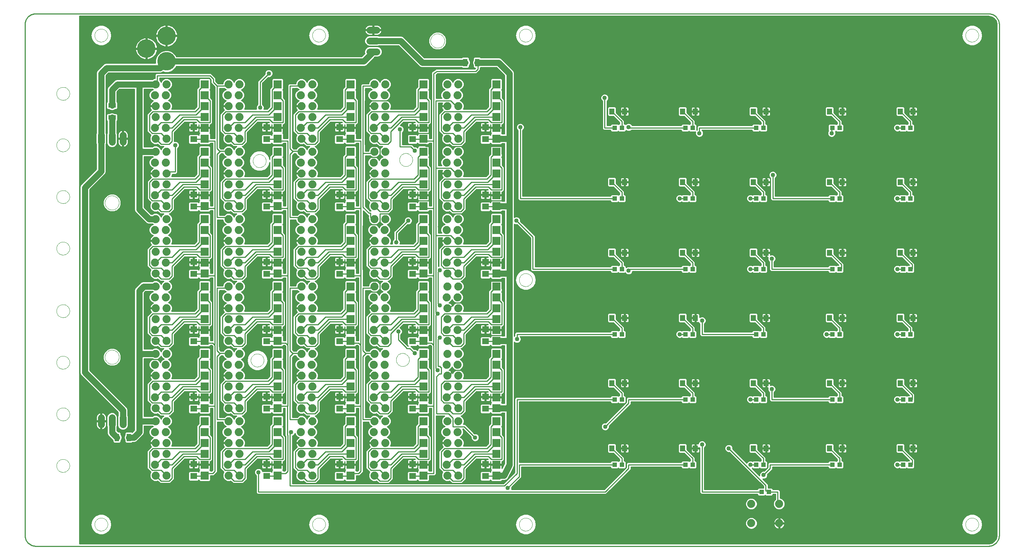
<source format=gtl>
G75*
G70*
%OFA0B0*%
%FSLAX24Y24*%
%IPPOS*%
%LPD*%
%AMOC8*
5,1,8,0,0,1.08239X$1,22.5*
%
%ADD10C,0.0100*%
%ADD11R,0.0740X0.0740*%
%ADD12C,0.0740*%
%ADD13R,0.0630X0.0551*%
%ADD14R,0.0433X0.0394*%
%ADD15R,0.0472X0.0551*%
%ADD16C,0.0000*%
%ADD17C,0.1700*%
%ADD18C,0.0640*%
%ADD19R,0.0394X0.0709*%
%ADD20R,0.0709X0.0394*%
%ADD21C,0.0400*%
%ADD22C,0.0560*%
D10*
X001151Y003336D02*
X088651Y003336D01*
X088651Y003556D02*
X005151Y003556D01*
X005151Y052116D01*
X088560Y052116D01*
X088651Y052116D01*
X088773Y052106D01*
X089005Y052031D01*
X089203Y051888D01*
X089346Y051690D01*
X089422Y051458D01*
X089431Y051336D01*
X089431Y004427D01*
X089431Y004336D01*
X089422Y004214D01*
X089346Y003982D01*
X089203Y003784D01*
X089005Y003641D01*
X088773Y003566D01*
X088651Y003556D01*
X088977Y003632D02*
X005151Y003632D01*
X005151Y003730D02*
X089128Y003730D01*
X089235Y003829D02*
X005151Y003829D01*
X005151Y003927D02*
X089307Y003927D01*
X089360Y004026D02*
X005151Y004026D01*
X005151Y004124D02*
X089392Y004124D01*
X089422Y004223D02*
X005151Y004223D01*
X005151Y004321D02*
X089430Y004321D01*
X089431Y004420D02*
X087383Y004420D01*
X087317Y004396D02*
X087628Y004509D01*
X087628Y004509D01*
X087882Y004723D01*
X088048Y005010D01*
X088106Y005336D01*
X088048Y005662D01*
X088048Y005663D01*
X087882Y005950D01*
X087628Y006163D01*
X087317Y006276D01*
X087317Y006276D01*
X087238Y006276D01*
X087151Y006276D01*
X087126Y006276D01*
X087064Y006276D01*
X086985Y006276D01*
X086674Y006163D01*
X086420Y005950D01*
X086420Y005950D01*
X086420Y005950D01*
X086254Y005663D01*
X086254Y005662D01*
X086197Y005336D01*
X086254Y005010D01*
X086254Y005010D01*
X086420Y004723D01*
X086420Y004723D01*
X086674Y004509D01*
X086985Y004396D01*
X086985Y004396D01*
X087151Y004396D01*
X087238Y004396D01*
X087317Y004396D01*
X087317Y004396D01*
X087639Y004519D02*
X089431Y004519D01*
X089431Y004617D02*
X087757Y004617D01*
X087874Y004716D02*
X089431Y004716D01*
X089431Y004814D02*
X087935Y004814D01*
X087882Y004723D02*
X087882Y004723D01*
X087882Y004723D01*
X087992Y004913D02*
X089431Y004913D01*
X089431Y005011D02*
X088048Y005011D01*
X088048Y005010D02*
X088048Y005010D01*
X088066Y005110D02*
X089431Y005110D01*
X089431Y005208D02*
X088083Y005208D01*
X088100Y005307D02*
X089431Y005307D01*
X089431Y005405D02*
X088093Y005405D01*
X088106Y005336D02*
X088106Y005336D01*
X088076Y005504D02*
X089431Y005504D01*
X089431Y005603D02*
X088059Y005603D01*
X088026Y005701D02*
X089431Y005701D01*
X089431Y005800D02*
X087969Y005800D01*
X087912Y005898D02*
X089431Y005898D01*
X089431Y005997D02*
X087826Y005997D01*
X087882Y005950D02*
X087882Y005950D01*
X087709Y006095D02*
X089431Y006095D01*
X089431Y006194D02*
X087543Y006194D01*
X087628Y006163D02*
X087628Y006163D01*
X086985Y006276D02*
X086985Y006276D01*
X086760Y006194D02*
X046543Y006194D01*
X046628Y006163D02*
X046317Y006276D01*
X046317Y006276D01*
X046238Y006276D01*
X046151Y006276D01*
X046095Y006276D01*
X046064Y006276D01*
X045985Y006276D01*
X045674Y006163D01*
X045420Y005950D01*
X045420Y005950D01*
X045420Y005950D01*
X045254Y005663D01*
X045254Y005662D01*
X045197Y005336D01*
X045254Y005010D01*
X045254Y005010D01*
X045420Y004723D01*
X045420Y004723D01*
X045674Y004509D01*
X045985Y004396D01*
X045985Y004396D01*
X046064Y004396D01*
X046151Y004396D01*
X046317Y004396D01*
X046628Y004509D01*
X046628Y004509D01*
X046882Y004723D01*
X047048Y005010D01*
X047106Y005336D01*
X047048Y005662D01*
X046882Y005950D01*
X046628Y006163D01*
X046628Y006163D01*
X046709Y006095D02*
X086594Y006095D01*
X086674Y006163D02*
X086674Y006163D01*
X086476Y005997D02*
X046826Y005997D01*
X046882Y005950D02*
X046882Y005950D01*
X046912Y005898D02*
X066560Y005898D01*
X066565Y005904D02*
X066413Y005752D01*
X066331Y005553D01*
X066331Y005339D01*
X066413Y005140D01*
X066565Y004988D01*
X066764Y004906D01*
X066979Y004906D01*
X067177Y004988D01*
X067329Y005140D01*
X067411Y005339D01*
X067411Y005553D01*
X067329Y005752D01*
X067177Y005904D01*
X066979Y005986D01*
X066764Y005986D01*
X066565Y005904D01*
X066461Y005800D02*
X046969Y005800D01*
X047026Y005701D02*
X066392Y005701D01*
X066352Y005603D02*
X047059Y005603D01*
X047076Y005504D02*
X066331Y005504D01*
X066331Y005405D02*
X047093Y005405D01*
X047100Y005307D02*
X066344Y005307D01*
X066385Y005208D02*
X047083Y005208D01*
X047066Y005110D02*
X066444Y005110D01*
X066542Y005011D02*
X047048Y005011D01*
X047048Y005010D02*
X047048Y005010D01*
X046992Y004913D02*
X066748Y004913D01*
X066995Y004913D02*
X086310Y004913D01*
X086254Y005011D02*
X069732Y005011D01*
X069726Y005005D02*
X069872Y005151D01*
X069951Y005343D01*
X069951Y005396D01*
X069481Y005396D01*
X069481Y004926D01*
X069535Y004926D01*
X069726Y005005D01*
X069830Y005110D02*
X086237Y005110D01*
X086219Y005208D02*
X069896Y005208D01*
X069936Y005307D02*
X086202Y005307D01*
X086197Y005336D02*
X086197Y005336D01*
X086209Y005405D02*
X069481Y005405D01*
X069481Y005396D02*
X069481Y005496D01*
X069381Y005496D01*
X069381Y005396D01*
X068911Y005396D01*
X068911Y005343D01*
X068990Y005151D01*
X069137Y005005D01*
X069328Y004926D01*
X069381Y004926D01*
X069381Y005396D01*
X069481Y005396D01*
X069481Y005307D02*
X069381Y005307D01*
X069381Y005405D02*
X067411Y005405D01*
X067398Y005307D02*
X068926Y005307D01*
X068967Y005208D02*
X067357Y005208D01*
X067299Y005110D02*
X069032Y005110D01*
X069131Y005011D02*
X067200Y005011D01*
X067411Y005504D02*
X068911Y005504D01*
X068911Y005496D02*
X069381Y005496D01*
X069381Y005966D01*
X069328Y005966D01*
X069137Y005887D01*
X068990Y005741D01*
X068911Y005549D01*
X068911Y005496D01*
X068933Y005603D02*
X067391Y005603D01*
X067350Y005701D02*
X068974Y005701D01*
X069049Y005800D02*
X067281Y005800D01*
X067183Y005898D02*
X069164Y005898D01*
X069381Y005898D02*
X069481Y005898D01*
X069481Y005966D02*
X069481Y005496D01*
X069951Y005496D01*
X069951Y005549D01*
X069872Y005741D01*
X069726Y005887D01*
X069535Y005966D01*
X069481Y005966D01*
X069481Y005800D02*
X069381Y005800D01*
X069381Y005701D02*
X069481Y005701D01*
X069481Y005603D02*
X069381Y005603D01*
X069381Y005504D02*
X069481Y005504D01*
X069481Y005208D02*
X069381Y005208D01*
X069381Y005110D02*
X069481Y005110D01*
X069481Y005011D02*
X069381Y005011D01*
X069951Y005504D02*
X086226Y005504D01*
X086244Y005603D02*
X069929Y005603D01*
X069888Y005701D02*
X086277Y005701D01*
X086333Y005800D02*
X069813Y005800D01*
X069698Y005898D02*
X086390Y005898D01*
X086367Y004814D02*
X046935Y004814D01*
X046874Y004716D02*
X086428Y004716D01*
X086546Y004617D02*
X046757Y004617D01*
X046639Y004519D02*
X086663Y004519D01*
X086674Y004509D02*
X086674Y004509D01*
X086920Y004420D02*
X046383Y004420D01*
X046317Y004396D02*
X046317Y004396D01*
X045920Y004420D02*
X027383Y004420D01*
X027317Y004396D02*
X027628Y004509D01*
X027628Y004509D01*
X027882Y004723D01*
X028048Y005010D01*
X028106Y005336D01*
X028048Y005662D01*
X028048Y005663D01*
X027882Y005950D01*
X027628Y006163D01*
X027317Y006276D01*
X027317Y006276D01*
X027238Y006276D01*
X027151Y006276D01*
X027137Y006276D01*
X027064Y006276D01*
X026985Y006276D01*
X026674Y006163D01*
X026420Y005950D01*
X026420Y005950D01*
X026420Y005950D01*
X026254Y005663D01*
X026254Y005662D01*
X026197Y005336D01*
X026254Y005010D01*
X026254Y005010D01*
X026420Y004723D01*
X026420Y004723D01*
X026674Y004509D01*
X026985Y004396D01*
X026985Y004396D01*
X027151Y004396D01*
X027238Y004396D01*
X027317Y004396D01*
X027317Y004396D01*
X027639Y004519D02*
X045663Y004519D01*
X045674Y004509D02*
X045674Y004509D01*
X045546Y004617D02*
X027757Y004617D01*
X027874Y004716D02*
X045428Y004716D01*
X045367Y004814D02*
X027935Y004814D01*
X027882Y004723D02*
X027882Y004723D01*
X027882Y004723D01*
X027992Y004913D02*
X045310Y004913D01*
X045254Y005011D02*
X028048Y005011D01*
X028048Y005010D02*
X028048Y005010D01*
X028066Y005110D02*
X045237Y005110D01*
X045219Y005208D02*
X028083Y005208D01*
X028100Y005307D02*
X045202Y005307D01*
X045197Y005336D02*
X045197Y005336D01*
X045209Y005405D02*
X028093Y005405D01*
X028106Y005336D02*
X028106Y005336D01*
X028076Y005504D02*
X045226Y005504D01*
X045244Y005603D02*
X028059Y005603D01*
X028026Y005701D02*
X045277Y005701D01*
X045333Y005800D02*
X027969Y005800D01*
X027912Y005898D02*
X045390Y005898D01*
X045476Y005997D02*
X027826Y005997D01*
X027882Y005950D02*
X027882Y005950D01*
X027709Y006095D02*
X045594Y006095D01*
X045674Y006163D02*
X045674Y006163D01*
X045760Y006194D02*
X027543Y006194D01*
X027628Y006163D02*
X027628Y006163D01*
X026985Y006276D02*
X026985Y006276D01*
X026760Y006194D02*
X007543Y006194D01*
X007628Y006163D02*
X007317Y006276D01*
X007317Y006276D01*
X007238Y006276D01*
X007151Y006276D01*
X007148Y006276D01*
X007064Y006276D01*
X006985Y006276D01*
X006674Y006163D01*
X006420Y005950D01*
X006420Y005950D01*
X006420Y005950D01*
X006254Y005663D01*
X006254Y005662D01*
X006197Y005336D01*
X006254Y005010D01*
X006420Y004723D01*
X006420Y004723D01*
X006674Y004509D01*
X006985Y004396D01*
X006985Y004396D01*
X007064Y004396D01*
X007151Y004396D01*
X007317Y004396D01*
X007628Y004509D01*
X007628Y004509D01*
X007882Y004723D01*
X008048Y005010D01*
X008106Y005336D01*
X008048Y005662D01*
X008048Y005663D01*
X007882Y005950D01*
X007628Y006163D01*
X007628Y006163D01*
X007709Y006095D02*
X026594Y006095D01*
X026674Y006163D02*
X026674Y006163D01*
X026476Y005997D02*
X007826Y005997D01*
X007882Y005950D02*
X007882Y005950D01*
X007912Y005898D02*
X026390Y005898D01*
X026333Y005800D02*
X007969Y005800D01*
X008026Y005701D02*
X026277Y005701D01*
X026244Y005603D02*
X008059Y005603D01*
X008076Y005504D02*
X026226Y005504D01*
X026209Y005405D02*
X008093Y005405D01*
X008106Y005336D02*
X008106Y005336D01*
X008100Y005307D02*
X026202Y005307D01*
X026197Y005336D02*
X026197Y005336D01*
X026219Y005208D02*
X008083Y005208D01*
X008066Y005110D02*
X026237Y005110D01*
X026254Y005011D02*
X008048Y005011D01*
X008048Y005010D02*
X008048Y005010D01*
X007992Y004913D02*
X026310Y004913D01*
X026367Y004814D02*
X007935Y004814D01*
X007882Y004723D02*
X007882Y004723D01*
X007882Y004723D01*
X007874Y004716D02*
X026428Y004716D01*
X026546Y004617D02*
X007757Y004617D01*
X007639Y004519D02*
X026663Y004519D01*
X026674Y004509D02*
X026674Y004509D01*
X026920Y004420D02*
X007383Y004420D01*
X007317Y004396D02*
X007317Y004396D01*
X006920Y004420D02*
X005151Y004420D01*
X005151Y004519D02*
X006663Y004519D01*
X006674Y004509D02*
X006674Y004509D01*
X006546Y004617D02*
X005151Y004617D01*
X005151Y004716D02*
X006428Y004716D01*
X006367Y004814D02*
X005151Y004814D01*
X005151Y004913D02*
X006310Y004913D01*
X006254Y005011D02*
X005151Y005011D01*
X005151Y005110D02*
X006237Y005110D01*
X006219Y005208D02*
X005151Y005208D01*
X005151Y005307D02*
X006202Y005307D01*
X006197Y005336D02*
X006197Y005336D01*
X006209Y005405D02*
X005151Y005405D01*
X005151Y005504D02*
X006226Y005504D01*
X006244Y005603D02*
X005151Y005603D01*
X005151Y005701D02*
X006277Y005701D01*
X006333Y005800D02*
X005151Y005800D01*
X005151Y005898D02*
X006390Y005898D01*
X006476Y005997D02*
X005151Y005997D01*
X005151Y006095D02*
X006594Y006095D01*
X006674Y006163D02*
X006674Y006163D01*
X006760Y006194D02*
X005151Y006194D01*
X005151Y006292D02*
X089431Y006292D01*
X089431Y006391D02*
X005151Y006391D01*
X005151Y006489D02*
X089431Y006489D01*
X089431Y006588D02*
X005151Y006588D01*
X005151Y006687D02*
X066763Y006687D01*
X066764Y006686D02*
X066979Y006686D01*
X067177Y006768D01*
X067329Y006920D01*
X067411Y007119D01*
X067411Y007333D01*
X067329Y007532D01*
X067177Y007684D01*
X066979Y007766D01*
X066764Y007766D01*
X066565Y007684D01*
X066413Y007532D01*
X066331Y007333D01*
X066331Y007119D01*
X066413Y006920D01*
X066565Y006768D01*
X066764Y006686D01*
X066980Y006687D02*
X069323Y006687D01*
X069324Y006686D02*
X069539Y006686D01*
X069737Y006768D01*
X069889Y006920D01*
X069971Y007119D01*
X069971Y007333D01*
X069889Y007532D01*
X069737Y007684D01*
X069539Y007766D01*
X069521Y007766D01*
X069521Y008245D01*
X069521Y008427D01*
X069392Y008556D01*
X068872Y008556D01*
X068872Y008603D01*
X068773Y008703D01*
X068421Y008703D01*
X068421Y008845D01*
X068421Y009027D01*
X067932Y009516D01*
X068075Y009516D01*
X068211Y009572D01*
X068315Y009676D01*
X068371Y009812D01*
X068371Y009945D01*
X068821Y010395D01*
X068821Y010577D01*
X068821Y010616D01*
X073930Y010616D01*
X073930Y010569D01*
X074030Y010469D01*
X074603Y010469D01*
X074651Y010517D01*
X074699Y010469D01*
X075273Y010469D01*
X075372Y010569D01*
X075372Y011103D01*
X075273Y011203D01*
X075206Y011203D01*
X075206Y011320D01*
X075206Y011502D01*
X074467Y012241D01*
X074467Y012682D01*
X074367Y012782D01*
X073754Y012782D01*
X073654Y012682D01*
X073654Y011990D01*
X073754Y011890D01*
X074195Y011890D01*
X074766Y011320D01*
X074766Y011203D01*
X074699Y011203D01*
X074651Y011155D01*
X074603Y011203D01*
X074030Y011203D01*
X073930Y011103D01*
X073930Y011056D01*
X068510Y011056D01*
X068381Y010927D01*
X068381Y010745D01*
X068381Y010577D01*
X068060Y010256D01*
X067928Y010256D01*
X067792Y010200D01*
X067688Y010096D01*
X067631Y009960D01*
X067631Y009817D01*
X066951Y010498D01*
X066986Y010512D01*
X067030Y010469D01*
X067603Y010469D01*
X067651Y010517D01*
X067699Y010469D01*
X068273Y010469D01*
X068372Y010569D01*
X068372Y011103D01*
X068273Y011203D01*
X068206Y011203D01*
X068206Y011320D01*
X068206Y011502D01*
X067467Y012241D01*
X067467Y012682D01*
X067367Y012782D01*
X066754Y012782D01*
X066654Y012682D01*
X066654Y011990D01*
X066754Y011890D01*
X067195Y011890D01*
X067766Y011320D01*
X067766Y011203D01*
X067699Y011203D01*
X067651Y011155D01*
X067603Y011203D01*
X067030Y011203D01*
X066986Y011160D01*
X066875Y011206D01*
X066728Y011206D01*
X066592Y011150D01*
X066488Y011046D01*
X066463Y010986D01*
X065171Y012277D01*
X065171Y012410D01*
X065115Y012546D01*
X065011Y012650D01*
X064875Y012706D01*
X064728Y012706D01*
X064592Y012650D01*
X064488Y012546D01*
X064431Y012410D01*
X064431Y012262D01*
X064488Y012126D01*
X064592Y012022D01*
X064728Y011966D01*
X064860Y011966D01*
X067981Y008845D01*
X067981Y008703D01*
X067530Y008703D01*
X067430Y008603D01*
X067430Y008556D01*
X062571Y008556D01*
X062571Y012383D01*
X062665Y012476D01*
X062721Y012612D01*
X062721Y012760D01*
X062665Y012896D01*
X062561Y013000D01*
X062425Y013056D01*
X062278Y013056D01*
X062142Y013000D01*
X062038Y012896D01*
X061982Y012762D01*
X061792Y012762D01*
X061792Y012386D01*
X062128Y012386D01*
X062128Y012386D01*
X062131Y012383D01*
X062131Y008427D01*
X062131Y008245D01*
X062260Y008116D01*
X067430Y008116D01*
X067430Y008069D01*
X067530Y007969D01*
X068103Y007969D01*
X068151Y008017D01*
X068199Y007969D01*
X068773Y007969D01*
X068872Y008069D01*
X068872Y008116D01*
X069081Y008116D01*
X069081Y007640D01*
X068973Y007532D01*
X068891Y007333D01*
X068891Y007119D01*
X068973Y006920D01*
X069125Y006768D01*
X069324Y006686D01*
X069540Y006687D02*
X089431Y006687D01*
X089431Y006785D02*
X069754Y006785D01*
X069852Y006884D02*
X089431Y006884D01*
X089431Y006982D02*
X069915Y006982D01*
X069955Y007081D02*
X089431Y007081D01*
X089431Y007179D02*
X069971Y007179D01*
X069971Y007278D02*
X089431Y007278D01*
X089431Y007376D02*
X069953Y007376D01*
X069913Y007475D02*
X089431Y007475D01*
X089431Y007573D02*
X069847Y007573D01*
X069749Y007672D02*
X089431Y007672D01*
X089431Y007771D02*
X069521Y007771D01*
X069521Y007869D02*
X089431Y007869D01*
X089431Y007968D02*
X069521Y007968D01*
X069521Y008066D02*
X089431Y008066D01*
X089431Y008165D02*
X069521Y008165D01*
X069521Y008263D02*
X089431Y008263D01*
X089431Y008362D02*
X069521Y008362D01*
X069488Y008460D02*
X089431Y008460D01*
X089431Y008559D02*
X068872Y008559D01*
X068818Y008657D02*
X089431Y008657D01*
X089431Y008756D02*
X068421Y008756D01*
X068421Y008854D02*
X089431Y008854D01*
X089431Y008953D02*
X068421Y008953D01*
X068397Y009052D02*
X089431Y009052D01*
X089431Y009150D02*
X068298Y009150D01*
X068200Y009249D02*
X089431Y009249D01*
X089431Y009347D02*
X068101Y009347D01*
X068003Y009446D02*
X089431Y009446D01*
X089431Y009544D02*
X068143Y009544D01*
X068281Y009643D02*
X089431Y009643D01*
X089431Y009741D02*
X068342Y009741D01*
X068371Y009840D02*
X089431Y009840D01*
X089431Y009938D02*
X068371Y009938D01*
X068463Y010037D02*
X089431Y010037D01*
X089431Y010136D02*
X068562Y010136D01*
X068660Y010234D02*
X089431Y010234D01*
X089431Y010333D02*
X068759Y010333D01*
X068821Y010431D02*
X089431Y010431D01*
X089431Y010530D02*
X081833Y010530D01*
X081872Y010569D02*
X081872Y011103D01*
X081871Y011104D01*
X081871Y011154D01*
X081871Y011337D01*
X080967Y012241D01*
X080967Y012682D01*
X080867Y012782D01*
X080254Y012782D01*
X080154Y012682D01*
X080154Y011990D01*
X080254Y011890D01*
X080695Y011890D01*
X081383Y011203D01*
X081199Y011203D01*
X081151Y011155D01*
X081103Y011203D01*
X080530Y011203D01*
X080486Y011160D01*
X080375Y011206D01*
X080228Y011206D01*
X080092Y011150D01*
X079988Y011046D01*
X079931Y010910D01*
X079931Y010762D01*
X079988Y010626D01*
X080092Y010522D01*
X080228Y010466D01*
X080375Y010466D01*
X080486Y010512D01*
X080530Y010469D01*
X081103Y010469D01*
X081151Y010517D01*
X081199Y010469D01*
X081773Y010469D01*
X081872Y010569D01*
X081872Y010628D02*
X089431Y010628D01*
X089431Y010727D02*
X081872Y010727D01*
X081872Y010825D02*
X089431Y010825D01*
X089431Y010924D02*
X081872Y010924D01*
X081872Y011022D02*
X089431Y011022D01*
X089431Y011121D02*
X081871Y011121D01*
X081871Y011220D02*
X089431Y011220D01*
X089431Y011318D02*
X081871Y011318D01*
X081791Y011417D02*
X089431Y011417D01*
X089431Y011515D02*
X081693Y011515D01*
X081594Y011614D02*
X089431Y011614D01*
X089431Y011712D02*
X081496Y011712D01*
X081397Y011811D02*
X089431Y011811D01*
X089431Y011909D02*
X081298Y011909D01*
X081356Y011998D02*
X081443Y011910D01*
X081692Y011910D01*
X081692Y012286D01*
X081792Y012286D01*
X081792Y012386D01*
X082128Y012386D01*
X082128Y012674D01*
X082040Y012762D01*
X081792Y012762D01*
X081792Y012386D01*
X081692Y012386D01*
X081692Y012762D01*
X081443Y012762D01*
X081356Y012674D01*
X081356Y012386D01*
X081692Y012386D01*
X081692Y012286D01*
X081356Y012286D01*
X081356Y011998D01*
X081356Y012008D02*
X081200Y012008D01*
X081101Y012106D02*
X081356Y012106D01*
X081356Y012205D02*
X081003Y012205D01*
X080967Y012304D02*
X081692Y012304D01*
X081692Y012402D02*
X081792Y012402D01*
X081792Y012304D02*
X089431Y012304D01*
X089431Y012402D02*
X082128Y012402D01*
X082128Y012501D02*
X089431Y012501D01*
X089431Y012599D02*
X082128Y012599D01*
X082104Y012698D02*
X089431Y012698D01*
X089431Y012796D02*
X062706Y012796D01*
X062721Y012698D02*
X064707Y012698D01*
X064895Y012698D02*
X066670Y012698D01*
X066654Y012599D02*
X065061Y012599D01*
X065133Y012501D02*
X066654Y012501D01*
X066654Y012402D02*
X065171Y012402D01*
X065171Y012304D02*
X066654Y012304D01*
X066654Y012205D02*
X065243Y012205D01*
X065342Y012106D02*
X066654Y012106D01*
X066654Y012008D02*
X065440Y012008D01*
X065539Y011909D02*
X066735Y011909D01*
X067061Y012336D02*
X067986Y011411D01*
X067986Y010836D01*
X068372Y010825D02*
X068381Y010825D01*
X068372Y010727D02*
X068381Y010727D01*
X068372Y010628D02*
X068381Y010628D01*
X068334Y010530D02*
X068333Y010530D01*
X068235Y010431D02*
X067017Y010431D01*
X067116Y010333D02*
X068137Y010333D01*
X067875Y010234D02*
X067214Y010234D01*
X067313Y010136D02*
X067727Y010136D01*
X067663Y010037D02*
X067411Y010037D01*
X067510Y009938D02*
X067631Y009938D01*
X067631Y009840D02*
X067608Y009840D01*
X068001Y009886D02*
X068601Y010486D01*
X068601Y010836D01*
X074317Y010836D01*
X073969Y010530D02*
X068821Y010530D01*
X068381Y010924D02*
X068372Y010924D01*
X068372Y011022D02*
X068476Y011022D01*
X068355Y011121D02*
X073948Y011121D01*
X074472Y011614D02*
X068094Y011614D01*
X067996Y011712D02*
X074373Y011712D01*
X074275Y011811D02*
X067897Y011811D01*
X067943Y011910D02*
X068192Y011910D01*
X068192Y012286D01*
X068292Y012286D01*
X068292Y012386D01*
X068628Y012386D01*
X068628Y012674D01*
X068540Y012762D01*
X068292Y012762D01*
X068292Y012386D01*
X068192Y012386D01*
X068192Y012762D01*
X067943Y012762D01*
X067856Y012674D01*
X067856Y012386D01*
X068192Y012386D01*
X068192Y012286D01*
X067856Y012286D01*
X067856Y011998D01*
X067943Y011910D01*
X067856Y012008D02*
X067700Y012008D01*
X067601Y012106D02*
X067856Y012106D01*
X067856Y012205D02*
X067503Y012205D01*
X067467Y012304D02*
X068192Y012304D01*
X068192Y012402D02*
X068292Y012402D01*
X068292Y012304D02*
X073654Y012304D01*
X073654Y012402D02*
X068628Y012402D01*
X068628Y012501D02*
X073654Y012501D01*
X073654Y012599D02*
X068628Y012599D01*
X068604Y012698D02*
X073670Y012698D01*
X073654Y012205D02*
X068628Y012205D01*
X068628Y012286D02*
X068292Y012286D01*
X068292Y011910D01*
X068540Y011910D01*
X068628Y011998D01*
X068628Y012286D01*
X068628Y012106D02*
X073654Y012106D01*
X073654Y012008D02*
X068628Y012008D01*
X068292Y012008D02*
X068192Y012008D01*
X068192Y012106D02*
X068292Y012106D01*
X068292Y012205D02*
X068192Y012205D01*
X068192Y012501D02*
X068292Y012501D01*
X068292Y012599D02*
X068192Y012599D01*
X068192Y012698D02*
X068292Y012698D01*
X067879Y012698D02*
X067451Y012698D01*
X067467Y012599D02*
X067856Y012599D01*
X067856Y012501D02*
X067467Y012501D01*
X067467Y012402D02*
X067856Y012402D01*
X067798Y011909D02*
X073735Y011909D01*
X074061Y012336D02*
X074986Y011411D01*
X074986Y010836D01*
X075372Y010825D02*
X079931Y010825D01*
X079937Y010924D02*
X075372Y010924D01*
X075372Y011022D02*
X079978Y011022D01*
X080063Y011121D02*
X075355Y011121D01*
X075206Y011220D02*
X081366Y011220D01*
X081267Y011318D02*
X075206Y011318D01*
X075206Y011417D02*
X081169Y011417D01*
X081070Y011515D02*
X075193Y011515D01*
X075094Y011614D02*
X080972Y011614D01*
X080873Y011712D02*
X074996Y011712D01*
X074897Y011811D02*
X080775Y011811D01*
X080235Y011909D02*
X074798Y011909D01*
X074856Y011998D02*
X074943Y011910D01*
X075192Y011910D01*
X075192Y012286D01*
X075292Y012286D01*
X075292Y012386D01*
X075628Y012386D01*
X075628Y012674D01*
X075540Y012762D01*
X075292Y012762D01*
X075292Y012386D01*
X075192Y012386D01*
X075192Y012762D01*
X074943Y012762D01*
X074856Y012674D01*
X074856Y012386D01*
X075192Y012386D01*
X075192Y012286D01*
X074856Y012286D01*
X074856Y011998D01*
X074856Y012008D02*
X074700Y012008D01*
X074601Y012106D02*
X074856Y012106D01*
X074856Y012205D02*
X074503Y012205D01*
X074467Y012304D02*
X075192Y012304D01*
X075192Y012402D02*
X075292Y012402D01*
X075292Y012304D02*
X080154Y012304D01*
X080154Y012402D02*
X075628Y012402D01*
X075628Y012501D02*
X080154Y012501D01*
X080154Y012599D02*
X075628Y012599D01*
X075604Y012698D02*
X080170Y012698D01*
X080154Y012205D02*
X075628Y012205D01*
X075628Y012286D02*
X075292Y012286D01*
X075292Y011910D01*
X075540Y011910D01*
X075628Y011998D01*
X075628Y012286D01*
X075628Y012106D02*
X080154Y012106D01*
X080154Y012008D02*
X075628Y012008D01*
X075292Y012008D02*
X075192Y012008D01*
X075192Y012106D02*
X075292Y012106D01*
X075292Y012205D02*
X075192Y012205D01*
X075192Y012501D02*
X075292Y012501D01*
X075292Y012599D02*
X075192Y012599D01*
X075192Y012698D02*
X075292Y012698D01*
X074879Y012698D02*
X074451Y012698D01*
X074467Y012599D02*
X074856Y012599D01*
X074856Y012501D02*
X074467Y012501D01*
X074467Y012402D02*
X074856Y012402D01*
X074570Y011515D02*
X068193Y011515D01*
X068206Y011417D02*
X074669Y011417D01*
X074766Y011318D02*
X068206Y011318D01*
X068206Y011220D02*
X074766Y011220D01*
X075372Y010727D02*
X079946Y010727D01*
X079987Y010628D02*
X075372Y010628D01*
X075333Y010530D02*
X080084Y010530D01*
X080301Y010836D02*
X080817Y010836D01*
X081486Y010836D02*
X081651Y010836D01*
X081651Y011246D01*
X080561Y012336D01*
X080967Y012402D02*
X081356Y012402D01*
X081356Y012501D02*
X080967Y012501D01*
X080967Y012599D02*
X081356Y012599D01*
X081379Y012698D02*
X080951Y012698D01*
X081692Y012698D02*
X081792Y012698D01*
X081792Y012599D02*
X081692Y012599D01*
X081692Y012501D02*
X081792Y012501D01*
X081792Y012286D02*
X082128Y012286D01*
X082128Y011998D01*
X082040Y011910D01*
X081792Y011910D01*
X081792Y012286D01*
X081792Y012205D02*
X081692Y012205D01*
X081692Y012106D02*
X081792Y012106D01*
X081792Y012008D02*
X081692Y012008D01*
X082128Y012008D02*
X089431Y012008D01*
X089431Y012106D02*
X082128Y012106D01*
X082128Y012205D02*
X089431Y012205D01*
X089431Y012895D02*
X062665Y012895D01*
X062567Y012993D02*
X089431Y012993D01*
X089431Y013092D02*
X045571Y013092D01*
X045571Y013190D02*
X089431Y013190D01*
X089431Y013289D02*
X045571Y013289D01*
X045571Y013387D02*
X089431Y013387D01*
X089431Y013486D02*
X045571Y013486D01*
X045571Y013585D02*
X089431Y013585D01*
X089431Y013683D02*
X045571Y013683D01*
X045571Y013782D02*
X089431Y013782D01*
X089431Y013880D02*
X045571Y013880D01*
X045571Y013979D02*
X053347Y013979D01*
X053378Y013966D02*
X053525Y013966D01*
X053661Y014022D01*
X053765Y014126D01*
X053821Y014262D01*
X053821Y014395D01*
X055821Y016395D01*
X055821Y016577D01*
X055821Y016616D01*
X060430Y016616D01*
X060430Y016569D01*
X060530Y016469D01*
X061103Y016469D01*
X061151Y016517D01*
X061199Y016469D01*
X061773Y016469D01*
X061872Y016569D01*
X061872Y017103D01*
X061773Y017203D01*
X061706Y017203D01*
X061706Y017320D01*
X061706Y017502D01*
X060967Y018241D01*
X060967Y018682D01*
X060867Y018782D01*
X060254Y018782D01*
X060154Y018682D01*
X060154Y017990D01*
X060254Y017890D01*
X060695Y017890D01*
X061266Y017320D01*
X061266Y017203D01*
X061199Y017203D01*
X061151Y017155D01*
X061103Y017203D01*
X060530Y017203D01*
X060430Y017103D01*
X060430Y017056D01*
X055510Y017056D01*
X055381Y016927D01*
X055381Y016745D01*
X055381Y016577D01*
X053510Y014706D01*
X053378Y014706D01*
X053242Y014650D01*
X053138Y014546D01*
X053081Y014410D01*
X053081Y014262D01*
X053138Y014126D01*
X053242Y014022D01*
X053378Y013966D01*
X053555Y013979D02*
X089431Y013979D01*
X089431Y014077D02*
X053716Y014077D01*
X053785Y014176D02*
X089431Y014176D01*
X089431Y014274D02*
X053821Y014274D01*
X053821Y014373D02*
X089431Y014373D01*
X089431Y014471D02*
X053898Y014471D01*
X053996Y014570D02*
X089431Y014570D01*
X089431Y014669D02*
X054095Y014669D01*
X054193Y014767D02*
X089431Y014767D01*
X089431Y014866D02*
X054292Y014866D01*
X054390Y014964D02*
X089431Y014964D01*
X089431Y015063D02*
X054489Y015063D01*
X054587Y015161D02*
X089431Y015161D01*
X089431Y015260D02*
X054686Y015260D01*
X054785Y015358D02*
X089431Y015358D01*
X089431Y015457D02*
X054883Y015457D01*
X054982Y015555D02*
X089431Y015555D01*
X089431Y015654D02*
X055080Y015654D01*
X055179Y015753D02*
X089431Y015753D01*
X089431Y015851D02*
X055277Y015851D01*
X055376Y015950D02*
X089431Y015950D01*
X089431Y016048D02*
X055474Y016048D01*
X055573Y016147D02*
X089431Y016147D01*
X089431Y016245D02*
X055671Y016245D01*
X055770Y016344D02*
X089431Y016344D01*
X089431Y016442D02*
X055821Y016442D01*
X055821Y016541D02*
X060458Y016541D01*
X060817Y016836D02*
X055601Y016836D01*
X055601Y016486D01*
X053451Y014336D01*
X053187Y014077D02*
X045571Y014077D01*
X045571Y014176D02*
X053117Y014176D01*
X053081Y014274D02*
X045571Y014274D01*
X045571Y014373D02*
X053081Y014373D01*
X053107Y014471D02*
X045571Y014471D01*
X045571Y014570D02*
X053162Y014570D01*
X053287Y014669D02*
X045571Y014669D01*
X045571Y014767D02*
X053571Y014767D01*
X053670Y014866D02*
X045571Y014866D01*
X045571Y014964D02*
X053768Y014964D01*
X053867Y015063D02*
X045571Y015063D01*
X045571Y015161D02*
X053965Y015161D01*
X054064Y015260D02*
X045571Y015260D01*
X045571Y015358D02*
X054162Y015358D01*
X054261Y015457D02*
X045571Y015457D01*
X045571Y015555D02*
X054359Y015555D01*
X054458Y015654D02*
X045571Y015654D01*
X045571Y015753D02*
X054557Y015753D01*
X054655Y015851D02*
X045571Y015851D01*
X045571Y015950D02*
X054754Y015950D01*
X054852Y016048D02*
X045571Y016048D01*
X045571Y016147D02*
X054951Y016147D01*
X055049Y016245D02*
X045571Y016245D01*
X045571Y016344D02*
X055148Y016344D01*
X055246Y016442D02*
X045571Y016442D01*
X045571Y016541D02*
X053958Y016541D01*
X053930Y016569D02*
X054030Y016469D01*
X054603Y016469D01*
X054651Y016517D01*
X054699Y016469D01*
X055273Y016469D01*
X055372Y016569D01*
X055372Y017103D01*
X055273Y017203D01*
X055206Y017203D01*
X055206Y017320D01*
X055206Y017502D01*
X054467Y018241D01*
X054467Y018682D01*
X054367Y018782D01*
X053754Y018782D01*
X053654Y018682D01*
X053654Y017990D01*
X053754Y017890D01*
X054195Y017890D01*
X054766Y017320D01*
X054766Y017203D01*
X054699Y017203D01*
X054651Y017155D01*
X054603Y017203D01*
X054030Y017203D01*
X053930Y017103D01*
X053930Y017056D01*
X045260Y017056D01*
X045131Y016927D01*
X045131Y016745D01*
X045131Y010127D01*
X044110Y009106D01*
X024721Y009106D01*
X024721Y013485D01*
X024811Y013522D01*
X024915Y013626D01*
X024949Y013709D01*
X025023Y013530D01*
X025175Y013378D01*
X025338Y013311D01*
X025257Y013277D01*
X025110Y013131D01*
X025031Y012939D01*
X025031Y012886D01*
X025501Y012886D01*
X025501Y012786D01*
X025031Y012786D01*
X025031Y012733D01*
X025110Y012541D01*
X025153Y012499D01*
X025081Y012427D01*
X024890Y012236D01*
X024761Y012107D01*
X024761Y010677D01*
X024761Y010495D01*
X025011Y010245D01*
X025104Y010152D01*
X025093Y010142D01*
X025011Y009943D01*
X025011Y009729D01*
X025093Y009530D01*
X025245Y009378D01*
X025444Y009296D01*
X025659Y009296D01*
X025744Y009332D01*
X025831Y009245D01*
X025960Y009116D01*
X026710Y009116D01*
X026892Y009116D01*
X027142Y009366D01*
X027271Y009495D01*
X027271Y010395D01*
X028242Y011366D01*
X029250Y011366D01*
X029303Y011313D01*
X029101Y011313D01*
X029101Y010937D01*
X029516Y010937D01*
X029516Y011116D01*
X029531Y011116D01*
X029531Y010886D01*
X030001Y010886D01*
X030001Y010786D01*
X029531Y010786D01*
X029531Y010404D01*
X029585Y010350D01*
X029511Y010276D01*
X029511Y010156D01*
X029437Y010230D01*
X028666Y010230D01*
X028566Y010131D01*
X028566Y009439D01*
X028666Y009339D01*
X029437Y009339D01*
X029511Y009414D01*
X029511Y009396D01*
X029611Y009296D01*
X030492Y009296D01*
X030591Y009396D01*
X030591Y009816D01*
X030892Y009816D01*
X031021Y009945D01*
X031221Y010145D01*
X031221Y010327D01*
X031221Y014766D01*
X031292Y014766D01*
X031711Y014766D01*
X031711Y014729D01*
X031793Y014530D01*
X031945Y014378D01*
X032012Y014351D01*
X031875Y014294D01*
X031723Y014142D01*
X031641Y013943D01*
X031641Y013729D01*
X031723Y013530D01*
X031875Y013378D01*
X032038Y013311D01*
X031957Y013277D01*
X031810Y013131D01*
X031731Y012939D01*
X031731Y012886D01*
X032201Y012886D01*
X032201Y012786D01*
X031731Y012786D01*
X031731Y012733D01*
X031810Y012541D01*
X031853Y012499D01*
X031781Y012427D01*
X031590Y012236D01*
X031461Y012107D01*
X031461Y010677D01*
X031461Y010495D01*
X031711Y010245D01*
X031804Y010152D01*
X031793Y010142D01*
X031711Y009943D01*
X031711Y009729D01*
X031793Y009530D01*
X031945Y009378D01*
X032144Y009296D01*
X032359Y009296D01*
X032444Y009332D01*
X032531Y009245D01*
X032660Y009116D01*
X033410Y009116D01*
X033592Y009116D01*
X033842Y009366D01*
X033971Y009495D01*
X033971Y010395D01*
X034942Y011366D01*
X035950Y011366D01*
X036003Y011313D01*
X035801Y011313D01*
X035801Y010937D01*
X036216Y010937D01*
X036216Y011116D01*
X036231Y011116D01*
X036231Y010886D01*
X036701Y010886D01*
X036701Y010786D01*
X036231Y010786D01*
X036231Y010404D01*
X036285Y010350D01*
X036211Y010276D01*
X036211Y010156D01*
X036137Y010230D01*
X035366Y010230D01*
X035266Y010131D01*
X035266Y009439D01*
X035366Y009339D01*
X036137Y009339D01*
X036211Y009414D01*
X036211Y009396D01*
X036311Y009296D01*
X037192Y009296D01*
X037291Y009396D01*
X037291Y009816D01*
X037610Y009816D01*
X037792Y009816D01*
X037921Y009945D01*
X037921Y015316D01*
X038042Y015316D01*
X038699Y015316D01*
X038645Y015294D01*
X038493Y015142D01*
X038411Y014943D01*
X038411Y014729D01*
X038493Y014530D01*
X038645Y014378D01*
X038712Y014351D01*
X038575Y014294D01*
X038423Y014142D01*
X038341Y013943D01*
X038341Y013729D01*
X038423Y013530D01*
X038575Y013378D01*
X038738Y013311D01*
X038657Y013277D01*
X038510Y013131D01*
X038431Y012939D01*
X038431Y012886D01*
X038901Y012886D01*
X038901Y012786D01*
X038431Y012786D01*
X038431Y012733D01*
X038510Y012541D01*
X038553Y012499D01*
X038161Y012107D01*
X038161Y011925D01*
X038161Y010677D01*
X038161Y010495D01*
X038411Y010245D01*
X038504Y010152D01*
X038493Y010142D01*
X038411Y009943D01*
X038411Y009729D01*
X038493Y009530D01*
X038645Y009378D01*
X038844Y009296D01*
X039059Y009296D01*
X039144Y009332D01*
X039231Y009245D01*
X039360Y009116D01*
X040110Y009116D01*
X040292Y009116D01*
X040542Y009366D01*
X040671Y009495D01*
X040671Y010395D01*
X041642Y011366D01*
X042650Y011366D01*
X042703Y011313D01*
X042501Y011313D01*
X042501Y010937D01*
X042916Y010937D01*
X042916Y011116D01*
X042931Y011116D01*
X042931Y010886D01*
X043401Y010886D01*
X043401Y010786D01*
X042931Y010786D01*
X042931Y010404D01*
X042985Y010350D01*
X042911Y010276D01*
X042911Y010156D01*
X042837Y010230D01*
X042066Y010230D01*
X041966Y010131D01*
X041966Y009439D01*
X042066Y009339D01*
X042837Y009339D01*
X042911Y009414D01*
X042911Y009396D01*
X043011Y009296D01*
X043892Y009296D01*
X043982Y009386D01*
X044135Y009386D01*
X044209Y009381D01*
X044224Y009386D01*
X044241Y009386D01*
X044309Y009414D01*
X044378Y009437D01*
X044391Y009448D01*
X044406Y009455D01*
X044458Y009506D01*
X044514Y009555D01*
X044521Y009570D01*
X044533Y009581D01*
X044561Y009649D01*
X045021Y010570D01*
X045033Y010581D01*
X045061Y010649D01*
X045094Y010715D01*
X045095Y010731D01*
X045101Y010747D01*
X045101Y010820D01*
X045106Y010893D01*
X045101Y010909D01*
X045101Y016187D01*
X045101Y016336D01*
X045101Y016426D01*
X045101Y022113D01*
X045142Y022072D01*
X045278Y022016D01*
X045425Y022016D01*
X045561Y022072D01*
X045665Y022176D01*
X045721Y022312D01*
X045721Y022460D01*
X045665Y022596D01*
X045644Y022616D01*
X053930Y022616D01*
X053930Y022569D01*
X054030Y022469D01*
X054603Y022469D01*
X054651Y022517D01*
X054699Y022469D01*
X055273Y022469D01*
X055372Y022569D01*
X055372Y023103D01*
X055273Y023203D01*
X055206Y023203D01*
X055206Y023320D01*
X055206Y023502D01*
X054467Y024241D01*
X054467Y024682D01*
X054367Y024782D01*
X053754Y024782D01*
X053654Y024682D01*
X053654Y023990D01*
X053754Y023890D01*
X054195Y023890D01*
X054766Y023320D01*
X054766Y023203D01*
X054699Y023203D01*
X054651Y023155D01*
X054603Y023203D01*
X054030Y023203D01*
X053930Y023103D01*
X053930Y023056D01*
X045260Y023056D01*
X045131Y022927D01*
X045131Y022745D01*
X045131Y022689D01*
X045101Y022659D01*
X045101Y028247D01*
X045101Y032968D01*
X045228Y032916D01*
X045360Y032916D01*
X046581Y031695D01*
X046581Y028927D01*
X046581Y028745D01*
X046710Y028616D01*
X053930Y028616D01*
X053930Y028569D01*
X054030Y028469D01*
X054603Y028469D01*
X054651Y028517D01*
X054699Y028469D01*
X055273Y028469D01*
X055285Y028482D01*
X055288Y028476D01*
X055392Y028372D01*
X055528Y028316D01*
X055675Y028316D01*
X055811Y028372D01*
X055915Y028476D01*
X055971Y028612D01*
X055971Y028616D01*
X060430Y028616D01*
X060430Y028569D01*
X060530Y028469D01*
X061103Y028469D01*
X061151Y028517D01*
X061199Y028469D01*
X061773Y028469D01*
X061872Y028569D01*
X061872Y029103D01*
X061773Y029203D01*
X061706Y029203D01*
X061706Y029320D01*
X061706Y029502D01*
X060967Y030241D01*
X060967Y030682D01*
X060867Y030782D01*
X060254Y030782D01*
X060154Y030682D01*
X060154Y029990D01*
X060254Y029890D01*
X060695Y029890D01*
X061266Y029320D01*
X061266Y029203D01*
X061199Y029203D01*
X061151Y029155D01*
X061103Y029203D01*
X060530Y029203D01*
X060430Y029103D01*
X060430Y029056D01*
X055675Y029056D01*
X055528Y029056D01*
X055510Y029056D01*
X055498Y029044D01*
X055392Y029000D01*
X055372Y028980D01*
X055372Y029103D01*
X055273Y029203D01*
X055206Y029203D01*
X055206Y029320D01*
X055206Y029502D01*
X054467Y030241D01*
X054467Y030682D01*
X054367Y030782D01*
X053754Y030782D01*
X053654Y030682D01*
X053654Y029990D01*
X053754Y029890D01*
X054195Y029890D01*
X054766Y029320D01*
X054766Y029203D01*
X054699Y029203D01*
X054651Y029155D01*
X054603Y029203D01*
X054030Y029203D01*
X053930Y029103D01*
X053930Y029056D01*
X047021Y029056D01*
X047021Y031695D01*
X047021Y031877D01*
X045671Y033227D01*
X045671Y033360D01*
X045615Y033496D01*
X045511Y033600D01*
X045375Y033656D01*
X045228Y033656D01*
X045101Y033604D01*
X045101Y034747D01*
X045101Y040747D01*
X045101Y046926D01*
X045033Y047091D01*
X044906Y047218D01*
X044033Y048091D01*
X043906Y048218D01*
X043741Y048286D01*
X042044Y048286D01*
X041970Y048360D01*
X041435Y048360D01*
X041336Y048261D01*
X041336Y048106D01*
X041321Y048091D01*
X041252Y047926D01*
X041252Y047747D01*
X041321Y047581D01*
X041336Y047566D01*
X041336Y047411D01*
X041435Y047312D01*
X041516Y047312D01*
X041460Y047256D01*
X038023Y047256D01*
X037955Y047270D01*
X037935Y047256D01*
X037910Y047256D01*
X037861Y047207D01*
X037635Y047056D01*
X037610Y047056D01*
X037561Y047007D01*
X037503Y046969D01*
X037499Y046944D01*
X037481Y046927D01*
X037481Y046858D01*
X037468Y046790D01*
X037481Y046769D01*
X037481Y040856D01*
X037291Y040856D01*
X037291Y041276D01*
X037217Y041350D01*
X037271Y041404D01*
X037271Y041786D01*
X036801Y041786D01*
X036801Y041886D01*
X037271Y041886D01*
X037271Y042116D01*
X037342Y042116D01*
X037471Y042245D01*
X037471Y044427D01*
X037342Y044556D01*
X037291Y044607D01*
X037291Y045276D01*
X037232Y045336D01*
X037291Y045396D01*
X037291Y046276D01*
X037192Y046376D01*
X036311Y046376D01*
X036211Y046276D01*
X036211Y045607D01*
X036160Y045556D01*
X036031Y045427D01*
X036031Y043777D01*
X035810Y043556D01*
X033720Y043556D01*
X033791Y043729D01*
X033791Y043943D01*
X033709Y044142D01*
X033557Y044294D01*
X033420Y044351D01*
X033401Y044336D01*
X031401Y044336D01*
X031401Y040286D01*
X031651Y040286D01*
X031751Y040186D01*
X031751Y040136D01*
X032601Y040136D01*
X032601Y040036D01*
X032651Y040036D01*
X032651Y039986D01*
X032751Y039986D01*
X032751Y039136D01*
X032051Y039136D01*
X032012Y039151D01*
X031875Y039094D01*
X031723Y038942D01*
X031641Y038743D01*
X031641Y038529D01*
X031723Y038330D01*
X031875Y038178D01*
X032038Y038111D01*
X031957Y038077D01*
X031810Y037931D01*
X031731Y037739D01*
X031731Y037686D01*
X032201Y037686D01*
X032201Y037586D01*
X031731Y037586D01*
X031731Y037533D01*
X031810Y037341D01*
X031853Y037299D01*
X031781Y037227D01*
X031590Y037036D01*
X031461Y036907D01*
X031461Y035477D01*
X031461Y035295D01*
X031711Y035045D01*
X031804Y034952D01*
X031793Y034942D01*
X031711Y034743D01*
X031711Y034529D01*
X031793Y034330D01*
X031918Y034206D01*
X031842Y034206D01*
X031421Y034627D01*
X031421Y039266D01*
X031857Y039266D01*
X031945Y039178D01*
X032012Y039151D01*
X031918Y039206D02*
X031421Y039206D01*
X031421Y039107D02*
X031908Y039107D01*
X031790Y039009D02*
X031421Y039009D01*
X031421Y038910D02*
X031710Y038910D01*
X031669Y038812D02*
X031421Y038812D01*
X031421Y038713D02*
X031641Y038713D01*
X031641Y038615D02*
X031421Y038615D01*
X031421Y038516D02*
X031646Y038516D01*
X031687Y038417D02*
X031421Y038417D01*
X031421Y038319D02*
X031735Y038319D01*
X031833Y038220D02*
X031421Y038220D01*
X031421Y038122D02*
X032011Y038122D01*
X031903Y038023D02*
X031421Y038023D01*
X031421Y037925D02*
X031808Y037925D01*
X031767Y037826D02*
X031421Y037826D01*
X031421Y037728D02*
X031731Y037728D01*
X031732Y037531D02*
X031421Y037531D01*
X031421Y037629D02*
X032201Y037629D01*
X031773Y037432D02*
X031421Y037432D01*
X031421Y037334D02*
X031818Y037334D01*
X031789Y037235D02*
X031421Y037235D01*
X031421Y037136D02*
X031690Y037136D01*
X031781Y037227D02*
X031781Y037227D01*
X032001Y037136D02*
X035901Y037136D01*
X036251Y037486D01*
X036251Y039136D01*
X036751Y039636D01*
X037251Y039436D02*
X037251Y040136D01*
X036951Y040136D01*
X036951Y040336D01*
X035351Y040336D01*
X035351Y040386D01*
X035301Y040386D01*
X035301Y041236D01*
X036251Y041236D01*
X036251Y041336D01*
X037501Y041336D01*
X037501Y046636D01*
X036251Y046636D01*
X033951Y044336D01*
X033401Y044336D01*
X033420Y044351D02*
X033487Y044378D01*
X033639Y044530D01*
X033721Y044729D01*
X033721Y044943D01*
X033639Y045142D01*
X033487Y045294D01*
X033420Y045322D01*
X033557Y045378D01*
X033709Y045530D01*
X033791Y045729D01*
X033791Y045943D01*
X033709Y046142D01*
X033557Y046294D01*
X033359Y046376D01*
X033144Y046376D01*
X032945Y046294D01*
X032793Y046142D01*
X032751Y046040D01*
X032709Y046142D01*
X032557Y046294D01*
X032359Y046376D01*
X032144Y046376D01*
X031945Y046294D01*
X031793Y046142D01*
X031711Y045943D01*
X031711Y045906D01*
X031292Y045906D01*
X031110Y045906D01*
X030981Y045777D01*
X030981Y040856D01*
X030910Y040856D01*
X030591Y040856D01*
X030591Y041276D01*
X030517Y041350D01*
X030571Y041404D01*
X030571Y041786D01*
X030101Y041786D01*
X030101Y041886D01*
X030571Y041886D01*
X030571Y042116D01*
X030642Y042116D01*
X030771Y042245D01*
X030771Y044427D01*
X030642Y044556D01*
X030591Y044607D01*
X030591Y045276D01*
X030532Y045336D01*
X030591Y045396D01*
X030591Y046276D01*
X030492Y046376D01*
X029611Y046376D01*
X029511Y046276D01*
X029511Y045607D01*
X029460Y045556D01*
X029331Y045427D01*
X029331Y043777D01*
X029110Y043556D01*
X027020Y043556D01*
X027091Y043729D01*
X027091Y043943D01*
X027009Y044142D01*
X026857Y044294D01*
X026720Y044351D01*
X026787Y044378D01*
X026939Y044530D01*
X027021Y044729D01*
X027021Y044943D01*
X026939Y045142D01*
X026787Y045294D01*
X026720Y045322D01*
X026857Y045378D01*
X027009Y045530D01*
X027091Y045729D01*
X027091Y045943D01*
X027009Y046142D01*
X026857Y046294D01*
X026659Y046376D01*
X026444Y046376D01*
X026245Y046294D01*
X026093Y046142D01*
X026051Y046040D01*
X026009Y046142D01*
X025857Y046294D01*
X025659Y046376D01*
X025444Y046376D01*
X025245Y046294D01*
X025093Y046142D01*
X025011Y045943D01*
X025011Y045906D01*
X024592Y045906D01*
X024410Y045906D01*
X024281Y045777D01*
X024281Y040856D01*
X024210Y040856D01*
X023891Y040856D01*
X023891Y041276D01*
X023817Y041350D01*
X023871Y041404D01*
X023871Y041786D01*
X023401Y041786D01*
X023401Y041886D01*
X023871Y041886D01*
X023871Y042116D01*
X023942Y042116D01*
X024071Y042245D01*
X024071Y044245D01*
X024071Y044427D01*
X023891Y044607D01*
X023891Y045276D01*
X023832Y045336D01*
X023891Y045396D01*
X023891Y046276D01*
X023792Y046376D01*
X022911Y046376D01*
X022811Y046276D01*
X022811Y045607D01*
X022760Y045556D01*
X022631Y045427D01*
X022631Y043777D01*
X022410Y043556D01*
X022098Y043556D01*
X022121Y043612D01*
X022121Y043760D01*
X022065Y043896D01*
X021971Y043989D01*
X021971Y045945D01*
X022492Y046466D01*
X022625Y046466D01*
X022761Y046522D01*
X022865Y046626D01*
X022921Y046762D01*
X022921Y046910D01*
X022865Y047046D01*
X022761Y047150D01*
X022625Y047206D01*
X022478Y047206D01*
X022342Y047150D01*
X022238Y047046D01*
X022181Y046910D01*
X022181Y046777D01*
X021660Y046256D01*
X021531Y046127D01*
X021531Y043989D01*
X021438Y043896D01*
X021381Y043760D01*
X021381Y043612D01*
X021405Y043556D01*
X020320Y043556D01*
X020391Y043729D01*
X020391Y043943D01*
X020309Y044142D01*
X020157Y044294D01*
X020020Y044351D01*
X020087Y044378D01*
X020239Y044530D01*
X020321Y044729D01*
X020321Y044943D01*
X020239Y045142D01*
X020087Y045294D01*
X020020Y045322D01*
X020157Y045378D01*
X020309Y045530D01*
X020391Y045729D01*
X020391Y045943D01*
X020309Y046142D01*
X020157Y046294D01*
X019959Y046376D01*
X019744Y046376D01*
X019545Y046294D01*
X019393Y046142D01*
X019351Y046040D01*
X019309Y046142D01*
X019157Y046294D01*
X018959Y046376D01*
X018744Y046376D01*
X018545Y046294D01*
X018393Y046142D01*
X018311Y045943D01*
X018311Y045906D01*
X017892Y045906D01*
X017671Y046127D01*
X017671Y046245D01*
X017671Y046427D01*
X017371Y046727D01*
X017242Y046856D01*
X012392Y046856D01*
X012210Y046856D01*
X012081Y046727D01*
X012081Y046376D01*
X012044Y046376D01*
X011845Y046294D01*
X011837Y046286D01*
X010741Y046286D01*
X010562Y046286D01*
X008562Y046286D01*
X008396Y046218D01*
X008270Y046091D01*
X007770Y045591D01*
X007701Y045426D01*
X007701Y045247D01*
X007701Y044229D01*
X007627Y044154D01*
X007627Y043620D01*
X007726Y043520D01*
X007882Y043520D01*
X007896Y043506D01*
X008062Y043437D01*
X008241Y043437D01*
X008406Y043506D01*
X008421Y043520D01*
X008576Y043520D01*
X008675Y043620D01*
X008675Y044154D01*
X008601Y044229D01*
X008601Y045150D01*
X008838Y045386D01*
X010201Y045386D01*
X010201Y039926D01*
X010201Y039747D01*
X010201Y034247D01*
X010270Y034081D01*
X010396Y033955D01*
X011296Y033055D01*
X011462Y032986D01*
X011641Y032986D01*
X011837Y032986D01*
X011845Y032978D01*
X011912Y032951D01*
X011775Y032894D01*
X011623Y032742D01*
X011541Y032543D01*
X011541Y032329D01*
X011623Y032130D01*
X011775Y031978D01*
X011938Y031911D01*
X011857Y031877D01*
X011710Y031731D01*
X011631Y031539D01*
X011631Y031486D01*
X012101Y031486D01*
X012101Y031386D01*
X011631Y031386D01*
X011631Y031333D01*
X011710Y031141D01*
X011753Y031099D01*
X011681Y031027D01*
X011490Y030836D01*
X011361Y030707D01*
X011361Y029277D01*
X011361Y029095D01*
X011611Y028845D01*
X011704Y028752D01*
X011693Y028742D01*
X011611Y028543D01*
X011611Y028329D01*
X011693Y028130D01*
X011845Y027978D01*
X012044Y027896D01*
X012259Y027896D01*
X012344Y027932D01*
X012431Y027845D01*
X012560Y027716D01*
X012899Y027716D01*
X012845Y027694D01*
X012693Y027542D01*
X012651Y027440D01*
X012609Y027542D01*
X012457Y027694D01*
X012259Y027776D01*
X012044Y027776D01*
X011845Y027694D01*
X011838Y027686D01*
X011141Y027686D01*
X010962Y027686D01*
X010796Y027618D01*
X010396Y027218D01*
X010270Y027091D01*
X010201Y026926D01*
X010201Y020747D01*
X010201Y014926D01*
X010201Y014747D01*
X010201Y014022D01*
X010004Y013826D01*
X009970Y013860D01*
X009435Y013860D01*
X009336Y013761D01*
X009336Y013606D01*
X009321Y013591D01*
X009252Y013426D01*
X009252Y013247D01*
X009321Y013081D01*
X009336Y013066D01*
X009336Y012911D01*
X009435Y012812D01*
X009970Y012812D01*
X010044Y012886D01*
X010241Y012886D01*
X010406Y012955D01*
X010533Y013081D01*
X010533Y013081D01*
X010906Y013455D01*
X011033Y013581D01*
X011101Y013747D01*
X011101Y014386D01*
X011838Y014386D01*
X011845Y014378D01*
X011912Y014351D01*
X011775Y014294D01*
X011623Y014142D01*
X011541Y013943D01*
X011541Y013729D01*
X011623Y013530D01*
X011775Y013378D01*
X011938Y013311D01*
X011857Y013277D01*
X011710Y013131D01*
X011631Y012939D01*
X011631Y012886D01*
X012101Y012886D01*
X012101Y012786D01*
X011631Y012786D01*
X011631Y012733D01*
X011710Y012541D01*
X011753Y012499D01*
X011681Y012427D01*
X011490Y012236D01*
X011361Y012107D01*
X011361Y010677D01*
X011361Y010495D01*
X011611Y010245D01*
X011704Y010152D01*
X011693Y010142D01*
X011611Y009943D01*
X011611Y009729D01*
X011693Y009530D01*
X011845Y009378D01*
X012044Y009296D01*
X012259Y009296D01*
X012344Y009332D01*
X012431Y009245D01*
X012560Y009116D01*
X013310Y009116D01*
X013492Y009116D01*
X013742Y009366D01*
X013871Y009495D01*
X013871Y010395D01*
X014842Y011366D01*
X015850Y011366D01*
X015903Y011313D01*
X015701Y011313D01*
X015701Y010937D01*
X016116Y010937D01*
X016116Y011116D01*
X016131Y011116D01*
X016131Y010886D01*
X016601Y010886D01*
X016601Y010786D01*
X016131Y010786D01*
X016131Y010404D01*
X016185Y010350D01*
X016111Y010276D01*
X016111Y010156D01*
X016037Y010230D01*
X015266Y010230D01*
X015166Y010131D01*
X015166Y009439D01*
X015266Y009339D01*
X016037Y009339D01*
X016111Y009414D01*
X016111Y009396D01*
X016211Y009296D01*
X017092Y009296D01*
X017191Y009396D01*
X017191Y009816D01*
X017492Y009816D01*
X017621Y009945D01*
X017821Y010145D01*
X017821Y010327D01*
X017821Y014766D01*
X017892Y014766D01*
X018311Y014766D01*
X018311Y014729D01*
X018393Y014530D01*
X018545Y014378D01*
X018612Y014351D01*
X018475Y014294D01*
X018323Y014142D01*
X018241Y013943D01*
X018241Y013729D01*
X018323Y013530D01*
X018475Y013378D01*
X018638Y013311D01*
X018557Y013277D01*
X018410Y013131D01*
X018331Y012939D01*
X018331Y012886D01*
X018801Y012886D01*
X018801Y012786D01*
X018331Y012786D01*
X018331Y012733D01*
X018410Y012541D01*
X018453Y012499D01*
X018381Y012427D01*
X018190Y012236D01*
X018061Y012107D01*
X018061Y010677D01*
X018061Y010495D01*
X018311Y010245D01*
X018404Y010152D01*
X018393Y010142D01*
X018311Y009943D01*
X018311Y009729D01*
X018393Y009530D01*
X018545Y009378D01*
X018744Y009296D01*
X018959Y009296D01*
X019044Y009332D01*
X019131Y009245D01*
X019260Y009116D01*
X020010Y009116D01*
X020192Y009116D01*
X020442Y009366D01*
X020571Y009495D01*
X020571Y010395D01*
X021542Y011366D01*
X022550Y011366D01*
X022603Y011313D01*
X022401Y011313D01*
X022401Y010937D01*
X022816Y010937D01*
X022816Y011116D01*
X022831Y011116D01*
X022831Y010886D01*
X023301Y010886D01*
X023301Y010786D01*
X022831Y010786D01*
X022831Y010404D01*
X022885Y010350D01*
X022811Y010276D01*
X022811Y010156D01*
X022737Y010230D01*
X021966Y010230D01*
X021963Y010228D01*
X021915Y010346D01*
X021811Y010450D01*
X021675Y010506D01*
X021528Y010506D01*
X021392Y010450D01*
X021288Y010346D01*
X021231Y010210D01*
X021231Y010062D01*
X021288Y009926D01*
X021381Y009833D01*
X021381Y008245D01*
X021510Y008116D01*
X021692Y008116D01*
X053542Y008116D01*
X053671Y008245D01*
X055821Y010395D01*
X055821Y010577D01*
X055821Y010616D01*
X060430Y010616D01*
X060430Y010569D01*
X060530Y010469D01*
X061103Y010469D01*
X061151Y010517D01*
X061199Y010469D01*
X061773Y010469D01*
X061872Y010569D01*
X061872Y011103D01*
X061773Y011203D01*
X061706Y011203D01*
X061706Y011320D01*
X061706Y011502D01*
X060967Y012241D01*
X060967Y012682D01*
X060867Y012782D01*
X060254Y012782D01*
X060154Y012682D01*
X060154Y011990D01*
X060254Y011890D01*
X060695Y011890D01*
X061266Y011320D01*
X061266Y011203D01*
X061199Y011203D01*
X061151Y011155D01*
X061103Y011203D01*
X060530Y011203D01*
X060430Y011103D01*
X060430Y011056D01*
X055510Y011056D01*
X055381Y010927D01*
X055381Y010745D01*
X055381Y010577D01*
X053360Y008556D01*
X044848Y008556D01*
X044871Y008612D01*
X044871Y008745D01*
X045771Y009645D01*
X045771Y009827D01*
X045771Y010616D01*
X053930Y010616D01*
X053930Y010569D01*
X054030Y010469D01*
X054603Y010469D01*
X054651Y010517D01*
X054699Y010469D01*
X055273Y010469D01*
X055372Y010569D01*
X055372Y011103D01*
X055273Y011203D01*
X055206Y011203D01*
X055206Y011502D01*
X055077Y011631D01*
X055077Y011631D01*
X054467Y012241D01*
X054467Y012682D01*
X054367Y012782D01*
X053754Y012782D01*
X053654Y012682D01*
X053654Y011990D01*
X053754Y011890D01*
X054195Y011890D01*
X054766Y011320D01*
X054766Y011203D01*
X054699Y011203D01*
X054651Y011155D01*
X054603Y011203D01*
X054030Y011203D01*
X053930Y011103D01*
X053930Y011056D01*
X045571Y011056D01*
X045571Y016616D01*
X053930Y016616D01*
X053930Y016569D01*
X054317Y016836D02*
X045351Y016836D01*
X045351Y010036D01*
X044201Y008886D01*
X024501Y008886D01*
X024501Y013736D01*
X024601Y013836D01*
X024938Y013683D02*
X024960Y013683D01*
X025001Y013585D02*
X024873Y013585D01*
X024723Y013486D02*
X025068Y013486D01*
X025166Y013387D02*
X024721Y013387D01*
X024721Y013289D02*
X025286Y013289D01*
X025170Y013190D02*
X024721Y013190D01*
X024721Y013092D02*
X025094Y013092D01*
X025054Y012993D02*
X024721Y012993D01*
X024721Y012895D02*
X025031Y012895D01*
X025046Y012698D02*
X024721Y012698D01*
X024721Y012796D02*
X025501Y012796D01*
X025151Y012501D02*
X024721Y012501D01*
X024721Y012599D02*
X025086Y012599D01*
X025056Y012402D02*
X024721Y012402D01*
X024721Y012304D02*
X024958Y012304D01*
X024859Y012205D02*
X024721Y012205D01*
X024721Y012106D02*
X024761Y012106D01*
X024761Y012008D02*
X024721Y012008D01*
X024721Y011909D02*
X024761Y011909D01*
X024761Y011811D02*
X024721Y011811D01*
X024721Y011712D02*
X024761Y011712D01*
X024761Y011614D02*
X024721Y011614D01*
X024721Y011515D02*
X024761Y011515D01*
X024761Y011417D02*
X024721Y011417D01*
X024721Y011318D02*
X024761Y011318D01*
X024761Y011220D02*
X024721Y011220D01*
X024721Y011121D02*
X024761Y011121D01*
X024761Y011022D02*
X024721Y011022D01*
X024721Y010924D02*
X024761Y010924D01*
X024761Y010825D02*
X024721Y010825D01*
X024721Y010727D02*
X024761Y010727D01*
X024761Y010628D02*
X024721Y010628D01*
X024721Y010530D02*
X024761Y010530D01*
X024721Y010431D02*
X024825Y010431D01*
X024923Y010333D02*
X024721Y010333D01*
X024721Y010234D02*
X025022Y010234D01*
X025091Y010136D02*
X024721Y010136D01*
X024721Y010037D02*
X025050Y010037D01*
X025011Y009938D02*
X024721Y009938D01*
X024721Y009840D02*
X025011Y009840D01*
X025011Y009741D02*
X024721Y009741D01*
X024721Y009643D02*
X025047Y009643D01*
X025088Y009544D02*
X024721Y009544D01*
X024721Y009446D02*
X025178Y009446D01*
X025320Y009347D02*
X024721Y009347D01*
X024721Y009249D02*
X025827Y009249D01*
X025926Y009150D02*
X024721Y009150D01*
X025551Y009836D02*
X026051Y009336D01*
X026801Y009336D01*
X027051Y009586D01*
X027051Y010486D01*
X028151Y011586D01*
X029341Y011586D01*
X029591Y011336D01*
X030551Y011336D01*
X030551Y013336D01*
X030051Y013836D01*
X030591Y013880D02*
X030781Y013880D01*
X030781Y013782D02*
X030591Y013782D01*
X030591Y013683D02*
X030781Y013683D01*
X030781Y013585D02*
X030614Y013585D01*
X030591Y013607D02*
X030591Y014276D01*
X030532Y014336D01*
X030591Y014396D01*
X030591Y015276D01*
X030492Y015376D01*
X029611Y015376D01*
X029511Y015276D01*
X029511Y014607D01*
X029460Y014556D01*
X029331Y014427D01*
X029331Y012777D01*
X029110Y012556D01*
X027020Y012556D01*
X027091Y012729D01*
X027091Y012943D01*
X027009Y013142D01*
X026857Y013294D01*
X026720Y013351D01*
X026787Y013378D01*
X026939Y013530D01*
X027021Y013729D01*
X027021Y013943D01*
X026939Y014142D01*
X026787Y014294D01*
X026720Y014322D01*
X026857Y014378D01*
X027009Y014530D01*
X027091Y014729D01*
X027091Y014943D01*
X027009Y015142D01*
X026857Y015294D01*
X026803Y015316D01*
X026892Y015316D01*
X027142Y015566D01*
X027271Y015695D01*
X027271Y016595D01*
X028242Y017566D01*
X029250Y017566D01*
X029303Y017513D01*
X029101Y017513D01*
X029101Y017137D01*
X029516Y017137D01*
X029516Y017316D01*
X029531Y017316D01*
X029531Y017086D01*
X030001Y017086D01*
X030001Y016986D01*
X029531Y016986D01*
X029531Y016604D01*
X029585Y016550D01*
X029511Y016476D01*
X029511Y016356D01*
X029437Y016430D01*
X028666Y016430D01*
X028566Y016331D01*
X028566Y015639D01*
X028666Y015539D01*
X029437Y015539D01*
X029511Y015614D01*
X029511Y015596D01*
X029611Y015496D01*
X030492Y015496D01*
X030591Y015596D01*
X030591Y016016D01*
X030781Y016016D01*
X030781Y010327D01*
X030710Y010256D01*
X030591Y010256D01*
X030591Y010276D01*
X030517Y010350D01*
X030571Y010404D01*
X030571Y010786D01*
X030101Y010786D01*
X030101Y010886D01*
X030571Y010886D01*
X030571Y011116D01*
X030642Y011116D01*
X030771Y011245D01*
X030771Y013427D01*
X030642Y013556D01*
X030591Y013607D01*
X030642Y013556D02*
X030642Y013556D01*
X030712Y013486D02*
X030781Y013486D01*
X030771Y013387D02*
X030781Y013387D01*
X030771Y013289D02*
X030781Y013289D01*
X030771Y013190D02*
X030781Y013190D01*
X030771Y013092D02*
X030781Y013092D01*
X030771Y012993D02*
X030781Y012993D01*
X030771Y012895D02*
X030781Y012895D01*
X030771Y012796D02*
X030781Y012796D01*
X030771Y012698D02*
X030781Y012698D01*
X030771Y012599D02*
X030781Y012599D01*
X030771Y012501D02*
X030781Y012501D01*
X030771Y012402D02*
X030781Y012402D01*
X030771Y012304D02*
X030781Y012304D01*
X030771Y012205D02*
X030781Y012205D01*
X030771Y012106D02*
X030781Y012106D01*
X030771Y012008D02*
X030781Y012008D01*
X030771Y011909D02*
X030781Y011909D01*
X030771Y011811D02*
X030781Y011811D01*
X030771Y011712D02*
X030781Y011712D01*
X030771Y011614D02*
X030781Y011614D01*
X030771Y011515D02*
X030781Y011515D01*
X030771Y011417D02*
X030781Y011417D01*
X030771Y011318D02*
X030781Y011318D01*
X030781Y011220D02*
X030746Y011220D01*
X030781Y011121D02*
X030647Y011121D01*
X030571Y011022D02*
X030781Y011022D01*
X030781Y010924D02*
X030571Y010924D01*
X030571Y010727D02*
X030781Y010727D01*
X030781Y010825D02*
X030101Y010825D01*
X030001Y010825D02*
X029516Y010825D01*
X029516Y010837D02*
X029101Y010837D01*
X029101Y010462D01*
X029428Y010462D01*
X029516Y010549D01*
X029516Y010837D01*
X029531Y010924D02*
X029101Y010924D01*
X029101Y010937D02*
X029101Y010837D01*
X029001Y010837D01*
X029001Y010462D01*
X028674Y010462D01*
X028586Y010549D01*
X028586Y010837D01*
X029001Y010837D01*
X029001Y010937D01*
X028586Y010937D01*
X028586Y011225D01*
X028674Y011313D01*
X029001Y011313D01*
X029001Y010937D01*
X029101Y010937D01*
X029101Y011022D02*
X029001Y011022D01*
X029001Y010924D02*
X027800Y010924D01*
X027702Y010825D02*
X028586Y010825D01*
X028586Y010727D02*
X027603Y010727D01*
X027504Y010628D02*
X028586Y010628D01*
X028606Y010530D02*
X027406Y010530D01*
X027307Y010431D02*
X029531Y010431D01*
X029531Y010530D02*
X029496Y010530D01*
X029516Y010628D02*
X029531Y010628D01*
X029531Y010727D02*
X029516Y010727D01*
X029516Y011022D02*
X029531Y011022D01*
X029298Y011318D02*
X028194Y011318D01*
X028096Y011220D02*
X028586Y011220D01*
X028586Y011121D02*
X027997Y011121D01*
X027899Y011022D02*
X028586Y011022D01*
X029001Y011121D02*
X029101Y011121D01*
X029101Y011220D02*
X029001Y011220D01*
X029001Y010825D02*
X029101Y010825D01*
X029101Y010727D02*
X029001Y010727D01*
X029001Y010628D02*
X029101Y010628D01*
X029101Y010530D02*
X029001Y010530D01*
X028571Y010136D02*
X027271Y010136D01*
X027271Y010234D02*
X029511Y010234D01*
X029567Y010333D02*
X027271Y010333D01*
X027271Y010037D02*
X028566Y010037D01*
X028566Y009938D02*
X027271Y009938D01*
X027271Y009840D02*
X028566Y009840D01*
X028566Y009741D02*
X027271Y009741D01*
X027271Y009643D02*
X028566Y009643D01*
X028566Y009544D02*
X027271Y009544D01*
X027222Y009446D02*
X028566Y009446D01*
X028658Y009347D02*
X027123Y009347D01*
X027025Y009249D02*
X032527Y009249D01*
X032531Y009245D02*
X032531Y009245D01*
X032626Y009150D02*
X026926Y009150D01*
X026551Y009836D02*
X026051Y010336D01*
X025231Y010336D01*
X024981Y010586D01*
X024981Y012016D01*
X025301Y012336D01*
X029201Y012336D01*
X029551Y012686D01*
X029551Y014336D01*
X030051Y014836D01*
X029511Y014866D02*
X027091Y014866D01*
X027083Y014964D02*
X029511Y014964D01*
X029511Y015063D02*
X027042Y015063D01*
X026990Y015161D02*
X029511Y015161D01*
X029511Y015260D02*
X026891Y015260D01*
X026935Y015358D02*
X029593Y015358D01*
X029551Y015555D02*
X029453Y015555D01*
X029051Y015985D02*
X030000Y015985D01*
X030051Y016036D01*
X030401Y016236D01*
X031001Y016236D01*
X031001Y010236D01*
X030801Y010036D01*
X030401Y010036D01*
X030051Y009836D01*
X030000Y009785D01*
X029051Y009785D01*
X029444Y009347D02*
X029560Y009347D01*
X030543Y009347D02*
X032020Y009347D01*
X031878Y009446D02*
X030591Y009446D01*
X030591Y009544D02*
X031788Y009544D01*
X031747Y009643D02*
X030591Y009643D01*
X030591Y009741D02*
X031711Y009741D01*
X031711Y009840D02*
X030916Y009840D01*
X031015Y009938D02*
X031711Y009938D01*
X031750Y010037D02*
X031113Y010037D01*
X031212Y010136D02*
X031791Y010136D01*
X031722Y010234D02*
X031221Y010234D01*
X031221Y010333D02*
X031623Y010333D01*
X031525Y010431D02*
X031221Y010431D01*
X031221Y010530D02*
X031461Y010530D01*
X031461Y010628D02*
X031221Y010628D01*
X031221Y010727D02*
X031461Y010727D01*
X031461Y010825D02*
X031221Y010825D01*
X031221Y010924D02*
X031461Y010924D01*
X031461Y011022D02*
X031221Y011022D01*
X031221Y011121D02*
X031461Y011121D01*
X031461Y011220D02*
X031221Y011220D01*
X031221Y011318D02*
X031461Y011318D01*
X031461Y011417D02*
X031221Y011417D01*
X031221Y011515D02*
X031461Y011515D01*
X031461Y011614D02*
X031221Y011614D01*
X031221Y011712D02*
X031461Y011712D01*
X031461Y011811D02*
X031221Y011811D01*
X031221Y011909D02*
X031461Y011909D01*
X031461Y012008D02*
X031221Y012008D01*
X031221Y012106D02*
X031461Y012106D01*
X031559Y012205D02*
X031221Y012205D01*
X031221Y012304D02*
X031658Y012304D01*
X031756Y012402D02*
X031221Y012402D01*
X031221Y012501D02*
X031851Y012501D01*
X031781Y012427D02*
X031781Y012427D01*
X031786Y012599D02*
X031221Y012599D01*
X031221Y012698D02*
X031746Y012698D01*
X031731Y012895D02*
X031221Y012895D01*
X031221Y012993D02*
X031754Y012993D01*
X031794Y013092D02*
X031221Y013092D01*
X031221Y013190D02*
X031870Y013190D01*
X031986Y013289D02*
X031221Y013289D01*
X031221Y013387D02*
X031866Y013387D01*
X031768Y013486D02*
X031221Y013486D01*
X031221Y013585D02*
X031701Y013585D01*
X031660Y013683D02*
X031221Y013683D01*
X031221Y013782D02*
X031641Y013782D01*
X031641Y013880D02*
X031221Y013880D01*
X031221Y013979D02*
X031656Y013979D01*
X031697Y014077D02*
X031221Y014077D01*
X031221Y014176D02*
X031757Y014176D01*
X031856Y014274D02*
X031221Y014274D01*
X031221Y014373D02*
X031958Y014373D01*
X031852Y014471D02*
X031221Y014471D01*
X031221Y014570D02*
X031777Y014570D01*
X031736Y014669D02*
X031221Y014669D01*
X031201Y014986D02*
X031201Y020786D01*
X031476Y021061D01*
X031201Y021336D01*
X031201Y027086D01*
X031901Y027086D01*
X032251Y027236D01*
X032051Y026736D02*
X032012Y026751D01*
X031875Y026694D01*
X031723Y026542D01*
X031641Y026343D01*
X031641Y026129D01*
X031723Y025930D01*
X031875Y025778D01*
X032038Y025711D01*
X031957Y025677D01*
X031810Y025531D01*
X031731Y025339D01*
X031731Y025286D01*
X032201Y025286D01*
X032201Y025186D01*
X031731Y025186D01*
X031731Y025133D01*
X031810Y024941D01*
X031853Y024899D01*
X031781Y024827D01*
X031590Y024636D01*
X031461Y024507D01*
X031461Y023077D01*
X031461Y022895D01*
X031711Y022645D01*
X031804Y022552D01*
X031793Y022542D01*
X031711Y022343D01*
X031711Y022129D01*
X031793Y021930D01*
X031945Y021778D01*
X032144Y021696D01*
X032359Y021696D01*
X032444Y021732D01*
X032531Y021645D01*
X032660Y021516D01*
X032999Y021516D01*
X032945Y021494D01*
X032793Y021342D01*
X032751Y021240D01*
X032709Y021342D01*
X032557Y021494D01*
X032359Y021576D01*
X032144Y021576D01*
X031945Y021494D01*
X031793Y021342D01*
X031779Y021306D01*
X031542Y021306D01*
X031421Y021427D01*
X031421Y026866D01*
X031858Y026866D01*
X031945Y026778D01*
X032012Y026751D01*
X032051Y026736D02*
X032501Y026736D01*
X032751Y026986D01*
X032751Y027536D01*
X032701Y027536D01*
X032701Y027736D01*
X031851Y027736D01*
X031851Y027786D01*
X031751Y027786D01*
X031451Y028086D01*
X031451Y028786D01*
X031201Y028786D01*
X031201Y032836D01*
X031451Y032836D01*
X031551Y032936D01*
X032501Y032936D01*
X032751Y033186D01*
X032751Y033936D01*
X033951Y033936D01*
X035051Y035036D01*
X036251Y035036D01*
X036251Y035136D01*
X037501Y035136D01*
X037501Y039436D01*
X037251Y039436D01*
X037291Y039403D02*
X037481Y039403D01*
X037481Y039501D02*
X037291Y039501D01*
X037291Y039600D02*
X037481Y039600D01*
X037481Y039699D02*
X037291Y039699D01*
X037291Y039797D02*
X037481Y039797D01*
X037481Y039896D02*
X037291Y039896D01*
X037291Y039994D02*
X037481Y039994D01*
X037481Y040093D02*
X037275Y040093D01*
X037291Y040076D02*
X037192Y040176D01*
X036311Y040176D01*
X036211Y040076D01*
X036211Y039999D01*
X036161Y040050D01*
X036025Y040106D01*
X035892Y040106D01*
X035821Y040177D01*
X035692Y040306D01*
X034821Y040306D01*
X034821Y041383D01*
X034915Y041476D01*
X034971Y041612D01*
X034971Y041760D01*
X034915Y041896D01*
X034811Y042000D01*
X034675Y042056D01*
X034632Y042056D01*
X034942Y042366D01*
X035950Y042366D01*
X036003Y042313D01*
X035801Y042313D01*
X035801Y041937D01*
X036216Y041937D01*
X036216Y042116D01*
X036231Y042116D01*
X036231Y041886D01*
X036701Y041886D01*
X036701Y041786D01*
X036231Y041786D01*
X036231Y041404D01*
X036285Y041350D01*
X036211Y041276D01*
X036211Y041156D01*
X036137Y041230D01*
X035366Y041230D01*
X035266Y041131D01*
X035266Y040439D01*
X035366Y040339D01*
X036137Y040339D01*
X036211Y040414D01*
X036211Y040396D01*
X036311Y040296D01*
X037192Y040296D01*
X037291Y040396D01*
X037291Y040416D01*
X037481Y040416D01*
X037481Y034656D01*
X037291Y034656D01*
X037291Y035076D01*
X037217Y035150D01*
X037271Y035204D01*
X037271Y035586D01*
X036801Y035586D01*
X036801Y035686D01*
X037271Y035686D01*
X037271Y035916D01*
X037342Y035916D01*
X037471Y036045D01*
X037471Y036227D01*
X037471Y038045D01*
X037471Y038227D01*
X037291Y038407D01*
X037291Y039076D01*
X037232Y039136D01*
X037291Y039196D01*
X037291Y040076D01*
X037481Y040191D02*
X035807Y040191D01*
X035709Y040290D02*
X037481Y040290D01*
X037481Y040388D02*
X037284Y040388D01*
X037101Y040636D02*
X036751Y040836D01*
X036700Y040785D01*
X035751Y040785D01*
X035266Y040783D02*
X034821Y040783D01*
X034821Y040881D02*
X035266Y040881D01*
X035266Y040980D02*
X034821Y040980D01*
X034821Y041078D02*
X035266Y041078D01*
X035312Y041177D02*
X034821Y041177D01*
X034821Y041275D02*
X036211Y041275D01*
X036211Y041177D02*
X036190Y041177D01*
X036261Y041374D02*
X034821Y041374D01*
X034911Y041472D02*
X035363Y041472D01*
X035374Y041462D02*
X035701Y041462D01*
X035701Y041837D01*
X035801Y041837D01*
X035801Y041462D01*
X036128Y041462D01*
X036216Y041549D01*
X036216Y041837D01*
X035801Y041837D01*
X035801Y041937D01*
X035701Y041937D01*
X035701Y041837D01*
X035286Y041837D01*
X035286Y041549D01*
X035374Y041462D01*
X035286Y041571D02*
X034954Y041571D01*
X034971Y041669D02*
X035286Y041669D01*
X035286Y041768D02*
X034968Y041768D01*
X034927Y041866D02*
X035701Y041866D01*
X035701Y041937D02*
X035286Y041937D01*
X035286Y042225D01*
X035374Y042313D01*
X035701Y042313D01*
X035701Y041937D01*
X035701Y041965D02*
X035801Y041965D01*
X035801Y041866D02*
X036701Y041866D01*
X036801Y041866D02*
X037481Y041866D01*
X037481Y041768D02*
X037271Y041768D01*
X037271Y041669D02*
X037481Y041669D01*
X037481Y041571D02*
X037271Y041571D01*
X037271Y041472D02*
X037481Y041472D01*
X037481Y041374D02*
X037241Y041374D01*
X037291Y041275D02*
X037481Y041275D01*
X037481Y041177D02*
X037291Y041177D01*
X037291Y041078D02*
X037481Y041078D01*
X037481Y040980D02*
X037291Y040980D01*
X037291Y040881D02*
X037481Y040881D01*
X037701Y040636D02*
X037701Y046836D01*
X038001Y047036D01*
X041551Y047036D01*
X041751Y047236D01*
X041751Y047787D01*
X041702Y047836D01*
X041280Y047681D02*
X041023Y047681D01*
X041050Y047747D02*
X041050Y047926D01*
X040981Y048091D01*
X040967Y048106D01*
X040967Y048261D01*
X040867Y048360D01*
X040333Y048360D01*
X040258Y048286D01*
X036838Y048286D01*
X035033Y050091D01*
X034906Y050218D01*
X034741Y050286D01*
X032665Y050286D01*
X032569Y050326D01*
X031734Y050326D01*
X031554Y050251D01*
X031416Y050114D01*
X031341Y049934D01*
X031341Y049739D01*
X031416Y049558D01*
X031554Y049421D01*
X031734Y049346D01*
X032569Y049346D01*
X032665Y049386D01*
X034465Y049386D01*
X036396Y047455D01*
X036562Y047386D01*
X036741Y047386D01*
X040258Y047386D01*
X040333Y047312D01*
X040867Y047312D01*
X040967Y047411D01*
X040967Y047566D01*
X040981Y047581D01*
X041050Y047747D01*
X041050Y047779D02*
X041252Y047779D01*
X041252Y047878D02*
X041050Y047878D01*
X041029Y047976D02*
X041273Y047976D01*
X041314Y048075D02*
X040988Y048075D01*
X040967Y048173D02*
X041336Y048173D01*
X041347Y048272D02*
X040956Y048272D01*
X040982Y047582D02*
X041320Y047582D01*
X041336Y047483D02*
X040967Y047483D01*
X040940Y047385D02*
X041362Y047385D01*
X041490Y047286D02*
X013938Y047286D01*
X013967Y047316D02*
X014069Y047492D01*
X031168Y047492D01*
X031347Y047492D01*
X031512Y047561D01*
X032298Y048346D01*
X032569Y048346D01*
X032749Y048421D01*
X032887Y048558D01*
X032961Y048739D01*
X032961Y048934D01*
X032887Y049114D01*
X032749Y049251D01*
X032569Y049326D01*
X031734Y049326D01*
X031554Y049251D01*
X031416Y049114D01*
X031341Y048934D01*
X031341Y048739D01*
X031364Y048685D01*
X031071Y048392D01*
X014069Y048392D01*
X013967Y048569D01*
X013777Y048759D01*
X013545Y048893D01*
X013285Y048962D01*
X013017Y048962D01*
X012757Y048893D01*
X012525Y048759D01*
X012335Y048569D01*
X012201Y048336D01*
X012131Y048077D01*
X012131Y047808D01*
X012137Y047786D01*
X007741Y047786D01*
X007562Y047786D01*
X007396Y047718D01*
X006896Y047218D01*
X006770Y047091D01*
X006701Y046926D01*
X006701Y041350D01*
X006661Y041254D01*
X006661Y040419D01*
X006701Y040322D01*
X006701Y038022D01*
X005396Y036718D01*
X005270Y036591D01*
X005201Y036426D01*
X005201Y019247D01*
X005270Y019081D01*
X005396Y018955D01*
X008701Y015650D01*
X008701Y015350D01*
X008661Y015254D01*
X008661Y014419D01*
X008736Y014238D01*
X008874Y014101D01*
X009054Y014026D01*
X009249Y014026D01*
X009429Y014101D01*
X009567Y014238D01*
X009641Y014419D01*
X009641Y015254D01*
X009601Y015350D01*
X009601Y015747D01*
X009601Y015926D01*
X009533Y016091D01*
X006101Y019522D01*
X006101Y036150D01*
X007533Y037581D01*
X007601Y037747D01*
X007601Y037926D01*
X007601Y040322D01*
X007641Y040419D01*
X007641Y041254D01*
X007601Y041350D01*
X007601Y046650D01*
X007838Y046886D01*
X012634Y046886D01*
X012800Y046955D01*
X012820Y046975D01*
X013017Y046922D01*
X013285Y046922D01*
X013545Y046992D01*
X013777Y047126D01*
X013967Y047316D01*
X014007Y047385D02*
X040260Y047385D01*
X040059Y046376D02*
X039844Y046376D01*
X039645Y046294D01*
X039493Y046142D01*
X039451Y046040D01*
X039409Y046142D01*
X039257Y046294D01*
X039059Y046376D01*
X038844Y046376D01*
X038645Y046294D01*
X038493Y046142D01*
X038411Y045943D01*
X038411Y045729D01*
X038493Y045530D01*
X038645Y045378D01*
X038712Y045351D01*
X038575Y045294D01*
X038423Y045142D01*
X038341Y044943D01*
X038341Y044729D01*
X038413Y044556D01*
X037992Y044556D01*
X037921Y044556D01*
X037921Y046718D01*
X038068Y046816D01*
X041460Y046816D01*
X041642Y046816D01*
X041971Y047145D01*
X041971Y047313D01*
X042044Y047386D01*
X043465Y047386D01*
X044201Y046650D01*
X044201Y041286D01*
X043982Y041286D01*
X043917Y041350D01*
X043971Y041404D01*
X043971Y041786D01*
X043501Y041786D01*
X043501Y041886D01*
X043971Y041886D01*
X043971Y042116D01*
X044042Y042116D01*
X044171Y042245D01*
X044171Y042427D01*
X044171Y044245D01*
X044171Y044427D01*
X043991Y044607D01*
X043991Y045276D01*
X043932Y045336D01*
X043991Y045396D01*
X043991Y046276D01*
X043892Y046376D01*
X043011Y046376D01*
X042911Y046276D01*
X042911Y045607D01*
X042860Y045556D01*
X042731Y045427D01*
X042731Y043777D01*
X042510Y043556D01*
X040420Y043556D01*
X040491Y043729D01*
X040491Y043943D01*
X040409Y044142D01*
X040257Y044294D01*
X040120Y044351D01*
X040187Y044378D01*
X040339Y044530D01*
X040421Y044729D01*
X040421Y044943D01*
X040339Y045142D01*
X040187Y045294D01*
X040120Y045322D01*
X040257Y045378D01*
X040409Y045530D01*
X040491Y045729D01*
X040491Y045943D01*
X040409Y046142D01*
X040257Y046294D01*
X040059Y046376D01*
X040240Y046301D02*
X042936Y046301D01*
X042911Y046202D02*
X040348Y046202D01*
X040425Y046104D02*
X042911Y046104D01*
X042911Y046005D02*
X040466Y046005D01*
X040491Y045907D02*
X042911Y045907D01*
X042911Y045808D02*
X040491Y045808D01*
X040483Y045710D02*
X042911Y045710D01*
X042911Y045611D02*
X040442Y045611D01*
X040391Y045513D02*
X042817Y045513D01*
X042731Y045414D02*
X040293Y045414D01*
X040135Y045316D02*
X042731Y045316D01*
X042731Y045217D02*
X040264Y045217D01*
X040349Y045118D02*
X042731Y045118D01*
X042731Y045020D02*
X040390Y045020D01*
X040421Y044921D02*
X042731Y044921D01*
X042731Y044823D02*
X040421Y044823D01*
X040419Y044724D02*
X042731Y044724D01*
X042731Y044626D02*
X040379Y044626D01*
X040336Y044527D02*
X042731Y044527D01*
X042731Y044429D02*
X040237Y044429D01*
X040169Y044330D02*
X042731Y044330D01*
X042731Y044232D02*
X040319Y044232D01*
X040413Y044133D02*
X042731Y044133D01*
X042731Y044034D02*
X040453Y044034D01*
X040491Y043936D02*
X042731Y043936D01*
X042731Y043837D02*
X040491Y043837D01*
X040491Y043739D02*
X042693Y043739D01*
X042594Y043640D02*
X040454Y043640D01*
X039951Y043836D02*
X039601Y043986D01*
X039251Y044336D01*
X037901Y044336D01*
X037901Y038136D01*
X037901Y031936D01*
X037901Y024836D01*
X038051Y024736D01*
X037901Y024586D01*
X037901Y019686D01*
X038051Y019536D01*
X038101Y019886D02*
X038101Y022386D01*
X038251Y022536D01*
X038631Y022736D02*
X038381Y022986D01*
X038381Y024416D01*
X038701Y024736D01*
X042601Y024736D01*
X042951Y025086D01*
X042951Y026736D01*
X043451Y027236D01*
X043951Y027036D02*
X044201Y027036D01*
X044201Y022936D01*
X043951Y022936D01*
X043951Y022736D01*
X042951Y022736D01*
X042951Y022636D01*
X041751Y022636D01*
X040751Y021636D01*
X040751Y019786D01*
X040501Y019536D01*
X039301Y019536D01*
X039301Y019186D01*
X038951Y019036D01*
X039324Y019399D02*
X039550Y019399D01*
X039493Y019342D02*
X039645Y019494D01*
X039712Y019522D01*
X039575Y019578D01*
X039423Y019730D01*
X039381Y019832D01*
X039339Y019730D01*
X039187Y019578D01*
X039094Y019540D01*
X039246Y019477D01*
X039392Y019331D01*
X039440Y019214D01*
X039493Y019342D01*
X039476Y019300D02*
X039405Y019300D01*
X039197Y019497D02*
X039653Y019497D01*
X039558Y019596D02*
X039204Y019596D01*
X039303Y019694D02*
X039459Y019694D01*
X039397Y019793D02*
X039365Y019793D01*
X040120Y019551D02*
X040187Y019578D01*
X040339Y019730D01*
X040421Y019929D01*
X040421Y020143D01*
X040339Y020342D01*
X040187Y020494D01*
X040120Y020522D01*
X040257Y020578D01*
X040409Y020730D01*
X040491Y020929D01*
X040491Y021143D01*
X040409Y021342D01*
X040257Y021494D01*
X040203Y021516D01*
X040292Y021516D01*
X040542Y021766D01*
X040671Y021895D01*
X040671Y022795D01*
X041642Y023766D01*
X042650Y023766D01*
X042703Y023713D01*
X042501Y023713D01*
X042501Y023337D01*
X042916Y023337D01*
X042916Y023516D01*
X042931Y023516D01*
X042931Y023286D01*
X043401Y023286D01*
X043401Y023186D01*
X042931Y023186D01*
X042931Y022804D01*
X042985Y022750D01*
X042911Y022676D01*
X042911Y022556D01*
X042837Y022630D01*
X042066Y022630D01*
X041966Y022531D01*
X041966Y021839D01*
X042066Y021739D01*
X042837Y021739D01*
X042911Y021814D01*
X042911Y021796D01*
X043011Y021696D01*
X043892Y021696D01*
X043982Y021786D01*
X044201Y021786D01*
X044201Y016486D01*
X043982Y016486D01*
X043917Y016550D01*
X043971Y016604D01*
X043971Y016986D01*
X043501Y016986D01*
X043501Y017086D01*
X043971Y017086D01*
X043971Y017316D01*
X044042Y017316D01*
X044171Y017445D01*
X044171Y019627D01*
X044042Y019756D01*
X043991Y019807D01*
X043991Y020476D01*
X043932Y020536D01*
X043991Y020596D01*
X043991Y021476D01*
X043892Y021576D01*
X043011Y021576D01*
X042911Y021476D01*
X042911Y020807D01*
X042860Y020756D01*
X042731Y020627D01*
X042731Y018977D01*
X042510Y018756D01*
X040420Y018756D01*
X040491Y018929D01*
X040491Y019143D01*
X040409Y019342D01*
X040257Y019494D01*
X040120Y019551D01*
X040204Y019596D02*
X042731Y019596D01*
X042731Y019694D02*
X040303Y019694D01*
X040365Y019793D02*
X042731Y019793D01*
X042731Y019891D02*
X040406Y019891D01*
X040421Y019990D02*
X042731Y019990D01*
X042731Y020088D02*
X040421Y020088D01*
X040403Y020187D02*
X042731Y020187D01*
X042731Y020286D02*
X040362Y020286D01*
X040297Y020384D02*
X042731Y020384D01*
X042731Y020483D02*
X040198Y020483D01*
X040260Y020581D02*
X042731Y020581D01*
X042784Y020680D02*
X040358Y020680D01*
X040429Y020778D02*
X042882Y020778D01*
X042911Y020877D02*
X040470Y020877D01*
X040491Y020975D02*
X042911Y020975D01*
X042911Y021074D02*
X040491Y021074D01*
X040479Y021172D02*
X042911Y021172D01*
X042911Y021271D02*
X040438Y021271D01*
X040381Y021369D02*
X042911Y021369D01*
X042911Y021468D02*
X040283Y021468D01*
X040343Y021567D02*
X043001Y021567D01*
X042943Y021764D02*
X042861Y021764D01*
X042451Y022185D02*
X043400Y022185D01*
X043451Y022236D01*
X042911Y022651D02*
X040671Y022651D01*
X040671Y022749D02*
X042984Y022749D01*
X042931Y022848D02*
X040724Y022848D01*
X040822Y022946D02*
X041990Y022946D01*
X041986Y022949D02*
X042074Y022862D01*
X042401Y022862D01*
X042401Y023237D01*
X042501Y023237D01*
X042501Y022862D01*
X042828Y022862D01*
X042916Y022949D01*
X042916Y023237D01*
X042501Y023237D01*
X042501Y023337D01*
X042401Y023337D01*
X042401Y023237D01*
X041986Y023237D01*
X041986Y022949D01*
X041986Y023045D02*
X040921Y023045D01*
X041019Y023143D02*
X041986Y023143D01*
X041986Y023337D02*
X042401Y023337D01*
X042401Y023713D01*
X042074Y023713D01*
X041986Y023625D01*
X041986Y023337D01*
X041986Y023340D02*
X041217Y023340D01*
X041315Y023439D02*
X041986Y023439D01*
X041986Y023537D02*
X041414Y023537D01*
X041512Y023636D02*
X041997Y023636D01*
X041611Y023735D02*
X042682Y023735D01*
X042501Y023636D02*
X042401Y023636D01*
X042401Y023537D02*
X042501Y023537D01*
X042501Y023439D02*
X042401Y023439D01*
X042401Y023340D02*
X042501Y023340D01*
X042501Y023242D02*
X043401Y023242D01*
X043501Y023242D02*
X044201Y023242D01*
X044201Y023340D02*
X043971Y023340D01*
X043971Y023286D02*
X043971Y023516D01*
X044042Y023516D01*
X044171Y023645D01*
X044171Y025827D01*
X044042Y025956D01*
X043991Y026007D01*
X043991Y026676D01*
X043932Y026736D01*
X043991Y026796D01*
X043991Y027676D01*
X044201Y027676D01*
X044201Y027578D02*
X043991Y027578D01*
X043991Y027676D02*
X043892Y027776D01*
X043011Y027776D01*
X042911Y027676D01*
X040275Y027676D01*
X040257Y027694D02*
X040203Y027716D01*
X040292Y027716D01*
X040421Y027845D01*
X040542Y027966D01*
X040542Y027966D01*
X040671Y028095D01*
X040671Y028995D01*
X041642Y029966D01*
X042650Y029966D01*
X042703Y029913D01*
X042501Y029913D01*
X042501Y029537D01*
X042916Y029537D01*
X042916Y029716D01*
X042931Y029716D01*
X042931Y029486D01*
X043401Y029486D01*
X043401Y029386D01*
X042931Y029386D01*
X042931Y029004D01*
X042985Y028950D01*
X042911Y028876D01*
X042911Y028756D01*
X042837Y028830D01*
X042066Y028830D01*
X041966Y028731D01*
X041966Y028039D01*
X042066Y027939D01*
X042837Y027939D01*
X042911Y028014D01*
X042911Y027996D01*
X043011Y027896D01*
X043892Y027896D01*
X043982Y027986D01*
X044201Y027986D01*
X044201Y022686D01*
X043982Y022686D01*
X043917Y022750D01*
X043971Y022804D01*
X043971Y023186D01*
X043501Y023186D01*
X043501Y023286D01*
X043971Y023286D01*
X043971Y023143D02*
X044201Y023143D01*
X044201Y023045D02*
X043971Y023045D01*
X043971Y022946D02*
X044201Y022946D01*
X044201Y022848D02*
X043971Y022848D01*
X043919Y022749D02*
X044201Y022749D01*
X044201Y023439D02*
X043971Y023439D01*
X044064Y023537D02*
X044201Y023537D01*
X044201Y023636D02*
X044162Y023636D01*
X044171Y023735D02*
X044201Y023735D01*
X044201Y023833D02*
X044171Y023833D01*
X044171Y023932D02*
X044201Y023932D01*
X044201Y024030D02*
X044171Y024030D01*
X044171Y024129D02*
X044201Y024129D01*
X044201Y024227D02*
X044171Y024227D01*
X044171Y024326D02*
X044201Y024326D01*
X044201Y024424D02*
X044171Y024424D01*
X044171Y024523D02*
X044201Y024523D01*
X044201Y024621D02*
X044171Y024621D01*
X044171Y024720D02*
X044201Y024720D01*
X044201Y024819D02*
X044171Y024819D01*
X044171Y024917D02*
X044201Y024917D01*
X044201Y025016D02*
X044171Y025016D01*
X044171Y025114D02*
X044201Y025114D01*
X044201Y025213D02*
X044171Y025213D01*
X044171Y025311D02*
X044201Y025311D01*
X044201Y025410D02*
X044171Y025410D01*
X044171Y025508D02*
X044201Y025508D01*
X044201Y025607D02*
X044171Y025607D01*
X044171Y025705D02*
X044201Y025705D01*
X044201Y025804D02*
X044171Y025804D01*
X044201Y025902D02*
X044096Y025902D01*
X043997Y026001D02*
X044201Y026001D01*
X044201Y026100D02*
X043991Y026100D01*
X043991Y026198D02*
X044201Y026198D01*
X044201Y026297D02*
X043991Y026297D01*
X043991Y026395D02*
X044201Y026395D01*
X044201Y026494D02*
X043991Y026494D01*
X043991Y026592D02*
X044201Y026592D01*
X044201Y026691D02*
X043977Y026691D01*
X043985Y026789D02*
X044201Y026789D01*
X044201Y026888D02*
X043991Y026888D01*
X043991Y026986D02*
X044201Y026986D01*
X044201Y027085D02*
X043991Y027085D01*
X043951Y027036D02*
X043951Y027736D01*
X042951Y027736D01*
X042951Y027686D01*
X042801Y027686D01*
X042701Y027686D01*
X040751Y025736D01*
X039651Y025736D01*
X039301Y025386D01*
X038951Y025236D01*
X039316Y025607D02*
X039558Y025607D01*
X039493Y025542D02*
X039645Y025694D01*
X039712Y025722D01*
X039575Y025778D01*
X039423Y025930D01*
X039381Y026032D01*
X039339Y025930D01*
X039187Y025778D01*
X039094Y025740D01*
X039246Y025677D01*
X039392Y025531D01*
X039440Y025414D01*
X039493Y025542D01*
X039479Y025508D02*
X039401Y025508D01*
X039177Y025705D02*
X039673Y025705D01*
X039550Y025804D02*
X039213Y025804D01*
X039311Y025902D02*
X039451Y025902D01*
X039394Y026001D02*
X039368Y026001D01*
X040120Y025751D02*
X040187Y025778D01*
X040339Y025930D01*
X040421Y026129D01*
X040421Y026343D01*
X040339Y026542D01*
X040187Y026694D01*
X040120Y026722D01*
X040257Y026778D01*
X040409Y026930D01*
X040491Y027129D01*
X040491Y027343D01*
X040409Y027542D01*
X040257Y027694D01*
X040351Y027775D02*
X043010Y027775D01*
X042911Y027676D02*
X042911Y027007D01*
X042860Y026956D01*
X042731Y026827D01*
X042731Y025177D01*
X042510Y024956D01*
X040420Y024956D01*
X040491Y025129D01*
X040491Y025343D01*
X040409Y025542D01*
X040257Y025694D01*
X040120Y025751D01*
X040213Y025804D02*
X042731Y025804D01*
X042731Y025902D02*
X040311Y025902D01*
X040368Y026001D02*
X042731Y026001D01*
X042731Y026100D02*
X040409Y026100D01*
X040421Y026198D02*
X042731Y026198D01*
X042731Y026297D02*
X040421Y026297D01*
X040400Y026395D02*
X042731Y026395D01*
X042731Y026494D02*
X040359Y026494D01*
X040289Y026592D02*
X042731Y026592D01*
X042731Y026691D02*
X040190Y026691D01*
X040268Y026789D02*
X042731Y026789D01*
X042792Y026888D02*
X040367Y026888D01*
X040432Y026986D02*
X042890Y026986D01*
X042911Y027085D02*
X040473Y027085D01*
X040491Y027184D02*
X042911Y027184D01*
X042911Y027282D02*
X040491Y027282D01*
X040476Y027381D02*
X042911Y027381D01*
X042911Y027479D02*
X040435Y027479D01*
X040373Y027578D02*
X042911Y027578D01*
X042935Y027972D02*
X042869Y027972D01*
X042451Y028385D02*
X043400Y028385D01*
X043451Y028436D01*
X042911Y028760D02*
X042907Y028760D01*
X042911Y028859D02*
X040671Y028859D01*
X040671Y028957D02*
X042978Y028957D01*
X042931Y029056D02*
X040732Y029056D01*
X040831Y029154D02*
X041986Y029154D01*
X041986Y029149D02*
X042074Y029062D01*
X042401Y029062D01*
X042401Y029437D01*
X042501Y029437D01*
X042501Y029062D01*
X042828Y029062D01*
X042916Y029149D01*
X042916Y029437D01*
X042501Y029437D01*
X042501Y029537D01*
X042401Y029537D01*
X042401Y029437D01*
X041986Y029437D01*
X041986Y029149D01*
X041986Y029253D02*
X040929Y029253D01*
X041028Y029351D02*
X041986Y029351D01*
X041986Y029537D02*
X042401Y029537D01*
X042401Y029913D01*
X042074Y029913D01*
X041986Y029825D01*
X041986Y029537D01*
X041986Y029549D02*
X041225Y029549D01*
X041323Y029647D02*
X041986Y029647D01*
X041986Y029746D02*
X041422Y029746D01*
X041520Y029844D02*
X042005Y029844D01*
X042401Y029844D02*
X042501Y029844D01*
X042501Y029746D02*
X042401Y029746D01*
X042401Y029647D02*
X042501Y029647D01*
X042501Y029549D02*
X042401Y029549D01*
X042401Y029450D02*
X041126Y029450D01*
X040451Y029436D02*
X039951Y029436D01*
X040451Y029436D02*
X041451Y030436D01*
X043451Y030436D01*
X042991Y029936D02*
X043951Y029936D01*
X043951Y031936D01*
X043451Y032436D01*
X043991Y032406D02*
X044201Y032406D01*
X044201Y032308D02*
X043991Y032308D01*
X043991Y032209D02*
X044201Y032209D01*
X044201Y032111D02*
X044088Y032111D01*
X044171Y032027D02*
X043991Y032207D01*
X043991Y032876D01*
X043932Y032936D01*
X043991Y032996D01*
X043991Y033876D01*
X043892Y033976D01*
X043011Y033976D01*
X042911Y033876D01*
X042911Y033207D01*
X042860Y033156D01*
X042731Y033027D01*
X042731Y031377D01*
X042510Y031156D01*
X040420Y031156D01*
X040491Y031329D01*
X040491Y031543D01*
X040409Y031742D01*
X040257Y031894D01*
X040120Y031951D01*
X040187Y031978D01*
X040339Y032130D01*
X040421Y032329D01*
X040421Y032543D01*
X040339Y032742D01*
X040187Y032894D01*
X040120Y032922D01*
X040257Y032978D01*
X040409Y033130D01*
X040491Y033329D01*
X040491Y033543D01*
X040409Y033742D01*
X040257Y033894D01*
X040203Y033916D01*
X040292Y033916D01*
X040542Y034166D01*
X040671Y034295D01*
X040671Y035195D01*
X041642Y036166D01*
X042650Y036166D01*
X042703Y036113D01*
X042501Y036113D01*
X042501Y035737D01*
X042916Y035737D01*
X042916Y035916D01*
X042931Y035916D01*
X042931Y035686D01*
X043401Y035686D01*
X043401Y035586D01*
X042931Y035586D01*
X042931Y035204D01*
X042985Y035150D01*
X042911Y035076D01*
X042911Y034956D01*
X042837Y035030D01*
X042066Y035030D01*
X041966Y034931D01*
X041966Y034239D01*
X042066Y034139D01*
X042837Y034139D01*
X042911Y034214D01*
X042911Y034196D01*
X043011Y034096D01*
X043892Y034096D01*
X043982Y034186D01*
X044201Y034186D01*
X044201Y028886D01*
X043982Y028886D01*
X043917Y028950D01*
X043971Y029004D01*
X043971Y029386D01*
X043501Y029386D01*
X043501Y029486D01*
X043971Y029486D01*
X043971Y029716D01*
X044042Y029716D01*
X044171Y029845D01*
X044171Y031845D01*
X044171Y032027D01*
X044171Y032012D02*
X044201Y032012D01*
X044201Y031914D02*
X044171Y031914D01*
X044171Y031815D02*
X044201Y031815D01*
X044201Y031717D02*
X044171Y031717D01*
X044171Y031618D02*
X044201Y031618D01*
X044201Y031519D02*
X044171Y031519D01*
X044171Y031421D02*
X044201Y031421D01*
X044201Y031322D02*
X044171Y031322D01*
X044171Y031224D02*
X044201Y031224D01*
X044201Y031125D02*
X044171Y031125D01*
X044171Y031027D02*
X044201Y031027D01*
X044201Y030928D02*
X044171Y030928D01*
X044171Y030830D02*
X044201Y030830D01*
X044201Y030731D02*
X044171Y030731D01*
X044171Y030633D02*
X044201Y030633D01*
X044201Y030534D02*
X044171Y030534D01*
X044171Y030435D02*
X044201Y030435D01*
X044201Y030337D02*
X044171Y030337D01*
X044171Y030238D02*
X044201Y030238D01*
X044201Y030140D02*
X044171Y030140D01*
X044171Y030041D02*
X044201Y030041D01*
X044201Y029943D02*
X044171Y029943D01*
X044170Y029844D02*
X044201Y029844D01*
X044201Y029746D02*
X044072Y029746D01*
X043971Y029647D02*
X044201Y029647D01*
X044201Y029549D02*
X043971Y029549D01*
X043971Y029351D02*
X044201Y029351D01*
X044201Y029253D02*
X043971Y029253D01*
X043971Y029154D02*
X044201Y029154D01*
X044201Y029056D02*
X043971Y029056D01*
X043925Y028957D02*
X044201Y028957D01*
X044201Y029450D02*
X043501Y029450D01*
X043401Y029450D02*
X042501Y029450D01*
X042501Y029351D02*
X042401Y029351D01*
X042401Y029253D02*
X042501Y029253D01*
X042501Y029154D02*
X042401Y029154D01*
X042916Y029154D02*
X042931Y029154D01*
X042931Y029253D02*
X042916Y029253D01*
X042916Y029351D02*
X042931Y029351D01*
X042916Y029549D02*
X042931Y029549D01*
X042931Y029647D02*
X042916Y029647D01*
X042991Y029936D02*
X042741Y030186D01*
X041551Y030186D01*
X040451Y029086D01*
X040451Y028186D01*
X040201Y027936D01*
X039451Y027936D01*
X038951Y028436D01*
X038631Y028936D02*
X039451Y028936D01*
X039951Y028436D01*
X040671Y028465D02*
X041966Y028465D01*
X041966Y028563D02*
X040671Y028563D01*
X040671Y028662D02*
X041966Y028662D01*
X041996Y028760D02*
X040671Y028760D01*
X040671Y028366D02*
X041966Y028366D01*
X041966Y028268D02*
X040671Y028268D01*
X040671Y028169D02*
X041966Y028169D01*
X041966Y028070D02*
X040647Y028070D01*
X040548Y027972D02*
X042033Y027972D01*
X040450Y027873D02*
X044201Y027873D01*
X044201Y027775D02*
X043893Y027775D01*
X043967Y027972D02*
X044201Y027972D01*
X044201Y027479D02*
X043991Y027479D01*
X043991Y027381D02*
X044201Y027381D01*
X044201Y027282D02*
X043991Y027282D01*
X043991Y027184D02*
X044201Y027184D01*
X045101Y027184D02*
X045466Y027184D01*
X045420Y027223D02*
X045674Y027009D01*
X045985Y026896D01*
X045985Y026896D01*
X046064Y026896D01*
X046151Y026896D01*
X046317Y026896D01*
X046628Y027009D01*
X046628Y027009D01*
X046882Y027223D01*
X047048Y027510D01*
X047106Y027836D01*
X047048Y028162D01*
X047048Y028163D01*
X046882Y028450D01*
X046628Y028663D01*
X046317Y028776D01*
X046317Y028776D01*
X046151Y028776D01*
X046064Y028776D01*
X045985Y028776D01*
X045674Y028663D01*
X045420Y028450D01*
X045420Y028450D01*
X045420Y028450D01*
X045254Y028163D01*
X045254Y028162D01*
X045197Y027836D01*
X045254Y027510D01*
X045254Y027510D01*
X045420Y027223D01*
X045420Y027223D01*
X045386Y027282D02*
X045101Y027282D01*
X045101Y027381D02*
X045329Y027381D01*
X045272Y027479D02*
X045101Y027479D01*
X045101Y027578D02*
X045242Y027578D01*
X045225Y027676D02*
X045101Y027676D01*
X045101Y027775D02*
X045207Y027775D01*
X045197Y027836D02*
X045197Y027836D01*
X045203Y027873D02*
X045101Y027873D01*
X045101Y027972D02*
X045221Y027972D01*
X045238Y028070D02*
X045101Y028070D01*
X045101Y028169D02*
X045258Y028169D01*
X045315Y028268D02*
X045101Y028268D01*
X045101Y028366D02*
X045372Y028366D01*
X045438Y028465D02*
X045101Y028465D01*
X045101Y028563D02*
X045555Y028563D01*
X045673Y028662D02*
X045101Y028662D01*
X045101Y028760D02*
X045942Y028760D01*
X046360Y028760D02*
X046581Y028760D01*
X046581Y028859D02*
X045101Y028859D01*
X045101Y028957D02*
X046581Y028957D01*
X046581Y029056D02*
X045101Y029056D01*
X045101Y029154D02*
X046581Y029154D01*
X046581Y029253D02*
X045101Y029253D01*
X045101Y029351D02*
X046581Y029351D01*
X046581Y029450D02*
X045101Y029450D01*
X045101Y029549D02*
X046581Y029549D01*
X046581Y029647D02*
X045101Y029647D01*
X045101Y029746D02*
X046581Y029746D01*
X046581Y029844D02*
X045101Y029844D01*
X045101Y029943D02*
X046581Y029943D01*
X046581Y030041D02*
X045101Y030041D01*
X045101Y030140D02*
X046581Y030140D01*
X046581Y030238D02*
X045101Y030238D01*
X045101Y030337D02*
X046581Y030337D01*
X046581Y030435D02*
X045101Y030435D01*
X045101Y030534D02*
X046581Y030534D01*
X046581Y030633D02*
X045101Y030633D01*
X045101Y030731D02*
X046581Y030731D01*
X046581Y030830D02*
X045101Y030830D01*
X045101Y030928D02*
X046581Y030928D01*
X046581Y031027D02*
X045101Y031027D01*
X045101Y031125D02*
X046581Y031125D01*
X046581Y031224D02*
X045101Y031224D01*
X045101Y031322D02*
X046581Y031322D01*
X046581Y031421D02*
X045101Y031421D01*
X045101Y031519D02*
X046581Y031519D01*
X046581Y031618D02*
X045101Y031618D01*
X045101Y031717D02*
X046560Y031717D01*
X046461Y031815D02*
X045101Y031815D01*
X045101Y031914D02*
X046362Y031914D01*
X046264Y032012D02*
X045101Y032012D01*
X045101Y032111D02*
X046165Y032111D01*
X046067Y032209D02*
X045101Y032209D01*
X045101Y032308D02*
X045968Y032308D01*
X045870Y032406D02*
X045101Y032406D01*
X045101Y032505D02*
X045771Y032505D01*
X045673Y032603D02*
X045101Y032603D01*
X045101Y032702D02*
X045574Y032702D01*
X045476Y032801D02*
X045101Y032801D01*
X045101Y032899D02*
X045377Y032899D01*
X045301Y033286D02*
X046801Y031786D01*
X046801Y028836D01*
X054317Y028836D01*
X053981Y029154D02*
X047021Y029154D01*
X047021Y029253D02*
X054766Y029253D01*
X054734Y029351D02*
X047021Y029351D01*
X047021Y029450D02*
X054636Y029450D01*
X054537Y029549D02*
X047021Y029549D01*
X047021Y029647D02*
X054438Y029647D01*
X054340Y029746D02*
X047021Y029746D01*
X047021Y029844D02*
X054241Y029844D01*
X054568Y030140D02*
X054856Y030140D01*
X054856Y030238D02*
X054469Y030238D01*
X054467Y030337D02*
X055192Y030337D01*
X055192Y030386D02*
X055192Y030286D01*
X055292Y030286D01*
X055292Y030386D01*
X055628Y030386D01*
X055628Y030674D01*
X055540Y030762D01*
X055292Y030762D01*
X055292Y030386D01*
X055192Y030386D01*
X055192Y030762D01*
X054943Y030762D01*
X054856Y030674D01*
X054856Y030386D01*
X055192Y030386D01*
X055192Y030435D02*
X055292Y030435D01*
X055292Y030337D02*
X060154Y030337D01*
X060154Y030435D02*
X055628Y030435D01*
X055628Y030534D02*
X060154Y030534D01*
X060154Y030633D02*
X055628Y030633D01*
X055571Y030731D02*
X060203Y030731D01*
X060154Y030238D02*
X055628Y030238D01*
X055628Y030286D02*
X055292Y030286D01*
X055292Y029910D01*
X055540Y029910D01*
X055628Y029998D01*
X055628Y030286D01*
X055628Y030140D02*
X060154Y030140D01*
X060154Y030041D02*
X055628Y030041D01*
X055572Y029943D02*
X060202Y029943D01*
X060561Y030336D02*
X061486Y029411D01*
X061486Y028836D01*
X061872Y028859D02*
X066431Y028859D01*
X066431Y028910D02*
X066431Y028762D01*
X066488Y028626D01*
X066592Y028522D01*
X066728Y028466D01*
X066875Y028466D01*
X066986Y028512D01*
X067030Y028469D01*
X067603Y028469D01*
X067651Y028517D01*
X067699Y028469D01*
X068273Y028469D01*
X068372Y028569D01*
X068372Y029103D01*
X068273Y029203D01*
X068206Y029203D01*
X068206Y029320D01*
X068206Y029502D01*
X067467Y030241D01*
X067467Y030682D01*
X067367Y030782D01*
X066754Y030782D01*
X066654Y030682D01*
X066654Y029990D01*
X066754Y029890D01*
X067195Y029890D01*
X067766Y029320D01*
X067766Y029203D01*
X067699Y029203D01*
X067651Y029155D01*
X067603Y029203D01*
X067030Y029203D01*
X066986Y029160D01*
X066875Y029206D01*
X066728Y029206D01*
X066592Y029150D01*
X066488Y029046D01*
X066431Y028910D01*
X066451Y028957D02*
X061872Y028957D01*
X061872Y029056D02*
X066498Y029056D01*
X066603Y029154D02*
X061821Y029154D01*
X061706Y029253D02*
X067766Y029253D01*
X067734Y029351D02*
X061706Y029351D01*
X061706Y029450D02*
X067636Y029450D01*
X067537Y029549D02*
X061659Y029549D01*
X061561Y029647D02*
X067438Y029647D01*
X067340Y029746D02*
X061462Y029746D01*
X061364Y029844D02*
X067241Y029844D01*
X067568Y030140D02*
X067856Y030140D01*
X067856Y030238D02*
X067469Y030238D01*
X067467Y030337D02*
X068192Y030337D01*
X068192Y030386D02*
X068192Y030286D01*
X068292Y030286D01*
X068292Y030386D01*
X068628Y030386D01*
X068628Y030674D01*
X068540Y030762D01*
X068292Y030762D01*
X068292Y030386D01*
X068192Y030386D01*
X068192Y030762D01*
X067943Y030762D01*
X067856Y030674D01*
X067856Y030386D01*
X068192Y030386D01*
X068192Y030435D02*
X068292Y030435D01*
X068292Y030337D02*
X073654Y030337D01*
X073654Y030435D02*
X068628Y030435D01*
X068628Y030534D02*
X073654Y030534D01*
X073654Y030633D02*
X068628Y030633D01*
X068571Y030731D02*
X073703Y030731D01*
X073654Y030682D02*
X073754Y030782D01*
X074367Y030782D01*
X074467Y030682D01*
X074467Y030241D01*
X075371Y029337D01*
X075371Y029154D01*
X075371Y029104D01*
X075372Y029103D01*
X075372Y028569D01*
X075273Y028469D01*
X074699Y028469D01*
X074651Y028517D01*
X074603Y028469D01*
X074030Y028469D01*
X073930Y028569D01*
X073930Y028616D01*
X068660Y028616D01*
X068531Y028745D01*
X068531Y028927D01*
X068531Y029483D01*
X068438Y029576D01*
X068381Y029712D01*
X068381Y029860D01*
X068402Y029910D01*
X068292Y029910D01*
X068292Y030286D01*
X068628Y030286D01*
X068628Y030135D01*
X068678Y030156D01*
X068825Y030156D01*
X068961Y030100D01*
X069065Y029996D01*
X069121Y029860D01*
X069121Y029712D01*
X069065Y029576D01*
X068971Y029483D01*
X068971Y029056D01*
X073930Y029056D01*
X073930Y029103D01*
X074030Y029203D01*
X074603Y029203D01*
X074651Y029155D01*
X074699Y029203D01*
X074883Y029203D01*
X074195Y029890D01*
X073754Y029890D01*
X073654Y029990D01*
X073654Y030682D01*
X073654Y030238D02*
X068628Y030238D01*
X068628Y030140D02*
X068639Y030140D01*
X068864Y030140D02*
X073654Y030140D01*
X073654Y030041D02*
X069019Y030041D01*
X069087Y029943D02*
X073702Y029943D01*
X074061Y030336D02*
X075151Y029246D01*
X075151Y028836D01*
X074986Y028836D01*
X075372Y028859D02*
X079931Y028859D01*
X079931Y028910D02*
X079931Y028762D01*
X079988Y028626D01*
X080092Y028522D01*
X080228Y028466D01*
X080375Y028466D01*
X080486Y028512D01*
X080530Y028469D01*
X081103Y028469D01*
X081151Y028517D01*
X081199Y028469D01*
X081773Y028469D01*
X081872Y028569D01*
X081872Y029103D01*
X081871Y029104D01*
X081871Y029154D01*
X081871Y029337D01*
X080967Y030241D01*
X080967Y030682D01*
X080867Y030782D01*
X080254Y030782D01*
X080154Y030682D01*
X080154Y029990D01*
X080254Y029890D01*
X080695Y029890D01*
X081383Y029203D01*
X081199Y029203D01*
X081151Y029155D01*
X081103Y029203D01*
X080530Y029203D01*
X080486Y029160D01*
X080375Y029206D01*
X080228Y029206D01*
X080092Y029150D01*
X079988Y029046D01*
X079931Y028910D01*
X079951Y028957D02*
X075372Y028957D01*
X075372Y029056D02*
X079998Y029056D01*
X080103Y029154D02*
X075371Y029154D01*
X075371Y029253D02*
X081333Y029253D01*
X081234Y029351D02*
X075356Y029351D01*
X075258Y029450D02*
X081136Y029450D01*
X081037Y029549D02*
X075159Y029549D01*
X075061Y029647D02*
X080938Y029647D01*
X080840Y029746D02*
X074962Y029746D01*
X074864Y029844D02*
X080741Y029844D01*
X081068Y030140D02*
X081356Y030140D01*
X081356Y030238D02*
X080969Y030238D01*
X080967Y030337D02*
X081692Y030337D01*
X081692Y030386D02*
X081692Y030286D01*
X081792Y030286D01*
X081792Y030386D01*
X082128Y030386D01*
X082128Y030674D01*
X082040Y030762D01*
X081792Y030762D01*
X081792Y030386D01*
X081692Y030386D01*
X081692Y030762D01*
X081443Y030762D01*
X081356Y030674D01*
X081356Y030386D01*
X081692Y030386D01*
X081692Y030435D02*
X081792Y030435D01*
X081792Y030337D02*
X089431Y030337D01*
X089431Y030435D02*
X082128Y030435D01*
X082128Y030534D02*
X089431Y030534D01*
X089431Y030633D02*
X082128Y030633D01*
X082071Y030731D02*
X089431Y030731D01*
X089431Y030830D02*
X047021Y030830D01*
X047021Y030928D02*
X089431Y030928D01*
X089431Y031027D02*
X047021Y031027D01*
X047021Y031125D02*
X089431Y031125D01*
X089431Y031224D02*
X047021Y031224D01*
X047021Y031322D02*
X089431Y031322D01*
X089431Y031421D02*
X047021Y031421D01*
X047021Y031519D02*
X089431Y031519D01*
X089431Y031618D02*
X047021Y031618D01*
X047021Y031717D02*
X089431Y031717D01*
X089431Y031815D02*
X047021Y031815D01*
X046985Y031914D02*
X089431Y031914D01*
X089431Y032012D02*
X046886Y032012D01*
X046788Y032111D02*
X089431Y032111D01*
X089431Y032209D02*
X046689Y032209D01*
X046591Y032308D02*
X089431Y032308D01*
X089431Y032406D02*
X046492Y032406D01*
X046393Y032505D02*
X089431Y032505D01*
X089431Y032603D02*
X046295Y032603D01*
X046196Y032702D02*
X089431Y032702D01*
X089431Y032801D02*
X046098Y032801D01*
X045999Y032899D02*
X089431Y032899D01*
X089431Y032998D02*
X045901Y032998D01*
X045802Y033096D02*
X089431Y033096D01*
X089431Y033195D02*
X045704Y033195D01*
X045671Y033293D02*
X089431Y033293D01*
X089431Y033392D02*
X045658Y033392D01*
X045617Y033490D02*
X089431Y033490D01*
X089431Y033589D02*
X045522Y033589D01*
X045101Y033687D02*
X089431Y033687D01*
X089431Y033786D02*
X045101Y033786D01*
X045101Y033884D02*
X089431Y033884D01*
X089431Y033983D02*
X045101Y033983D01*
X045101Y034082D02*
X089431Y034082D01*
X089431Y034180D02*
X045101Y034180D01*
X045101Y034279D02*
X089431Y034279D01*
X089431Y034377D02*
X045101Y034377D01*
X045101Y034476D02*
X089431Y034476D01*
X089431Y034574D02*
X045101Y034574D01*
X045101Y034673D02*
X089431Y034673D01*
X089431Y034771D02*
X045101Y034771D01*
X045101Y034870D02*
X089431Y034870D01*
X089431Y034968D02*
X080381Y034968D01*
X080375Y034966D02*
X080486Y035012D01*
X080530Y034969D01*
X081103Y034969D01*
X081151Y035017D01*
X081199Y034969D01*
X081773Y034969D01*
X081872Y035069D01*
X081872Y035603D01*
X081773Y035703D01*
X081706Y035703D01*
X081706Y035820D01*
X081706Y036002D01*
X080967Y036741D01*
X080967Y037182D01*
X080867Y037282D01*
X080254Y037282D01*
X080154Y037182D01*
X080154Y036490D01*
X080254Y036390D01*
X080695Y036390D01*
X081266Y035820D01*
X081266Y035703D01*
X081199Y035703D01*
X081151Y035655D01*
X081103Y035703D01*
X080530Y035703D01*
X080486Y035660D01*
X080375Y035706D01*
X080228Y035706D01*
X080092Y035650D01*
X079988Y035546D01*
X079931Y035410D01*
X079931Y035262D01*
X079988Y035126D01*
X080092Y035022D01*
X080228Y034966D01*
X080375Y034966D01*
X080222Y034968D02*
X066881Y034968D01*
X066875Y034966D02*
X066986Y035012D01*
X067030Y034969D01*
X067603Y034969D01*
X067651Y035017D01*
X067699Y034969D01*
X068273Y034969D01*
X068372Y035069D01*
X068372Y035603D01*
X068273Y035703D01*
X068206Y035703D01*
X068206Y035820D01*
X068206Y036002D01*
X067467Y036741D01*
X067467Y037182D01*
X067367Y037282D01*
X066754Y037282D01*
X066654Y037182D01*
X066654Y036490D01*
X066754Y036390D01*
X067195Y036390D01*
X067766Y035820D01*
X067766Y035703D01*
X067699Y035703D01*
X067651Y035655D01*
X067603Y035703D01*
X067030Y035703D01*
X066986Y035660D01*
X066875Y035706D01*
X066728Y035706D01*
X066592Y035650D01*
X066488Y035546D01*
X066431Y035410D01*
X066431Y035262D01*
X066488Y035126D01*
X066592Y035022D01*
X066728Y034966D01*
X066875Y034966D01*
X066722Y034968D02*
X060381Y034968D01*
X060375Y034966D02*
X060486Y035012D01*
X060530Y034969D01*
X061103Y034969D01*
X061151Y035017D01*
X061199Y034969D01*
X061773Y034969D01*
X061872Y035069D01*
X061872Y035603D01*
X061773Y035703D01*
X061706Y035703D01*
X061706Y035820D01*
X061706Y036002D01*
X060967Y036741D01*
X060967Y037182D01*
X060867Y037282D01*
X060254Y037282D01*
X060154Y037182D01*
X060154Y036490D01*
X060254Y036390D01*
X060695Y036390D01*
X061266Y035820D01*
X061266Y035703D01*
X061199Y035703D01*
X061151Y035655D01*
X061103Y035703D01*
X060530Y035703D01*
X060486Y035660D01*
X060375Y035706D01*
X060228Y035706D01*
X060092Y035650D01*
X059988Y035546D01*
X059931Y035410D01*
X059931Y035262D01*
X059988Y035126D01*
X060092Y035022D01*
X060228Y034966D01*
X060375Y034966D01*
X060222Y034968D02*
X045101Y034968D01*
X045101Y035067D02*
X053932Y035067D01*
X053930Y035069D02*
X054030Y034969D01*
X054603Y034969D01*
X054651Y035017D01*
X054699Y034969D01*
X055273Y034969D01*
X055372Y035069D01*
X055372Y035603D01*
X055273Y035703D01*
X055206Y035703D01*
X055206Y035820D01*
X055206Y036002D01*
X054467Y036741D01*
X054467Y037182D01*
X054367Y037282D01*
X053754Y037282D01*
X053654Y037182D01*
X053654Y036490D01*
X053754Y036390D01*
X054195Y036390D01*
X054766Y035820D01*
X054766Y035703D01*
X054699Y035703D01*
X054651Y035655D01*
X054603Y035703D01*
X054030Y035703D01*
X053930Y035603D01*
X053930Y035556D01*
X045871Y035556D01*
X045871Y041583D01*
X045965Y041676D01*
X046021Y041812D01*
X046021Y041960D01*
X045965Y042096D01*
X045861Y042200D01*
X045725Y042256D01*
X045578Y042256D01*
X045442Y042200D01*
X045338Y042096D01*
X045281Y041960D01*
X045281Y041812D01*
X045338Y041676D01*
X045431Y041583D01*
X045431Y035245D01*
X045560Y035116D01*
X045742Y035116D01*
X053930Y035116D01*
X053930Y035069D01*
X054317Y035336D02*
X045651Y035336D01*
X045651Y041886D01*
X045281Y041866D02*
X045101Y041866D01*
X045101Y041768D02*
X045300Y041768D01*
X045345Y041669D02*
X045101Y041669D01*
X045101Y041571D02*
X045431Y041571D01*
X045431Y041472D02*
X045101Y041472D01*
X045101Y041374D02*
X045431Y041374D01*
X045431Y041275D02*
X045101Y041275D01*
X045101Y041177D02*
X045431Y041177D01*
X045431Y041078D02*
X045101Y041078D01*
X045101Y040980D02*
X045431Y040980D01*
X045431Y040881D02*
X045101Y040881D01*
X045101Y040783D02*
X045431Y040783D01*
X045431Y040684D02*
X045101Y040684D01*
X045101Y040585D02*
X045431Y040585D01*
X045431Y040487D02*
X045101Y040487D01*
X045101Y040388D02*
X045431Y040388D01*
X045431Y040290D02*
X045101Y040290D01*
X045101Y040191D02*
X045431Y040191D01*
X045431Y040093D02*
X045101Y040093D01*
X045101Y039994D02*
X045431Y039994D01*
X045431Y039896D02*
X045101Y039896D01*
X045101Y039797D02*
X045431Y039797D01*
X045431Y039699D02*
X045101Y039699D01*
X045101Y039600D02*
X045431Y039600D01*
X045431Y039501D02*
X045101Y039501D01*
X045101Y039403D02*
X045431Y039403D01*
X045431Y039304D02*
X045101Y039304D01*
X045101Y039206D02*
X045431Y039206D01*
X045431Y039107D02*
X045101Y039107D01*
X045101Y039009D02*
X045431Y039009D01*
X045431Y038910D02*
X045101Y038910D01*
X045101Y038812D02*
X045431Y038812D01*
X045431Y038713D02*
X045101Y038713D01*
X045101Y038615D02*
X045431Y038615D01*
X045431Y038516D02*
X045101Y038516D01*
X045101Y038417D02*
X045431Y038417D01*
X045431Y038319D02*
X045101Y038319D01*
X045101Y038220D02*
X045431Y038220D01*
X045431Y038122D02*
X045101Y038122D01*
X045101Y038023D02*
X045431Y038023D01*
X045431Y037925D02*
X045101Y037925D01*
X045101Y037826D02*
X045431Y037826D01*
X045431Y037728D02*
X045101Y037728D01*
X045101Y037629D02*
X045431Y037629D01*
X045431Y037531D02*
X045101Y037531D01*
X045101Y037432D02*
X045431Y037432D01*
X045431Y037334D02*
X045101Y037334D01*
X045101Y037235D02*
X045431Y037235D01*
X045431Y037136D02*
X045101Y037136D01*
X045101Y037038D02*
X045431Y037038D01*
X045431Y036939D02*
X045101Y036939D01*
X045101Y036841D02*
X045431Y036841D01*
X045431Y036742D02*
X045101Y036742D01*
X045101Y036644D02*
X045431Y036644D01*
X045431Y036545D02*
X045101Y036545D01*
X045101Y036447D02*
X045431Y036447D01*
X045431Y036348D02*
X045101Y036348D01*
X045101Y036250D02*
X045431Y036250D01*
X045431Y036151D02*
X045101Y036151D01*
X045101Y036052D02*
X045431Y036052D01*
X045431Y035954D02*
X045101Y035954D01*
X045101Y035855D02*
X045431Y035855D01*
X045431Y035757D02*
X045101Y035757D01*
X045101Y035658D02*
X045431Y035658D01*
X045431Y035560D02*
X045101Y035560D01*
X045101Y035461D02*
X045431Y035461D01*
X045431Y035363D02*
X045101Y035363D01*
X045101Y035264D02*
X045431Y035264D01*
X045511Y035166D02*
X045101Y035166D01*
X045871Y035560D02*
X053930Y035560D01*
X053985Y035658D02*
X045871Y035658D01*
X045871Y035757D02*
X054766Y035757D01*
X054730Y035855D02*
X045871Y035855D01*
X045871Y035954D02*
X054632Y035954D01*
X054533Y036052D02*
X045871Y036052D01*
X045871Y036151D02*
X054435Y036151D01*
X054336Y036250D02*
X045871Y036250D01*
X045871Y036348D02*
X054237Y036348D01*
X054564Y036644D02*
X054856Y036644D01*
X054856Y036742D02*
X054467Y036742D01*
X054467Y036841D02*
X055192Y036841D01*
X055192Y036886D02*
X055192Y036786D01*
X055292Y036786D01*
X055292Y036886D01*
X055628Y036886D01*
X055628Y037174D01*
X055540Y037262D01*
X055292Y037262D01*
X055292Y036886D01*
X055192Y036886D01*
X055192Y037262D01*
X054943Y037262D01*
X054856Y037174D01*
X054856Y036886D01*
X055192Y036886D01*
X055192Y036939D02*
X055292Y036939D01*
X055292Y036841D02*
X060154Y036841D01*
X060154Y036939D02*
X055628Y036939D01*
X055628Y037038D02*
X060154Y037038D01*
X060154Y037136D02*
X055628Y037136D01*
X055567Y037235D02*
X060207Y037235D01*
X060154Y036742D02*
X055628Y036742D01*
X055628Y036786D02*
X055292Y036786D01*
X055292Y036410D01*
X055540Y036410D01*
X055628Y036498D01*
X055628Y036786D01*
X055628Y036644D02*
X060154Y036644D01*
X060154Y036545D02*
X055628Y036545D01*
X055576Y036447D02*
X060198Y036447D01*
X060561Y036836D02*
X061486Y035911D01*
X061486Y035336D01*
X061872Y035363D02*
X066431Y035363D01*
X066431Y035264D02*
X061872Y035264D01*
X061872Y035166D02*
X066471Y035166D01*
X066547Y035067D02*
X061871Y035067D01*
X061872Y035461D02*
X066453Y035461D01*
X066502Y035560D02*
X061872Y035560D01*
X061817Y035658D02*
X066612Y035658D01*
X066801Y035336D02*
X067317Y035336D01*
X067648Y035658D02*
X067654Y035658D01*
X067766Y035757D02*
X061706Y035757D01*
X061706Y035855D02*
X067730Y035855D01*
X067632Y035954D02*
X061706Y035954D01*
X061655Y036052D02*
X067533Y036052D01*
X067435Y036151D02*
X061557Y036151D01*
X061458Y036250D02*
X067336Y036250D01*
X067237Y036348D02*
X061360Y036348D01*
X061443Y036410D02*
X061692Y036410D01*
X061692Y036786D01*
X061792Y036786D01*
X061792Y036886D01*
X062128Y036886D01*
X062128Y037174D01*
X062040Y037262D01*
X061792Y037262D01*
X061792Y036886D01*
X061692Y036886D01*
X061692Y037262D01*
X061443Y037262D01*
X061356Y037174D01*
X061356Y036886D01*
X061692Y036886D01*
X061692Y036786D01*
X061356Y036786D01*
X061356Y036498D01*
X061443Y036410D01*
X061407Y036447D02*
X061261Y036447D01*
X061356Y036545D02*
X061163Y036545D01*
X061064Y036644D02*
X061356Y036644D01*
X061356Y036742D02*
X060967Y036742D01*
X060967Y036841D02*
X061692Y036841D01*
X061692Y036939D02*
X061792Y036939D01*
X061792Y036841D02*
X066654Y036841D01*
X066654Y036939D02*
X062128Y036939D01*
X062128Y037038D02*
X066654Y037038D01*
X066654Y037136D02*
X062128Y037136D01*
X062067Y037235D02*
X066707Y037235D01*
X066654Y036742D02*
X062128Y036742D01*
X062128Y036786D02*
X061792Y036786D01*
X061792Y036410D01*
X062040Y036410D01*
X062128Y036498D01*
X062128Y036786D01*
X062128Y036644D02*
X066654Y036644D01*
X066654Y036545D02*
X062128Y036545D01*
X062076Y036447D02*
X066698Y036447D01*
X067061Y036836D02*
X067986Y035911D01*
X067986Y035336D01*
X068372Y035363D02*
X068631Y035363D01*
X068631Y035427D02*
X068631Y035245D01*
X068760Y035116D01*
X073930Y035116D01*
X073930Y035069D01*
X074030Y034969D01*
X074603Y034969D01*
X074651Y035017D01*
X074699Y034969D01*
X075273Y034969D01*
X075372Y035069D01*
X075372Y035603D01*
X075273Y035703D01*
X075206Y035703D01*
X075206Y035820D01*
X075206Y036002D01*
X074467Y036741D01*
X074467Y037182D01*
X074367Y037282D01*
X073754Y037282D01*
X073654Y037182D01*
X073654Y036490D01*
X073754Y036390D01*
X074195Y036390D01*
X074766Y035820D01*
X074766Y035703D01*
X074699Y035703D01*
X074651Y035655D01*
X074603Y035703D01*
X074030Y035703D01*
X073930Y035603D01*
X073930Y035556D01*
X069071Y035556D01*
X069071Y037183D01*
X069165Y037276D01*
X069221Y037412D01*
X069221Y037560D01*
X069165Y037696D01*
X069061Y037800D01*
X068925Y037856D01*
X068778Y037856D01*
X068642Y037800D01*
X068538Y037696D01*
X068481Y037560D01*
X068481Y037412D01*
X068538Y037276D01*
X068631Y037183D01*
X068631Y035427D01*
X068631Y035461D02*
X068372Y035461D01*
X068372Y035560D02*
X068631Y035560D01*
X068631Y035658D02*
X068317Y035658D01*
X068206Y035757D02*
X068631Y035757D01*
X068631Y035855D02*
X068206Y035855D01*
X068206Y035954D02*
X068631Y035954D01*
X068631Y036052D02*
X068155Y036052D01*
X068057Y036151D02*
X068631Y036151D01*
X068631Y036250D02*
X067958Y036250D01*
X067860Y036348D02*
X068631Y036348D01*
X068631Y036447D02*
X068576Y036447D01*
X068540Y036410D02*
X068628Y036498D01*
X068628Y036786D01*
X068292Y036786D01*
X068292Y036886D01*
X068628Y036886D01*
X068628Y037174D01*
X068540Y037262D01*
X068292Y037262D01*
X068292Y036886D01*
X068192Y036886D01*
X068192Y037262D01*
X067943Y037262D01*
X067856Y037174D01*
X067856Y036886D01*
X068192Y036886D01*
X068192Y036786D01*
X068292Y036786D01*
X068292Y036410D01*
X068540Y036410D01*
X068628Y036545D02*
X068631Y036545D01*
X068628Y036644D02*
X068631Y036644D01*
X068628Y036742D02*
X068631Y036742D01*
X068631Y036841D02*
X068292Y036841D01*
X068292Y036939D02*
X068192Y036939D01*
X068192Y036841D02*
X067467Y036841D01*
X067467Y036939D02*
X067856Y036939D01*
X067856Y037038D02*
X067467Y037038D01*
X067467Y037136D02*
X067856Y037136D01*
X067917Y037235D02*
X067414Y037235D01*
X067467Y036742D02*
X067856Y036742D01*
X067856Y036786D02*
X067856Y036498D01*
X067943Y036410D01*
X068192Y036410D01*
X068192Y036786D01*
X067856Y036786D01*
X067856Y036644D02*
X067564Y036644D01*
X067663Y036545D02*
X067856Y036545D01*
X067907Y036447D02*
X067761Y036447D01*
X068192Y036447D02*
X068292Y036447D01*
X068292Y036545D02*
X068192Y036545D01*
X068192Y036644D02*
X068292Y036644D01*
X068292Y036742D02*
X068192Y036742D01*
X068192Y037038D02*
X068292Y037038D01*
X068292Y037136D02*
X068192Y037136D01*
X068192Y037235D02*
X068292Y037235D01*
X068514Y037334D02*
X045871Y037334D01*
X045871Y037432D02*
X068481Y037432D01*
X068481Y037531D02*
X045871Y037531D01*
X045871Y037629D02*
X068510Y037629D01*
X068570Y037728D02*
X045871Y037728D01*
X045871Y037826D02*
X068706Y037826D01*
X068997Y037826D02*
X089431Y037826D01*
X089431Y037728D02*
X069133Y037728D01*
X069192Y037629D02*
X089431Y037629D01*
X089431Y037531D02*
X069221Y037531D01*
X069221Y037432D02*
X089431Y037432D01*
X089431Y037334D02*
X069188Y037334D01*
X069123Y037235D02*
X073707Y037235D01*
X073654Y037136D02*
X069071Y037136D01*
X069071Y037038D02*
X073654Y037038D01*
X073654Y036939D02*
X069071Y036939D01*
X069071Y036841D02*
X073654Y036841D01*
X073654Y036742D02*
X069071Y036742D01*
X069071Y036644D02*
X073654Y036644D01*
X073654Y036545D02*
X069071Y036545D01*
X069071Y036447D02*
X073698Y036447D01*
X074061Y036836D02*
X074986Y035911D01*
X074986Y035336D01*
X075372Y035363D02*
X079931Y035363D01*
X079931Y035264D02*
X075372Y035264D01*
X075372Y035166D02*
X079971Y035166D01*
X080047Y035067D02*
X075371Y035067D01*
X075372Y035461D02*
X079953Y035461D01*
X080002Y035560D02*
X075372Y035560D01*
X075317Y035658D02*
X080112Y035658D01*
X080301Y035336D02*
X080817Y035336D01*
X081148Y035658D02*
X081154Y035658D01*
X081266Y035757D02*
X075206Y035757D01*
X075206Y035855D02*
X081230Y035855D01*
X081132Y035954D02*
X075206Y035954D01*
X075155Y036052D02*
X081033Y036052D01*
X080935Y036151D02*
X075057Y036151D01*
X074958Y036250D02*
X080836Y036250D01*
X080737Y036348D02*
X074860Y036348D01*
X074943Y036410D02*
X075192Y036410D01*
X075192Y036786D01*
X075292Y036786D01*
X075292Y036886D01*
X075628Y036886D01*
X075628Y037174D01*
X075540Y037262D01*
X075292Y037262D01*
X075292Y036886D01*
X075192Y036886D01*
X075192Y037262D01*
X074943Y037262D01*
X074856Y037174D01*
X074856Y036886D01*
X075192Y036886D01*
X075192Y036786D01*
X074856Y036786D01*
X074856Y036498D01*
X074943Y036410D01*
X074907Y036447D02*
X074761Y036447D01*
X074856Y036545D02*
X074663Y036545D01*
X074564Y036644D02*
X074856Y036644D01*
X074856Y036742D02*
X074467Y036742D01*
X074467Y036841D02*
X075192Y036841D01*
X075192Y036939D02*
X075292Y036939D01*
X075292Y036841D02*
X080154Y036841D01*
X080154Y036939D02*
X075628Y036939D01*
X075628Y037038D02*
X080154Y037038D01*
X080154Y037136D02*
X075628Y037136D01*
X075567Y037235D02*
X080207Y037235D01*
X080154Y036742D02*
X075628Y036742D01*
X075628Y036786D02*
X075292Y036786D01*
X075292Y036410D01*
X075540Y036410D01*
X075628Y036498D01*
X075628Y036786D01*
X075628Y036644D02*
X080154Y036644D01*
X080154Y036545D02*
X075628Y036545D01*
X075576Y036447D02*
X080198Y036447D01*
X080561Y036836D02*
X081486Y035911D01*
X081486Y035336D01*
X081872Y035363D02*
X089431Y035363D01*
X089431Y035461D02*
X081872Y035461D01*
X081872Y035560D02*
X089431Y035560D01*
X089431Y035658D02*
X081817Y035658D01*
X081706Y035757D02*
X089431Y035757D01*
X089431Y035855D02*
X081706Y035855D01*
X081706Y035954D02*
X089431Y035954D01*
X089431Y036052D02*
X081655Y036052D01*
X081557Y036151D02*
X089431Y036151D01*
X089431Y036250D02*
X081458Y036250D01*
X081360Y036348D02*
X089431Y036348D01*
X089431Y036447D02*
X082076Y036447D01*
X082040Y036410D02*
X082128Y036498D01*
X082128Y036786D01*
X081792Y036786D01*
X081792Y036886D01*
X082128Y036886D01*
X082128Y037174D01*
X082040Y037262D01*
X081792Y037262D01*
X081792Y036886D01*
X081692Y036886D01*
X081692Y037262D01*
X081443Y037262D01*
X081356Y037174D01*
X081356Y036886D01*
X081692Y036886D01*
X081692Y036786D01*
X081792Y036786D01*
X081792Y036410D01*
X082040Y036410D01*
X082128Y036545D02*
X089431Y036545D01*
X089431Y036644D02*
X082128Y036644D01*
X082128Y036742D02*
X089431Y036742D01*
X089431Y036841D02*
X081792Y036841D01*
X081792Y036939D02*
X081692Y036939D01*
X081692Y036841D02*
X080967Y036841D01*
X080967Y036939D02*
X081356Y036939D01*
X081356Y037038D02*
X080967Y037038D01*
X080967Y037136D02*
X081356Y037136D01*
X081417Y037235D02*
X080914Y037235D01*
X080967Y036742D02*
X081356Y036742D01*
X081356Y036786D02*
X081356Y036498D01*
X081443Y036410D01*
X081692Y036410D01*
X081692Y036786D01*
X081356Y036786D01*
X081356Y036644D02*
X081064Y036644D01*
X081163Y036545D02*
X081356Y036545D01*
X081407Y036447D02*
X081261Y036447D01*
X081692Y036447D02*
X081792Y036447D01*
X081792Y036545D02*
X081692Y036545D01*
X081692Y036644D02*
X081792Y036644D01*
X081792Y036742D02*
X081692Y036742D01*
X081692Y037038D02*
X081792Y037038D01*
X081792Y037136D02*
X081692Y037136D01*
X081692Y037235D02*
X081792Y037235D01*
X082067Y037235D02*
X089431Y037235D01*
X089431Y037136D02*
X082128Y037136D01*
X082128Y037038D02*
X089431Y037038D01*
X089431Y036939D02*
X082128Y036939D01*
X081872Y035264D02*
X089431Y035264D01*
X089431Y035166D02*
X081872Y035166D01*
X081871Y035067D02*
X089431Y035067D01*
X089431Y037925D02*
X045871Y037925D01*
X045871Y038023D02*
X089431Y038023D01*
X089431Y038122D02*
X045871Y038122D01*
X045871Y038220D02*
X089431Y038220D01*
X089431Y038319D02*
X045871Y038319D01*
X045871Y038417D02*
X089431Y038417D01*
X089431Y038516D02*
X045871Y038516D01*
X045871Y038615D02*
X089431Y038615D01*
X089431Y038713D02*
X045871Y038713D01*
X045871Y038812D02*
X089431Y038812D01*
X089431Y038910D02*
X045871Y038910D01*
X045871Y039009D02*
X089431Y039009D01*
X089431Y039107D02*
X045871Y039107D01*
X045871Y039206D02*
X089431Y039206D01*
X089431Y039304D02*
X045871Y039304D01*
X045871Y039403D02*
X089431Y039403D01*
X089431Y039501D02*
X045871Y039501D01*
X045871Y039600D02*
X089431Y039600D01*
X089431Y039699D02*
X045871Y039699D01*
X045871Y039797D02*
X089431Y039797D01*
X089431Y039896D02*
X045871Y039896D01*
X045871Y039994D02*
X089431Y039994D01*
X089431Y040093D02*
X045871Y040093D01*
X045871Y040191D02*
X089431Y040191D01*
X089431Y040290D02*
X045871Y040290D01*
X045871Y040388D02*
X089431Y040388D01*
X089431Y040487D02*
X045871Y040487D01*
X045871Y040585D02*
X089431Y040585D01*
X089431Y040684D02*
X045871Y040684D01*
X045871Y040783D02*
X089431Y040783D01*
X089431Y040881D02*
X045871Y040881D01*
X045871Y040980D02*
X061995Y040980D01*
X062028Y040966D02*
X062175Y040966D01*
X062311Y041022D01*
X062415Y041126D01*
X062471Y041262D01*
X062471Y041410D01*
X062415Y041546D01*
X062344Y041616D01*
X066930Y041616D01*
X066930Y041569D01*
X067030Y041469D01*
X067603Y041469D01*
X067651Y041517D01*
X067699Y041469D01*
X068273Y041469D01*
X068372Y041569D01*
X068372Y042103D01*
X068273Y042203D01*
X068206Y042203D01*
X068206Y042320D01*
X068206Y042502D01*
X067467Y043241D01*
X067467Y043682D01*
X067367Y043782D01*
X066754Y043782D01*
X066654Y043682D01*
X066654Y042990D01*
X066754Y042890D01*
X067195Y042890D01*
X067766Y042320D01*
X067766Y042203D01*
X067699Y042203D01*
X067651Y042155D01*
X067603Y042203D01*
X067030Y042203D01*
X066930Y042103D01*
X066930Y042056D01*
X062010Y042056D01*
X061881Y041927D01*
X061881Y041745D01*
X061881Y041639D01*
X061872Y041630D01*
X061872Y042103D01*
X061773Y042203D01*
X061706Y042203D01*
X061706Y042320D01*
X061706Y042502D01*
X060967Y043241D01*
X060967Y043682D01*
X060867Y043782D01*
X060254Y043782D01*
X060154Y043682D01*
X060154Y042990D01*
X060254Y042890D01*
X060695Y042890D01*
X061266Y042320D01*
X061266Y042203D01*
X061199Y042203D01*
X061151Y042155D01*
X061103Y042203D01*
X060530Y042203D01*
X060430Y042103D01*
X060430Y042056D01*
X055931Y042056D01*
X055915Y042096D01*
X055811Y042200D01*
X055675Y042256D01*
X055528Y042256D01*
X055392Y042200D01*
X055334Y042142D01*
X055273Y042203D01*
X055206Y042203D01*
X055206Y042320D01*
X055206Y042502D01*
X054467Y043241D01*
X054467Y043682D01*
X054367Y043782D01*
X053754Y043782D01*
X053654Y043682D01*
X053654Y042990D01*
X053754Y042890D01*
X054195Y042890D01*
X054766Y042320D01*
X054766Y042203D01*
X054699Y042203D01*
X054651Y042155D01*
X054603Y042203D01*
X054030Y042203D01*
X053930Y042103D01*
X053930Y042056D01*
X053621Y042056D01*
X053621Y044283D01*
X053715Y044376D01*
X053771Y044512D01*
X053771Y044660D01*
X053715Y044796D01*
X053611Y044900D01*
X053475Y044956D01*
X053328Y044956D01*
X053192Y044900D01*
X053088Y044796D01*
X053031Y044660D01*
X053031Y044512D01*
X053088Y044376D01*
X053181Y044283D01*
X053181Y041927D01*
X053181Y041745D01*
X053310Y041616D01*
X053930Y041616D01*
X053930Y041569D01*
X054030Y041469D01*
X054603Y041469D01*
X054651Y041517D01*
X054699Y041469D01*
X055273Y041469D01*
X055372Y041569D01*
X055372Y041592D01*
X055392Y041572D01*
X055528Y041516D01*
X055675Y041516D01*
X055811Y041572D01*
X055854Y041616D01*
X060430Y041616D01*
X060430Y041569D01*
X060530Y041469D01*
X061103Y041469D01*
X061151Y041517D01*
X061199Y041469D01*
X061756Y041469D01*
X061731Y041410D01*
X061731Y041262D01*
X061788Y041126D01*
X061892Y041022D01*
X062028Y040966D01*
X062207Y040980D02*
X074145Y040980D01*
X074178Y040966D02*
X074325Y040966D01*
X074461Y041022D01*
X074565Y041126D01*
X074621Y041262D01*
X074621Y041410D01*
X074596Y041469D01*
X074603Y041469D01*
X074651Y041517D01*
X074699Y041469D01*
X075273Y041469D01*
X075372Y041569D01*
X075372Y042103D01*
X075273Y042203D01*
X075206Y042203D01*
X075206Y042320D01*
X075206Y042502D01*
X074467Y043241D01*
X074467Y043682D01*
X074367Y043782D01*
X073754Y043782D01*
X073654Y043682D01*
X073654Y042990D01*
X073754Y042890D01*
X074195Y042890D01*
X074766Y042320D01*
X074766Y042203D01*
X074699Y042203D01*
X074651Y042155D01*
X074603Y042203D01*
X074030Y042203D01*
X073930Y042103D01*
X073930Y041569D01*
X073945Y041553D01*
X073938Y041546D01*
X073881Y041410D01*
X073881Y041262D01*
X073938Y041126D01*
X074042Y041022D01*
X074178Y040966D01*
X074357Y040980D02*
X089431Y040980D01*
X089431Y041078D02*
X074516Y041078D01*
X074586Y041177D02*
X089431Y041177D01*
X089431Y041275D02*
X074621Y041275D01*
X074621Y041374D02*
X089431Y041374D01*
X089431Y041472D02*
X081776Y041472D01*
X081773Y041469D02*
X081872Y041569D01*
X081872Y042103D01*
X081773Y042203D01*
X081706Y042203D01*
X081706Y042320D01*
X081706Y042502D01*
X080967Y043241D01*
X080967Y043682D01*
X080867Y043782D01*
X080254Y043782D01*
X080154Y043682D01*
X080154Y042990D01*
X080254Y042890D01*
X080695Y042890D01*
X081266Y042320D01*
X081266Y042203D01*
X081199Y042203D01*
X081151Y042155D01*
X081103Y042203D01*
X080530Y042203D01*
X080486Y042160D01*
X080375Y042206D01*
X080228Y042206D01*
X080092Y042150D01*
X079988Y042046D01*
X079931Y041910D01*
X079931Y041762D01*
X079988Y041626D01*
X080092Y041522D01*
X080228Y041466D01*
X080375Y041466D01*
X080486Y041512D01*
X080530Y041469D01*
X081103Y041469D01*
X081151Y041517D01*
X081199Y041469D01*
X081773Y041469D01*
X081872Y041571D02*
X089431Y041571D01*
X089431Y041669D02*
X081872Y041669D01*
X081872Y041768D02*
X089431Y041768D01*
X089431Y041866D02*
X081872Y041866D01*
X081872Y041965D02*
X089431Y041965D01*
X089431Y042064D02*
X081872Y042064D01*
X081814Y042162D02*
X089431Y042162D01*
X089431Y042261D02*
X081706Y042261D01*
X081706Y042359D02*
X089431Y042359D01*
X089431Y042458D02*
X081706Y042458D01*
X081651Y042556D02*
X089431Y042556D01*
X089431Y042655D02*
X081553Y042655D01*
X081454Y042753D02*
X089431Y042753D01*
X089431Y042852D02*
X081356Y042852D01*
X081443Y042910D02*
X081692Y042910D01*
X081692Y043286D01*
X081792Y043286D01*
X081792Y043386D01*
X082128Y043386D01*
X082128Y043674D01*
X082040Y043762D01*
X081792Y043762D01*
X081792Y043386D01*
X081692Y043386D01*
X081692Y043762D01*
X081443Y043762D01*
X081356Y043674D01*
X081356Y043386D01*
X081692Y043386D01*
X081692Y043286D01*
X081356Y043286D01*
X081356Y042998D01*
X081443Y042910D01*
X081403Y042950D02*
X081257Y042950D01*
X081159Y043049D02*
X081356Y043049D01*
X081356Y043148D02*
X081060Y043148D01*
X080967Y043246D02*
X081356Y043246D01*
X081356Y043443D02*
X080967Y043443D01*
X080967Y043345D02*
X081692Y043345D01*
X081692Y043443D02*
X081792Y043443D01*
X081792Y043345D02*
X089431Y043345D01*
X089431Y043443D02*
X082128Y043443D01*
X082128Y043542D02*
X089431Y043542D01*
X089431Y043640D02*
X082128Y043640D01*
X082063Y043739D02*
X089431Y043739D01*
X089431Y043837D02*
X053621Y043837D01*
X053621Y043739D02*
X053711Y043739D01*
X053654Y043640D02*
X053621Y043640D01*
X053621Y043542D02*
X053654Y043542D01*
X053654Y043443D02*
X053621Y043443D01*
X053621Y043345D02*
X053654Y043345D01*
X053654Y043246D02*
X053621Y043246D01*
X053621Y043148D02*
X053654Y043148D01*
X053654Y043049D02*
X053621Y043049D01*
X053621Y042950D02*
X053694Y042950D01*
X053621Y042852D02*
X054234Y042852D01*
X054332Y042753D02*
X053621Y042753D01*
X053621Y042655D02*
X054431Y042655D01*
X054529Y042556D02*
X053621Y042556D01*
X053621Y042458D02*
X054628Y042458D01*
X054726Y042359D02*
X053621Y042359D01*
X053621Y042261D02*
X054766Y042261D01*
X054658Y042162D02*
X054644Y042162D01*
X054986Y042411D02*
X054986Y041836D01*
X055314Y042162D02*
X055354Y042162D01*
X055206Y042261D02*
X061266Y042261D01*
X061226Y042359D02*
X055206Y042359D01*
X055206Y042458D02*
X061128Y042458D01*
X061029Y042556D02*
X055151Y042556D01*
X055053Y042655D02*
X060931Y042655D01*
X060832Y042753D02*
X054954Y042753D01*
X054856Y042852D02*
X060734Y042852D01*
X061060Y043148D02*
X061356Y043148D01*
X061356Y043246D02*
X060967Y043246D01*
X060967Y043345D02*
X061692Y043345D01*
X061692Y043386D02*
X061692Y043286D01*
X061792Y043286D01*
X061792Y043386D01*
X062128Y043386D01*
X062128Y043674D01*
X062040Y043762D01*
X061792Y043762D01*
X061792Y043386D01*
X061692Y043386D01*
X061692Y043762D01*
X061443Y043762D01*
X061356Y043674D01*
X061356Y043386D01*
X061692Y043386D01*
X061692Y043443D02*
X061792Y043443D01*
X061792Y043345D02*
X066654Y043345D01*
X066654Y043443D02*
X062128Y043443D01*
X062128Y043542D02*
X066654Y043542D01*
X066654Y043640D02*
X062128Y043640D01*
X062063Y043739D02*
X066711Y043739D01*
X066654Y043246D02*
X062128Y043246D01*
X062128Y043286D02*
X061792Y043286D01*
X061792Y042910D01*
X062040Y042910D01*
X062128Y042998D01*
X062128Y043286D01*
X062128Y043148D02*
X066654Y043148D01*
X066654Y043049D02*
X062128Y043049D01*
X062080Y042950D02*
X066694Y042950D01*
X067061Y043336D02*
X067986Y042411D01*
X067986Y041836D01*
X068372Y041866D02*
X073930Y041866D01*
X073930Y041768D02*
X068372Y041768D01*
X068372Y041669D02*
X073930Y041669D01*
X073930Y041571D02*
X068372Y041571D01*
X068276Y041472D02*
X073907Y041472D01*
X073881Y041374D02*
X062471Y041374D01*
X062471Y041275D02*
X073881Y041275D01*
X073917Y041177D02*
X062436Y041177D01*
X062366Y041078D02*
X073986Y041078D01*
X074251Y041336D02*
X074251Y041686D01*
X074317Y041836D01*
X073930Y041965D02*
X068372Y041965D01*
X068372Y042064D02*
X073930Y042064D01*
X073989Y042162D02*
X068314Y042162D01*
X068206Y042261D02*
X074766Y042261D01*
X074726Y042359D02*
X068206Y042359D01*
X068206Y042458D02*
X074628Y042458D01*
X074529Y042556D02*
X068151Y042556D01*
X068053Y042655D02*
X074431Y042655D01*
X074332Y042753D02*
X067954Y042753D01*
X067856Y042852D02*
X074234Y042852D01*
X074560Y043148D02*
X074856Y043148D01*
X074856Y043246D02*
X074467Y043246D01*
X074467Y043345D02*
X075192Y043345D01*
X075192Y043386D02*
X075192Y043286D01*
X075292Y043286D01*
X075292Y043386D01*
X075628Y043386D01*
X075628Y043674D01*
X075540Y043762D01*
X075292Y043762D01*
X075292Y043386D01*
X075192Y043386D01*
X075192Y043762D01*
X074943Y043762D01*
X074856Y043674D01*
X074856Y043386D01*
X075192Y043386D01*
X075192Y043443D02*
X075292Y043443D01*
X075292Y043345D02*
X080154Y043345D01*
X080154Y043443D02*
X075628Y043443D01*
X075628Y043542D02*
X080154Y043542D01*
X080154Y043640D02*
X075628Y043640D01*
X075563Y043739D02*
X080211Y043739D01*
X080154Y043246D02*
X075628Y043246D01*
X075628Y043286D02*
X075292Y043286D01*
X075292Y042910D01*
X075540Y042910D01*
X075628Y042998D01*
X075628Y043286D01*
X075628Y043148D02*
X080154Y043148D01*
X080154Y043049D02*
X075628Y043049D01*
X075580Y042950D02*
X080194Y042950D01*
X080561Y043336D02*
X081486Y042411D01*
X081486Y041836D01*
X081158Y042162D02*
X081144Y042162D01*
X081266Y042261D02*
X075206Y042261D01*
X075206Y042359D02*
X081226Y042359D01*
X081128Y042458D02*
X075206Y042458D01*
X075151Y042556D02*
X081029Y042556D01*
X080931Y042655D02*
X075053Y042655D01*
X074954Y042753D02*
X080832Y042753D01*
X080734Y042852D02*
X074856Y042852D01*
X074943Y042910D02*
X075192Y042910D01*
X075192Y043286D01*
X074856Y043286D01*
X074856Y042998D01*
X074943Y042910D01*
X074903Y042950D02*
X074757Y042950D01*
X074659Y043049D02*
X074856Y043049D01*
X075192Y043049D02*
X075292Y043049D01*
X075292Y042950D02*
X075192Y042950D01*
X075192Y043148D02*
X075292Y043148D01*
X075292Y043246D02*
X075192Y043246D01*
X075192Y043542D02*
X075292Y043542D01*
X075292Y043640D02*
X075192Y043640D01*
X075192Y043739D02*
X075292Y043739D01*
X074921Y043739D02*
X074410Y043739D01*
X074467Y043640D02*
X074856Y043640D01*
X074856Y043542D02*
X074467Y043542D01*
X074467Y043443D02*
X074856Y043443D01*
X074061Y043336D02*
X074986Y042411D01*
X074986Y041836D01*
X075372Y041866D02*
X079931Y041866D01*
X079931Y041768D02*
X075372Y041768D01*
X075372Y041669D02*
X079970Y041669D01*
X080043Y041571D02*
X075372Y041571D01*
X075276Y041472D02*
X080212Y041472D01*
X080390Y041472D02*
X080526Y041472D01*
X080301Y041836D02*
X080817Y041836D01*
X080489Y042162D02*
X080481Y042162D01*
X080122Y042162D02*
X075314Y042162D01*
X075372Y042064D02*
X080005Y042064D01*
X079954Y041965D02*
X075372Y041965D01*
X074658Y042162D02*
X074644Y042162D01*
X074607Y041472D02*
X074696Y041472D01*
X073694Y042950D02*
X068580Y042950D01*
X068540Y042910D02*
X068628Y042998D01*
X068628Y043286D01*
X068292Y043286D01*
X068292Y043386D01*
X068628Y043386D01*
X068628Y043674D01*
X068540Y043762D01*
X068292Y043762D01*
X068292Y043386D01*
X068192Y043386D01*
X068192Y043762D01*
X067943Y043762D01*
X067856Y043674D01*
X067856Y043386D01*
X068192Y043386D01*
X068192Y043286D01*
X068292Y043286D01*
X068292Y042910D01*
X068540Y042910D01*
X068628Y043049D02*
X073654Y043049D01*
X073654Y043148D02*
X068628Y043148D01*
X068628Y043246D02*
X073654Y043246D01*
X073654Y043345D02*
X068292Y043345D01*
X068292Y043443D02*
X068192Y043443D01*
X068192Y043345D02*
X067467Y043345D01*
X067467Y043443D02*
X067856Y043443D01*
X067856Y043542D02*
X067467Y043542D01*
X067467Y043640D02*
X067856Y043640D01*
X067921Y043739D02*
X067410Y043739D01*
X067467Y043246D02*
X067856Y043246D01*
X067856Y043286D02*
X067856Y042998D01*
X067943Y042910D01*
X068192Y042910D01*
X068192Y043286D01*
X067856Y043286D01*
X067856Y043148D02*
X067560Y043148D01*
X067659Y043049D02*
X067856Y043049D01*
X067903Y042950D02*
X067757Y042950D01*
X068192Y042950D02*
X068292Y042950D01*
X068292Y043049D02*
X068192Y043049D01*
X068192Y043148D02*
X068292Y043148D01*
X068292Y043246D02*
X068192Y043246D01*
X068192Y043542D02*
X068292Y043542D01*
X068292Y043640D02*
X068192Y043640D01*
X068192Y043739D02*
X068292Y043739D01*
X068563Y043739D02*
X073711Y043739D01*
X073654Y043640D02*
X068628Y043640D01*
X068628Y043542D02*
X073654Y043542D01*
X073654Y043443D02*
X068628Y043443D01*
X067529Y042556D02*
X061651Y042556D01*
X061706Y042458D02*
X067628Y042458D01*
X067726Y042359D02*
X061706Y042359D01*
X061706Y042261D02*
X067766Y042261D01*
X067658Y042162D02*
X067644Y042162D01*
X067317Y041836D02*
X062101Y041836D01*
X062101Y041336D01*
X061836Y041078D02*
X045871Y041078D01*
X045871Y041177D02*
X061767Y041177D01*
X061731Y041275D02*
X045871Y041275D01*
X045871Y041374D02*
X061731Y041374D01*
X061872Y041669D02*
X061881Y041669D01*
X061872Y041768D02*
X061881Y041768D01*
X061872Y041866D02*
X061881Y041866D01*
X061872Y041965D02*
X061919Y041965D01*
X061872Y042064D02*
X066930Y042064D01*
X066989Y042162D02*
X061814Y042162D01*
X061486Y042411D02*
X060561Y043336D01*
X060154Y043345D02*
X055292Y043345D01*
X055292Y043386D02*
X055628Y043386D01*
X055628Y043674D01*
X055540Y043762D01*
X055292Y043762D01*
X055292Y043386D01*
X055292Y043286D01*
X055628Y043286D01*
X055628Y042998D01*
X055540Y042910D01*
X055292Y042910D01*
X055292Y043286D01*
X055192Y043286D01*
X055192Y042910D01*
X054943Y042910D01*
X054856Y042998D01*
X054856Y043286D01*
X055192Y043286D01*
X055192Y043386D01*
X055192Y043762D01*
X054943Y043762D01*
X054856Y043674D01*
X054856Y043386D01*
X055192Y043386D01*
X055292Y043386D01*
X055292Y043443D02*
X055192Y043443D01*
X055192Y043345D02*
X054467Y043345D01*
X054467Y043443D02*
X054856Y043443D01*
X054856Y043542D02*
X054467Y043542D01*
X054467Y043640D02*
X054856Y043640D01*
X054921Y043739D02*
X054410Y043739D01*
X054467Y043246D02*
X054856Y043246D01*
X054856Y043148D02*
X054560Y043148D01*
X054659Y043049D02*
X054856Y043049D01*
X054903Y042950D02*
X054757Y042950D01*
X055192Y042950D02*
X055292Y042950D01*
X055292Y043049D02*
X055192Y043049D01*
X055192Y043148D02*
X055292Y043148D01*
X055292Y043246D02*
X055192Y043246D01*
X055192Y043542D02*
X055292Y043542D01*
X055292Y043640D02*
X055192Y043640D01*
X055192Y043739D02*
X055292Y043739D01*
X055563Y043739D02*
X060211Y043739D01*
X060154Y043640D02*
X055628Y043640D01*
X055628Y043542D02*
X060154Y043542D01*
X060154Y043443D02*
X055628Y043443D01*
X055628Y043246D02*
X060154Y043246D01*
X060154Y043148D02*
X055628Y043148D01*
X055628Y043049D02*
X060154Y043049D01*
X060194Y042950D02*
X055580Y042950D01*
X054986Y042411D02*
X054061Y043336D01*
X053621Y043936D02*
X089431Y043936D01*
X089431Y044034D02*
X053621Y044034D01*
X053621Y044133D02*
X089431Y044133D01*
X089431Y044232D02*
X053621Y044232D01*
X053668Y044330D02*
X089431Y044330D01*
X089431Y044429D02*
X053736Y044429D01*
X053771Y044527D02*
X089431Y044527D01*
X089431Y044626D02*
X053771Y044626D01*
X053744Y044724D02*
X089431Y044724D01*
X089431Y044823D02*
X053688Y044823D01*
X053559Y044921D02*
X089431Y044921D01*
X089431Y045020D02*
X045101Y045020D01*
X045101Y045118D02*
X089431Y045118D01*
X089431Y045217D02*
X045101Y045217D01*
X045101Y045316D02*
X089431Y045316D01*
X089431Y045414D02*
X045101Y045414D01*
X045101Y045513D02*
X089431Y045513D01*
X089431Y045611D02*
X045101Y045611D01*
X045101Y045710D02*
X089431Y045710D01*
X089431Y045808D02*
X045101Y045808D01*
X045101Y045907D02*
X089431Y045907D01*
X089431Y046005D02*
X045101Y046005D01*
X045101Y046104D02*
X089431Y046104D01*
X089431Y046202D02*
X045101Y046202D01*
X045101Y046301D02*
X089431Y046301D01*
X089431Y046399D02*
X045101Y046399D01*
X045101Y046498D02*
X089431Y046498D01*
X089431Y046597D02*
X045101Y046597D01*
X045101Y046695D02*
X089431Y046695D01*
X089431Y046794D02*
X045101Y046794D01*
X045101Y046892D02*
X089431Y046892D01*
X089431Y046991D02*
X045074Y046991D01*
X045033Y047089D02*
X089431Y047089D01*
X089431Y047188D02*
X044936Y047188D01*
X044906Y047218D02*
X044906Y047218D01*
X044837Y047286D02*
X089431Y047286D01*
X089431Y047385D02*
X044739Y047385D01*
X044640Y047483D02*
X089431Y047483D01*
X089431Y047582D02*
X044542Y047582D01*
X044443Y047681D02*
X089431Y047681D01*
X089431Y047779D02*
X044344Y047779D01*
X044246Y047878D02*
X089431Y047878D01*
X089431Y047976D02*
X044147Y047976D01*
X044049Y048075D02*
X089431Y048075D01*
X089431Y048173D02*
X043950Y048173D01*
X044033Y048091D02*
X044033Y048091D01*
X043775Y048272D02*
X089431Y048272D01*
X089431Y048370D02*
X036753Y048370D01*
X036655Y048469D02*
X089431Y048469D01*
X089431Y048567D02*
X036556Y048567D01*
X036458Y048666D02*
X089431Y048666D01*
X089431Y048765D02*
X036359Y048765D01*
X036261Y048863D02*
X089431Y048863D01*
X089431Y048962D02*
X036162Y048962D01*
X036063Y049060D02*
X037782Y049060D01*
X037888Y049016D02*
X038214Y049016D01*
X038516Y049141D01*
X038746Y049372D01*
X038871Y049673D01*
X038871Y049999D01*
X038746Y050301D01*
X038516Y050531D01*
X038214Y050656D01*
X037888Y050656D01*
X037587Y050531D01*
X037356Y050301D01*
X037231Y049999D01*
X037231Y049673D01*
X037356Y049372D01*
X037587Y049141D01*
X037888Y049016D01*
X037569Y049159D02*
X035965Y049159D01*
X035866Y049257D02*
X037470Y049257D01*
X037372Y049356D02*
X035768Y049356D01*
X035669Y049454D02*
X037322Y049454D01*
X037281Y049553D02*
X035571Y049553D01*
X035472Y049651D02*
X037240Y049651D01*
X037231Y049750D02*
X035374Y049750D01*
X035275Y049849D02*
X037231Y049849D01*
X037231Y049947D02*
X035177Y049947D01*
X035078Y050046D02*
X037250Y050046D01*
X037291Y050144D02*
X034979Y050144D01*
X034845Y050243D02*
X037332Y050243D01*
X037397Y050341D02*
X028105Y050341D01*
X028106Y050336D02*
X028048Y050662D01*
X028048Y050663D01*
X027882Y050950D01*
X027628Y051163D01*
X027317Y051276D01*
X027317Y051276D01*
X027238Y051276D01*
X027151Y051276D01*
X027141Y051276D01*
X027064Y051276D01*
X026985Y051276D01*
X026674Y051163D01*
X026420Y050950D01*
X026420Y050950D01*
X026420Y050950D01*
X026254Y050663D01*
X026254Y050662D01*
X026197Y050336D01*
X026254Y050010D01*
X026254Y050010D01*
X026420Y049723D01*
X026420Y049723D01*
X026674Y049509D01*
X026985Y049396D01*
X026985Y049396D01*
X027151Y049396D01*
X027238Y049396D01*
X027317Y049396D01*
X027628Y049509D01*
X027628Y049509D01*
X027882Y049723D01*
X028048Y050010D01*
X028106Y050336D01*
X028106Y050336D01*
X028089Y050243D02*
X031545Y050243D01*
X031446Y050144D02*
X028072Y050144D01*
X028054Y050046D02*
X031388Y050046D01*
X031347Y049947D02*
X028012Y049947D01*
X028048Y050010D02*
X028048Y050010D01*
X027955Y049849D02*
X031341Y049849D01*
X031341Y049750D02*
X027898Y049750D01*
X027882Y049723D02*
X027882Y049723D01*
X027882Y049723D01*
X027798Y049651D02*
X031377Y049651D01*
X031421Y049553D02*
X027680Y049553D01*
X027477Y049454D02*
X031520Y049454D01*
X031568Y049257D02*
X012301Y049257D01*
X012301Y049322D02*
X012149Y049690D01*
X011867Y049971D01*
X011500Y050123D01*
X011351Y050123D01*
X011351Y049174D01*
X011251Y049174D01*
X011251Y050123D01*
X011102Y050123D01*
X010734Y049971D01*
X010453Y049690D01*
X010301Y049322D01*
X010301Y049173D01*
X011251Y049173D01*
X011251Y049073D01*
X011351Y049073D01*
X011351Y048123D01*
X011500Y048123D01*
X011867Y048276D01*
X012149Y048557D01*
X012301Y048925D01*
X012301Y049073D01*
X011351Y049073D01*
X011351Y049173D01*
X012301Y049173D01*
X012301Y049322D01*
X012287Y049356D02*
X012829Y049356D01*
X012952Y049305D02*
X013101Y049305D01*
X013101Y050254D01*
X013201Y050254D01*
X013201Y049305D01*
X013350Y049305D01*
X013718Y049457D01*
X013999Y049738D01*
X014151Y050106D01*
X014151Y050255D01*
X013201Y050255D01*
X013201Y050354D01*
X014151Y050354D01*
X014151Y050503D01*
X013999Y050871D01*
X013718Y051152D01*
X013350Y051305D01*
X013201Y051305D01*
X013201Y050355D01*
X013101Y050355D01*
X013101Y051305D01*
X012952Y051305D01*
X012585Y051152D01*
X012303Y050871D01*
X012151Y050503D01*
X012151Y050354D01*
X013101Y050354D01*
X013101Y050255D01*
X012151Y050255D01*
X012151Y050106D01*
X012303Y049738D01*
X012585Y049457D01*
X012952Y049305D01*
X013101Y049356D02*
X013201Y049356D01*
X013201Y049454D02*
X013101Y049454D01*
X013101Y049553D02*
X013201Y049553D01*
X013201Y049651D02*
X013101Y049651D01*
X013101Y049750D02*
X013201Y049750D01*
X013201Y049849D02*
X013101Y049849D01*
X013101Y049947D02*
X013201Y049947D01*
X013201Y050046D02*
X013101Y050046D01*
X013101Y050144D02*
X013201Y050144D01*
X013201Y050243D02*
X013101Y050243D01*
X013101Y050341D02*
X008105Y050341D01*
X008106Y050336D02*
X008048Y050662D01*
X008048Y050663D01*
X007882Y050950D01*
X007628Y051163D01*
X007317Y051276D01*
X007317Y051276D01*
X007238Y051276D01*
X007151Y051276D01*
X007150Y051276D01*
X007064Y051276D01*
X006985Y051276D01*
X006674Y051163D01*
X006674Y051163D01*
X006420Y050950D01*
X006254Y050663D01*
X006197Y050336D01*
X006254Y050010D01*
X006254Y050010D01*
X006420Y049723D01*
X006420Y049723D01*
X006674Y049509D01*
X006985Y049396D01*
X006985Y049396D01*
X007064Y049396D01*
X007151Y049396D01*
X007317Y049396D01*
X007628Y049509D01*
X007628Y049509D01*
X007882Y049723D01*
X008048Y050010D01*
X008106Y050336D01*
X008106Y050336D01*
X008089Y050243D02*
X012151Y050243D01*
X012151Y050144D02*
X008072Y050144D01*
X008054Y050046D02*
X010914Y050046D01*
X010710Y049947D02*
X008012Y049947D01*
X008048Y050010D02*
X008048Y050010D01*
X007955Y049849D02*
X010612Y049849D01*
X010513Y049750D02*
X007898Y049750D01*
X007882Y049723D02*
X007882Y049723D01*
X007882Y049723D01*
X007798Y049651D02*
X010437Y049651D01*
X010396Y049553D02*
X007680Y049553D01*
X007477Y049454D02*
X010355Y049454D01*
X010315Y049356D02*
X005151Y049356D01*
X005151Y049454D02*
X006825Y049454D01*
X006674Y049509D02*
X006674Y049509D01*
X006622Y049553D02*
X005151Y049553D01*
X005151Y049651D02*
X006505Y049651D01*
X006404Y049750D02*
X005151Y049750D01*
X005151Y049849D02*
X006347Y049849D01*
X006290Y049947D02*
X005151Y049947D01*
X005151Y050046D02*
X006248Y050046D01*
X006231Y050144D02*
X005151Y050144D01*
X005151Y050243D02*
X006213Y050243D01*
X006198Y050341D02*
X005151Y050341D01*
X005151Y050440D02*
X006215Y050440D01*
X006232Y050538D02*
X005151Y050538D01*
X005151Y050637D02*
X006250Y050637D01*
X006296Y050735D02*
X005151Y050735D01*
X005151Y050834D02*
X006353Y050834D01*
X006410Y050932D02*
X005151Y050932D01*
X005151Y051031D02*
X006517Y051031D01*
X006420Y050950D02*
X006420Y050950D01*
X006635Y051130D02*
X005151Y051130D01*
X005151Y051228D02*
X006854Y051228D01*
X006985Y051276D02*
X006985Y051276D01*
X007449Y051228D02*
X012768Y051228D01*
X012562Y051130D02*
X007668Y051130D01*
X007628Y051163D02*
X007628Y051163D01*
X007785Y051031D02*
X012463Y051031D01*
X012365Y050932D02*
X007892Y050932D01*
X007882Y050950D02*
X007882Y050950D01*
X007949Y050834D02*
X012288Y050834D01*
X012247Y050735D02*
X008006Y050735D01*
X008053Y050637D02*
X012206Y050637D01*
X012166Y050538D02*
X008070Y050538D01*
X008087Y050440D02*
X012151Y050440D01*
X012176Y050046D02*
X011688Y050046D01*
X011891Y049947D02*
X012217Y049947D01*
X012258Y049849D02*
X011990Y049849D01*
X012088Y049750D02*
X012299Y049750D01*
X012390Y049651D02*
X012164Y049651D01*
X012205Y049553D02*
X012489Y049553D01*
X012591Y049454D02*
X012246Y049454D01*
X012301Y049060D02*
X031394Y049060D01*
X031353Y048962D02*
X013288Y048962D01*
X013014Y048962D02*
X012301Y048962D01*
X012275Y048863D02*
X012706Y048863D01*
X012535Y048765D02*
X012234Y048765D01*
X012194Y048666D02*
X012432Y048666D01*
X012334Y048567D02*
X012153Y048567D01*
X012060Y048469D02*
X012277Y048469D01*
X012221Y048370D02*
X011962Y048370D01*
X011858Y048272D02*
X012184Y048272D01*
X012157Y048173D02*
X011620Y048173D01*
X011351Y048173D02*
X011251Y048173D01*
X011251Y048123D02*
X011251Y049073D01*
X010301Y049073D01*
X010301Y048925D01*
X010453Y048557D01*
X010734Y048276D01*
X011102Y048123D01*
X011251Y048123D01*
X011251Y048272D02*
X011351Y048272D01*
X011351Y048370D02*
X011251Y048370D01*
X011251Y048469D02*
X011351Y048469D01*
X011351Y048567D02*
X011251Y048567D01*
X011251Y048666D02*
X011351Y048666D01*
X011351Y048765D02*
X011251Y048765D01*
X011251Y048863D02*
X011351Y048863D01*
X011351Y048962D02*
X011251Y048962D01*
X011251Y049060D02*
X011351Y049060D01*
X011351Y049159D02*
X031461Y049159D01*
X031710Y049356D02*
X013474Y049356D01*
X013712Y049454D02*
X026825Y049454D01*
X026674Y049509D02*
X026674Y049509D01*
X026622Y049553D02*
X013814Y049553D01*
X013912Y049651D02*
X026505Y049651D01*
X026404Y049750D02*
X014004Y049750D01*
X014045Y049849D02*
X026347Y049849D01*
X026290Y049947D02*
X014085Y049947D01*
X014126Y050046D02*
X026248Y050046D01*
X026231Y050144D02*
X014151Y050144D01*
X014151Y050243D02*
X026213Y050243D01*
X026197Y050336D02*
X026197Y050336D01*
X026198Y050341D02*
X013201Y050341D01*
X013201Y050440D02*
X013101Y050440D01*
X013101Y050538D02*
X013201Y050538D01*
X013201Y050637D02*
X013101Y050637D01*
X013101Y050735D02*
X013201Y050735D01*
X013201Y050834D02*
X013101Y050834D01*
X013101Y050932D02*
X013201Y050932D01*
X013201Y051031D02*
X013101Y051031D01*
X013101Y051130D02*
X013201Y051130D01*
X013201Y051228D02*
X013101Y051228D01*
X013535Y051228D02*
X026854Y051228D01*
X026985Y051276D02*
X026985Y051276D01*
X026674Y051163D02*
X026674Y051163D01*
X026635Y051130D02*
X013740Y051130D01*
X013839Y051031D02*
X026517Y051031D01*
X026410Y050932D02*
X013937Y050932D01*
X014014Y050834D02*
X026353Y050834D01*
X026296Y050735D02*
X014055Y050735D01*
X014096Y050637D02*
X026250Y050637D01*
X026232Y050538D02*
X014137Y050538D01*
X014151Y050440D02*
X026215Y050440D01*
X027668Y051130D02*
X031460Y051130D01*
X031433Y051102D02*
X031565Y051234D01*
X031738Y051306D01*
X032101Y051306D01*
X032101Y050886D01*
X032101Y050786D01*
X031361Y050786D01*
X031361Y050743D01*
X031433Y050570D01*
X031565Y050438D01*
X031738Y050366D01*
X032101Y050366D01*
X032101Y050786D01*
X032201Y050786D01*
X032201Y050366D01*
X032565Y050366D01*
X032737Y050438D01*
X032870Y050570D01*
X032941Y050743D01*
X032941Y050786D01*
X032201Y050786D01*
X032201Y050886D01*
X032101Y050886D01*
X031361Y050886D01*
X031361Y050930D01*
X031433Y051102D01*
X031403Y051031D02*
X027785Y051031D01*
X027882Y050950D02*
X027882Y050950D01*
X027892Y050932D02*
X031362Y050932D01*
X031364Y050735D02*
X028006Y050735D01*
X028053Y050637D02*
X031405Y050637D01*
X031464Y050538D02*
X028070Y050538D01*
X028087Y050440D02*
X031563Y050440D01*
X032101Y050440D02*
X032201Y050440D01*
X032201Y050538D02*
X032101Y050538D01*
X032101Y050637D02*
X032201Y050637D01*
X032201Y050735D02*
X032101Y050735D01*
X032101Y050834D02*
X027949Y050834D01*
X027628Y051163D02*
X027628Y051163D01*
X027449Y051228D02*
X031559Y051228D01*
X032101Y051228D02*
X032201Y051228D01*
X032201Y051306D02*
X032201Y050886D01*
X032941Y050886D01*
X032941Y050930D01*
X032870Y051102D01*
X032737Y051234D01*
X032565Y051306D01*
X032201Y051306D01*
X032201Y051130D02*
X032101Y051130D01*
X032101Y051031D02*
X032201Y051031D01*
X032201Y050932D02*
X032101Y050932D01*
X032201Y050834D02*
X045353Y050834D01*
X045296Y050735D02*
X032938Y050735D01*
X032897Y050637D02*
X037842Y050637D01*
X037604Y050538D02*
X032838Y050538D01*
X032740Y050440D02*
X037495Y050440D01*
X038261Y050637D02*
X045250Y050637D01*
X045254Y050662D02*
X045197Y050336D01*
X045254Y050010D01*
X045254Y050010D01*
X045420Y049723D01*
X045420Y049723D01*
X045674Y049509D01*
X045985Y049396D01*
X045985Y049396D01*
X046064Y049396D01*
X046151Y049396D01*
X046238Y049396D01*
X046317Y049396D01*
X046628Y049509D01*
X046882Y049723D01*
X046882Y049723D01*
X047048Y050010D01*
X047106Y050336D01*
X047048Y050662D01*
X047048Y050663D01*
X046882Y050950D01*
X046628Y051163D01*
X046317Y051276D01*
X046317Y051276D01*
X046238Y051276D01*
X046151Y051276D01*
X046115Y051276D01*
X046064Y051276D01*
X045985Y051276D01*
X045674Y051163D01*
X045420Y050950D01*
X045420Y050950D01*
X045420Y050950D01*
X045254Y050663D01*
X045254Y050662D01*
X045232Y050538D02*
X038499Y050538D01*
X038607Y050440D02*
X045215Y050440D01*
X045198Y050341D02*
X038706Y050341D01*
X038770Y050243D02*
X045213Y050243D01*
X045197Y050336D02*
X045197Y050336D01*
X045231Y050144D02*
X038811Y050144D01*
X038852Y050046D02*
X045248Y050046D01*
X045290Y049947D02*
X038871Y049947D01*
X038871Y049849D02*
X045347Y049849D01*
X045404Y049750D02*
X038871Y049750D01*
X038862Y049651D02*
X045505Y049651D01*
X045622Y049553D02*
X038821Y049553D01*
X038781Y049454D02*
X045825Y049454D01*
X045674Y049509D02*
X045674Y049509D01*
X046477Y049454D02*
X086825Y049454D01*
X086674Y049509D02*
X086985Y049396D01*
X086985Y049396D01*
X087151Y049396D01*
X087317Y049396D01*
X087628Y049509D01*
X087628Y049509D01*
X087882Y049723D01*
X088048Y050010D01*
X088106Y050336D01*
X088048Y050662D01*
X088048Y050663D01*
X087882Y050950D01*
X087628Y051163D01*
X087317Y051276D01*
X087317Y051276D01*
X087238Y051276D01*
X087151Y051276D01*
X087144Y051276D01*
X087064Y051276D01*
X086985Y051276D01*
X086674Y051163D01*
X086420Y050950D01*
X086420Y050950D01*
X086420Y050950D01*
X086254Y050663D01*
X086254Y050662D01*
X086197Y050336D01*
X086254Y050010D01*
X086254Y050010D01*
X086420Y049723D01*
X086420Y049723D01*
X086674Y049509D01*
X086674Y049509D01*
X086622Y049553D02*
X046680Y049553D01*
X046798Y049651D02*
X086505Y049651D01*
X086404Y049750D02*
X046898Y049750D01*
X046955Y049849D02*
X086347Y049849D01*
X086290Y049947D02*
X047012Y049947D01*
X047048Y050010D02*
X047048Y050010D01*
X047054Y050046D02*
X086248Y050046D01*
X086231Y050144D02*
X047072Y050144D01*
X047089Y050243D02*
X086213Y050243D01*
X086197Y050336D02*
X086197Y050336D01*
X086198Y050341D02*
X047105Y050341D01*
X047106Y050336D02*
X047106Y050336D01*
X047087Y050440D02*
X086215Y050440D01*
X086232Y050538D02*
X047070Y050538D01*
X047053Y050637D02*
X086250Y050637D01*
X086296Y050735D02*
X047006Y050735D01*
X046949Y050834D02*
X086353Y050834D01*
X086410Y050932D02*
X046892Y050932D01*
X046882Y050950D02*
X046882Y050950D01*
X046785Y051031D02*
X086517Y051031D01*
X086635Y051130D02*
X046668Y051130D01*
X046628Y051163D02*
X046628Y051163D01*
X046449Y051228D02*
X086854Y051228D01*
X086985Y051276D02*
X086985Y051276D01*
X086674Y051163D02*
X086674Y051163D01*
X087449Y051228D02*
X089431Y051228D01*
X089431Y051130D02*
X087668Y051130D01*
X087628Y051163D02*
X087628Y051163D01*
X087785Y051031D02*
X089431Y051031D01*
X089431Y050932D02*
X087892Y050932D01*
X087882Y050950D02*
X087882Y050950D01*
X087949Y050834D02*
X089431Y050834D01*
X089431Y050735D02*
X088006Y050735D01*
X088053Y050637D02*
X089431Y050637D01*
X089431Y050538D02*
X088070Y050538D01*
X088087Y050440D02*
X089431Y050440D01*
X089431Y050341D02*
X088105Y050341D01*
X088106Y050336D02*
X088106Y050336D01*
X088089Y050243D02*
X089431Y050243D01*
X089431Y050144D02*
X088072Y050144D01*
X088054Y050046D02*
X089431Y050046D01*
X089431Y049947D02*
X088012Y049947D01*
X088048Y050010D02*
X088048Y050010D01*
X087955Y049849D02*
X089431Y049849D01*
X089431Y049750D02*
X087898Y049750D01*
X087882Y049723D02*
X087882Y049723D01*
X087882Y049723D01*
X087798Y049651D02*
X089431Y049651D01*
X089431Y049553D02*
X087680Y049553D01*
X087477Y049454D02*
X089431Y049454D01*
X089431Y049356D02*
X038731Y049356D01*
X038632Y049257D02*
X089431Y049257D01*
X089431Y049159D02*
X038533Y049159D01*
X038321Y049060D02*
X089431Y049060D01*
X087317Y049396D02*
X087317Y049396D01*
X089651Y051336D02*
X089649Y051396D01*
X089644Y051457D01*
X089635Y051516D01*
X089622Y051575D01*
X089606Y051634D01*
X089586Y051691D01*
X089563Y051746D01*
X089536Y051801D01*
X089507Y051853D01*
X089474Y051904D01*
X089438Y051953D01*
X089400Y051999D01*
X089358Y052043D01*
X089314Y052085D01*
X089268Y052123D01*
X089219Y052159D01*
X089168Y052192D01*
X089116Y052221D01*
X089061Y052248D01*
X089006Y052271D01*
X088949Y052291D01*
X088890Y052307D01*
X088831Y052320D01*
X088772Y052329D01*
X088711Y052334D01*
X088651Y052336D01*
X001151Y052336D01*
X001091Y052334D01*
X001030Y052329D01*
X000971Y052320D01*
X000912Y052307D01*
X000853Y052291D01*
X000796Y052271D01*
X000741Y052248D01*
X000686Y052221D01*
X000634Y052192D01*
X000583Y052159D01*
X000534Y052123D01*
X000488Y052085D01*
X000444Y052043D01*
X000402Y051999D01*
X000364Y051953D01*
X000328Y051904D01*
X000295Y051853D01*
X000266Y051801D01*
X000239Y051746D01*
X000216Y051691D01*
X000196Y051634D01*
X000180Y051575D01*
X000167Y051516D01*
X000158Y051457D01*
X000153Y051396D01*
X000151Y051336D01*
X000151Y004336D01*
X000153Y004276D01*
X000158Y004215D01*
X000167Y004156D01*
X000180Y004097D01*
X000196Y004038D01*
X000216Y003981D01*
X000239Y003926D01*
X000266Y003871D01*
X000295Y003819D01*
X000328Y003768D01*
X000364Y003719D01*
X000402Y003673D01*
X000444Y003629D01*
X000488Y003587D01*
X000534Y003549D01*
X000583Y003513D01*
X000634Y003480D01*
X000686Y003451D01*
X000741Y003424D01*
X000796Y003401D01*
X000853Y003381D01*
X000912Y003365D01*
X000971Y003352D01*
X001030Y003343D01*
X001091Y003338D01*
X001151Y003336D01*
X005151Y006785D02*
X066548Y006785D01*
X066450Y006884D02*
X005151Y006884D01*
X005151Y006982D02*
X066388Y006982D01*
X066347Y007081D02*
X005151Y007081D01*
X005151Y007179D02*
X066331Y007179D01*
X066331Y007278D02*
X005151Y007278D01*
X005151Y007376D02*
X066349Y007376D01*
X066390Y007475D02*
X005151Y007475D01*
X005151Y007573D02*
X066455Y007573D01*
X066553Y007672D02*
X005151Y007672D01*
X005151Y007771D02*
X069081Y007771D01*
X069081Y007869D02*
X005151Y007869D01*
X005151Y007968D02*
X069081Y007968D01*
X069081Y008066D02*
X068870Y008066D01*
X069081Y007672D02*
X067189Y007672D01*
X067287Y007573D02*
X069015Y007573D01*
X068950Y007475D02*
X067353Y007475D01*
X067393Y007376D02*
X068909Y007376D01*
X068891Y007278D02*
X067411Y007278D01*
X067411Y007179D02*
X068891Y007179D01*
X068907Y007081D02*
X067395Y007081D01*
X067355Y006982D02*
X068948Y006982D01*
X069010Y006884D02*
X067292Y006884D01*
X067194Y006785D02*
X069108Y006785D01*
X069431Y007226D02*
X069301Y007586D01*
X069301Y008336D01*
X068486Y008336D01*
X068301Y008436D01*
X068201Y008436D01*
X068201Y008936D01*
X064801Y012336D01*
X064541Y012599D02*
X062716Y012599D01*
X062675Y012501D02*
X064469Y012501D01*
X064431Y012402D02*
X062590Y012402D01*
X062571Y012304D02*
X064431Y012304D01*
X064455Y012205D02*
X062571Y012205D01*
X062571Y012106D02*
X064508Y012106D01*
X064627Y012008D02*
X062571Y012008D01*
X062571Y011909D02*
X064917Y011909D01*
X065015Y011811D02*
X062571Y011811D01*
X062571Y011712D02*
X065114Y011712D01*
X065212Y011614D02*
X062571Y011614D01*
X062571Y011515D02*
X065311Y011515D01*
X065409Y011417D02*
X062571Y011417D01*
X062571Y011318D02*
X065508Y011318D01*
X065607Y011220D02*
X062571Y011220D01*
X062571Y011121D02*
X065705Y011121D01*
X065804Y011022D02*
X062571Y011022D01*
X062571Y010924D02*
X065902Y010924D01*
X066001Y010825D02*
X062571Y010825D01*
X062571Y010727D02*
X066099Y010727D01*
X066198Y010628D02*
X062571Y010628D01*
X062571Y010530D02*
X066296Y010530D01*
X066395Y010431D02*
X062571Y010431D01*
X062571Y010333D02*
X066493Y010333D01*
X066592Y010234D02*
X062571Y010234D01*
X062571Y010136D02*
X066691Y010136D01*
X066789Y010037D02*
X062571Y010037D01*
X062571Y009938D02*
X066888Y009938D01*
X066986Y009840D02*
X062571Y009840D01*
X062571Y009741D02*
X067085Y009741D01*
X067183Y009643D02*
X062571Y009643D01*
X062571Y009544D02*
X067282Y009544D01*
X067380Y009446D02*
X062571Y009446D01*
X062571Y009347D02*
X067479Y009347D01*
X067577Y009249D02*
X062571Y009249D01*
X062571Y009150D02*
X067676Y009150D01*
X067775Y009052D02*
X062571Y009052D01*
X062571Y008953D02*
X067873Y008953D01*
X067972Y008854D02*
X062571Y008854D01*
X062571Y008756D02*
X067981Y008756D01*
X067817Y008336D02*
X062351Y008336D01*
X062351Y012686D01*
X061996Y012796D02*
X045571Y012796D01*
X045571Y012698D02*
X053670Y012698D01*
X053654Y012599D02*
X045571Y012599D01*
X045571Y012501D02*
X053654Y012501D01*
X053654Y012402D02*
X045571Y012402D01*
X045571Y012304D02*
X053654Y012304D01*
X053654Y012205D02*
X045571Y012205D01*
X045571Y012106D02*
X053654Y012106D01*
X053654Y012008D02*
X045571Y012008D01*
X045571Y011909D02*
X053735Y011909D01*
X054061Y012336D02*
X054986Y011411D01*
X054986Y010836D01*
X055372Y010825D02*
X055381Y010825D01*
X055372Y010727D02*
X055381Y010727D01*
X055372Y010628D02*
X055381Y010628D01*
X055334Y010530D02*
X055333Y010530D01*
X055235Y010431D02*
X045771Y010431D01*
X045771Y010333D02*
X055137Y010333D01*
X055038Y010234D02*
X045771Y010234D01*
X045771Y010136D02*
X054940Y010136D01*
X054841Y010037D02*
X045771Y010037D01*
X045771Y009938D02*
X054742Y009938D01*
X054644Y009840D02*
X045771Y009840D01*
X045771Y009741D02*
X054545Y009741D01*
X054447Y009643D02*
X045769Y009643D01*
X045671Y009544D02*
X054348Y009544D01*
X054250Y009446D02*
X045572Y009446D01*
X045473Y009347D02*
X054151Y009347D01*
X054053Y009249D02*
X045375Y009249D01*
X045276Y009150D02*
X053954Y009150D01*
X053856Y009052D02*
X045178Y009052D01*
X045079Y008953D02*
X053757Y008953D01*
X053659Y008854D02*
X044981Y008854D01*
X044882Y008756D02*
X053560Y008756D01*
X053461Y008657D02*
X044871Y008657D01*
X044849Y008559D02*
X053363Y008559D01*
X053451Y008336D02*
X021601Y008336D01*
X021601Y010136D01*
X021231Y010136D02*
X020571Y010136D01*
X020571Y010234D02*
X021241Y010234D01*
X021282Y010333D02*
X020571Y010333D01*
X020607Y010431D02*
X021373Y010431D01*
X021242Y010037D02*
X020571Y010037D01*
X020571Y009938D02*
X021283Y009938D01*
X021374Y009840D02*
X020571Y009840D01*
X020571Y009741D02*
X021381Y009741D01*
X021381Y009643D02*
X020571Y009643D01*
X020571Y009544D02*
X021381Y009544D01*
X021381Y009446D02*
X020522Y009446D01*
X020423Y009347D02*
X021381Y009347D01*
X021381Y009249D02*
X020325Y009249D01*
X020226Y009150D02*
X021381Y009150D01*
X021381Y009052D02*
X005151Y009052D01*
X005151Y009150D02*
X012526Y009150D01*
X012431Y009245D02*
X012431Y009245D01*
X012427Y009249D02*
X005151Y009249D01*
X005151Y009347D02*
X011920Y009347D01*
X011778Y009446D02*
X005151Y009446D01*
X005151Y009544D02*
X011688Y009544D01*
X011647Y009643D02*
X005151Y009643D01*
X005151Y009741D02*
X011611Y009741D01*
X011611Y009840D02*
X005151Y009840D01*
X005151Y009938D02*
X011611Y009938D01*
X011650Y010037D02*
X005151Y010037D01*
X005151Y010136D02*
X011691Y010136D01*
X011622Y010234D02*
X005151Y010234D01*
X005151Y010333D02*
X011523Y010333D01*
X011425Y010431D02*
X005151Y010431D01*
X005151Y010530D02*
X011361Y010530D01*
X011361Y010628D02*
X005151Y010628D01*
X005151Y010727D02*
X011361Y010727D01*
X011361Y010825D02*
X005151Y010825D01*
X005151Y010924D02*
X011361Y010924D01*
X011361Y011022D02*
X005151Y011022D01*
X005151Y011121D02*
X011361Y011121D01*
X011361Y011220D02*
X005151Y011220D01*
X005151Y011318D02*
X011361Y011318D01*
X011361Y011417D02*
X005151Y011417D01*
X005151Y011515D02*
X011361Y011515D01*
X011361Y011614D02*
X005151Y011614D01*
X005151Y011712D02*
X011361Y011712D01*
X011361Y011811D02*
X005151Y011811D01*
X005151Y011909D02*
X011361Y011909D01*
X011361Y012008D02*
X005151Y012008D01*
X005151Y012106D02*
X011361Y012106D01*
X011459Y012205D02*
X005151Y012205D01*
X005151Y012304D02*
X011558Y012304D01*
X011656Y012402D02*
X005151Y012402D01*
X005151Y012501D02*
X011751Y012501D01*
X011681Y012427D02*
X011681Y012427D01*
X011686Y012599D02*
X005151Y012599D01*
X005151Y012698D02*
X011646Y012698D01*
X011631Y012895D02*
X010262Y012895D01*
X010445Y012993D02*
X011654Y012993D01*
X011694Y013092D02*
X010543Y013092D01*
X010642Y013190D02*
X011770Y013190D01*
X011886Y013289D02*
X010740Y013289D01*
X010839Y013387D02*
X011766Y013387D01*
X011668Y013486D02*
X010938Y013486D01*
X011034Y013585D02*
X011601Y013585D01*
X011560Y013683D02*
X011075Y013683D01*
X011101Y013782D02*
X011541Y013782D01*
X011541Y013880D02*
X011101Y013880D01*
X011101Y013979D02*
X011556Y013979D01*
X011597Y014077D02*
X011101Y014077D01*
X011101Y014176D02*
X011657Y014176D01*
X011756Y014274D02*
X011101Y014274D01*
X011101Y014373D02*
X011858Y014373D01*
X012651Y015040D02*
X012609Y015142D01*
X012457Y015294D01*
X012259Y015376D01*
X012044Y015376D01*
X011845Y015294D01*
X011838Y015286D01*
X011101Y015286D01*
X011101Y020586D01*
X011837Y020586D01*
X011845Y020578D01*
X011912Y020551D01*
X011951Y020536D01*
X012601Y020536D01*
X012460Y020581D02*
X012842Y020581D01*
X012845Y020578D02*
X012912Y020551D01*
X012775Y020494D01*
X012623Y020342D01*
X012581Y020240D01*
X012539Y020342D01*
X012387Y020494D01*
X012320Y020522D01*
X012457Y020578D01*
X012609Y020730D01*
X012651Y020832D01*
X012693Y020730D01*
X012845Y020578D01*
X012764Y020483D02*
X012398Y020483D01*
X012497Y020384D02*
X012666Y020384D01*
X012600Y020286D02*
X012562Y020286D01*
X012558Y020680D02*
X012744Y020680D01*
X012673Y020778D02*
X012629Y020778D01*
X012651Y021240D02*
X012609Y021342D01*
X012457Y021494D01*
X012259Y021576D01*
X012044Y021576D01*
X011845Y021494D01*
X011837Y021486D01*
X011101Y021486D01*
X011101Y026650D01*
X011238Y026786D01*
X011838Y026786D01*
X011845Y026778D01*
X011912Y026751D01*
X011775Y026694D01*
X011623Y026542D01*
X011541Y026343D01*
X011541Y026129D01*
X011623Y025930D01*
X011775Y025778D01*
X011938Y025711D01*
X011857Y025677D01*
X011710Y025531D01*
X011631Y025339D01*
X011631Y025286D01*
X012101Y025286D01*
X012101Y025186D01*
X011631Y025186D01*
X011631Y025133D01*
X011710Y024941D01*
X011753Y024899D01*
X011681Y024827D01*
X011490Y024636D01*
X011361Y024507D01*
X011361Y023077D01*
X011361Y022895D01*
X011611Y022645D01*
X011704Y022552D01*
X011693Y022542D01*
X011611Y022343D01*
X011611Y022129D01*
X011693Y021930D01*
X011845Y021778D01*
X012044Y021696D01*
X012259Y021696D01*
X012344Y021732D01*
X012431Y021645D01*
X012560Y021516D01*
X012899Y021516D01*
X012845Y021494D01*
X012693Y021342D01*
X012651Y021240D01*
X012638Y021271D02*
X012664Y021271D01*
X012721Y021369D02*
X012581Y021369D01*
X012483Y021468D02*
X012819Y021468D01*
X012651Y021736D02*
X013401Y021736D01*
X013651Y021986D01*
X013651Y022886D01*
X014751Y023986D01*
X015941Y023986D01*
X016191Y023736D01*
X017151Y023736D01*
X017151Y025736D01*
X016651Y026236D01*
X017191Y026198D02*
X017381Y026198D01*
X017381Y026100D02*
X017191Y026100D01*
X017191Y026007D02*
X017191Y026676D01*
X017132Y026736D01*
X017191Y026796D01*
X017191Y027676D01*
X017381Y027676D01*
X017381Y027578D02*
X017191Y027578D01*
X017191Y027676D02*
X017092Y027776D01*
X016211Y027776D01*
X016111Y027676D01*
X013475Y027676D01*
X013457Y027694D02*
X013609Y027542D01*
X013691Y027343D01*
X013691Y027129D01*
X013609Y026930D01*
X013457Y026778D01*
X013320Y026722D01*
X013387Y026694D01*
X013539Y026542D01*
X013621Y026343D01*
X013621Y026129D01*
X013539Y025930D01*
X013387Y025778D01*
X013320Y025751D01*
X013457Y025694D01*
X013609Y025542D01*
X013691Y025343D01*
X013691Y025129D01*
X013620Y024956D01*
X015710Y024956D01*
X015931Y025177D01*
X015931Y026827D01*
X016060Y026956D01*
X016111Y027007D01*
X016111Y027676D01*
X016111Y027578D02*
X013573Y027578D01*
X013635Y027479D02*
X016111Y027479D01*
X016111Y027381D02*
X013676Y027381D01*
X013691Y027282D02*
X016111Y027282D01*
X016111Y027184D02*
X013691Y027184D01*
X013673Y027085D02*
X016111Y027085D01*
X016091Y026986D02*
X013632Y026986D01*
X013567Y026888D02*
X015992Y026888D01*
X015931Y026789D02*
X013468Y026789D01*
X013390Y026691D02*
X015931Y026691D01*
X015931Y026592D02*
X013489Y026592D01*
X013559Y026494D02*
X015931Y026494D01*
X015931Y026395D02*
X013600Y026395D01*
X013621Y026297D02*
X015931Y026297D01*
X015931Y026198D02*
X013621Y026198D01*
X013609Y026100D02*
X015931Y026100D01*
X015931Y026001D02*
X013568Y026001D01*
X013511Y025902D02*
X015931Y025902D01*
X015931Y025804D02*
X013413Y025804D01*
X013429Y025705D02*
X015931Y025705D01*
X015931Y025607D02*
X013544Y025607D01*
X013623Y025508D02*
X015931Y025508D01*
X015931Y025410D02*
X013664Y025410D01*
X013691Y025311D02*
X015931Y025311D01*
X015931Y025213D02*
X013691Y025213D01*
X013685Y025114D02*
X015868Y025114D01*
X015770Y025016D02*
X013644Y025016D01*
X014351Y024436D02*
X015851Y024436D01*
X016651Y025236D01*
X016151Y025086D02*
X015801Y024736D01*
X011901Y024736D01*
X011581Y024416D01*
X011581Y022986D01*
X011831Y022736D01*
X012651Y022736D01*
X013151Y022236D01*
X012651Y021736D02*
X012151Y022236D01*
X011761Y021862D02*
X011101Y021862D01*
X011101Y021764D02*
X011881Y021764D01*
X012021Y021567D02*
X011101Y021567D01*
X011101Y021665D02*
X012411Y021665D01*
X012510Y021567D02*
X012281Y021567D01*
X011681Y021961D02*
X011101Y021961D01*
X011101Y022059D02*
X011640Y022059D01*
X011611Y022158D02*
X011101Y022158D01*
X011101Y022256D02*
X011611Y022256D01*
X011616Y022355D02*
X011101Y022355D01*
X011101Y022453D02*
X011657Y022453D01*
X011704Y022552D02*
X011101Y022552D01*
X011101Y022651D02*
X011606Y022651D01*
X011507Y022749D02*
X011101Y022749D01*
X011101Y022848D02*
X011408Y022848D01*
X011361Y022946D02*
X011101Y022946D01*
X011101Y023045D02*
X011361Y023045D01*
X011361Y023143D02*
X011101Y023143D01*
X011101Y023242D02*
X011361Y023242D01*
X011361Y023340D02*
X011101Y023340D01*
X011101Y023439D02*
X011361Y023439D01*
X011361Y023537D02*
X011101Y023537D01*
X011101Y023636D02*
X011361Y023636D01*
X011361Y023735D02*
X011101Y023735D01*
X011101Y023833D02*
X011361Y023833D01*
X011361Y023932D02*
X011101Y023932D01*
X011101Y024030D02*
X011361Y024030D01*
X011361Y024129D02*
X011101Y024129D01*
X011101Y024227D02*
X011361Y024227D01*
X011361Y024326D02*
X011101Y024326D01*
X011101Y024424D02*
X011361Y024424D01*
X011377Y024523D02*
X011101Y024523D01*
X011101Y024621D02*
X011475Y024621D01*
X011574Y024720D02*
X011101Y024720D01*
X011101Y024819D02*
X011673Y024819D01*
X011681Y024827D02*
X011681Y024827D01*
X011735Y024917D02*
X011101Y024917D01*
X011101Y025016D02*
X011680Y025016D01*
X011639Y025114D02*
X011101Y025114D01*
X011101Y025213D02*
X012101Y025213D01*
X011631Y025311D02*
X011101Y025311D01*
X011101Y025410D02*
X011660Y025410D01*
X011701Y025508D02*
X011101Y025508D01*
X011101Y025607D02*
X011787Y025607D01*
X011926Y025705D02*
X011101Y025705D01*
X011101Y025804D02*
X011750Y025804D01*
X011651Y025902D02*
X011101Y025902D01*
X011101Y026001D02*
X011594Y026001D01*
X011553Y026100D02*
X011101Y026100D01*
X011101Y026198D02*
X011541Y026198D01*
X011541Y026297D02*
X011101Y026297D01*
X011101Y026395D02*
X011563Y026395D01*
X011603Y026494D02*
X011101Y026494D01*
X011101Y026592D02*
X011674Y026592D01*
X011772Y026691D02*
X011142Y026691D01*
X010461Y027282D02*
X006101Y027282D01*
X006101Y027184D02*
X010362Y027184D01*
X010267Y027085D02*
X006101Y027085D01*
X006101Y026986D02*
X010226Y026986D01*
X010201Y026888D02*
X006101Y026888D01*
X006101Y026789D02*
X010201Y026789D01*
X010201Y026691D02*
X006101Y026691D01*
X006101Y026592D02*
X010201Y026592D01*
X010201Y026494D02*
X006101Y026494D01*
X006101Y026395D02*
X010201Y026395D01*
X010201Y026297D02*
X006101Y026297D01*
X006101Y026198D02*
X010201Y026198D01*
X010201Y026100D02*
X006101Y026100D01*
X006101Y026001D02*
X010201Y026001D01*
X010201Y025902D02*
X006101Y025902D01*
X006101Y025804D02*
X010201Y025804D01*
X010201Y025705D02*
X006101Y025705D01*
X006101Y025607D02*
X010201Y025607D01*
X010201Y025508D02*
X006101Y025508D01*
X006101Y025410D02*
X010201Y025410D01*
X010201Y025311D02*
X006101Y025311D01*
X006101Y025213D02*
X010201Y025213D01*
X010201Y025114D02*
X006101Y025114D01*
X006101Y025016D02*
X010201Y025016D01*
X010201Y024917D02*
X006101Y024917D01*
X006101Y024819D02*
X010201Y024819D01*
X010201Y024720D02*
X006101Y024720D01*
X006101Y024621D02*
X010201Y024621D01*
X010201Y024523D02*
X006101Y024523D01*
X006101Y024424D02*
X010201Y024424D01*
X010201Y024326D02*
X006101Y024326D01*
X006101Y024227D02*
X010201Y024227D01*
X010201Y024129D02*
X006101Y024129D01*
X006101Y024030D02*
X010201Y024030D01*
X010201Y023932D02*
X006101Y023932D01*
X006101Y023833D02*
X010201Y023833D01*
X010201Y023735D02*
X006101Y023735D01*
X006101Y023636D02*
X010201Y023636D01*
X010201Y023537D02*
X006101Y023537D01*
X006101Y023439D02*
X010201Y023439D01*
X010201Y023340D02*
X006101Y023340D01*
X006101Y023242D02*
X010201Y023242D01*
X010201Y023143D02*
X006101Y023143D01*
X006101Y023045D02*
X010201Y023045D01*
X010201Y022946D02*
X006101Y022946D01*
X006101Y022848D02*
X010201Y022848D01*
X010201Y022749D02*
X006101Y022749D01*
X006101Y022651D02*
X010201Y022651D01*
X010201Y022552D02*
X006101Y022552D01*
X006101Y022453D02*
X010201Y022453D01*
X010201Y022355D02*
X006101Y022355D01*
X006101Y022256D02*
X010201Y022256D01*
X010201Y022158D02*
X006101Y022158D01*
X006101Y022059D02*
X010201Y022059D01*
X010201Y021961D02*
X006101Y021961D01*
X006101Y021862D02*
X010201Y021862D01*
X010201Y021764D02*
X006101Y021764D01*
X006101Y021665D02*
X010201Y021665D01*
X010201Y021567D02*
X006101Y021567D01*
X006101Y021468D02*
X007776Y021468D01*
X007687Y021431D02*
X007456Y021201D01*
X007331Y020899D01*
X007331Y020573D01*
X007456Y020272D01*
X007687Y020041D01*
X007988Y019916D01*
X008314Y019916D01*
X008616Y020041D01*
X008846Y020272D01*
X008971Y020573D01*
X008971Y020899D01*
X008846Y021201D01*
X008616Y021431D01*
X008314Y021556D01*
X007988Y021556D01*
X007687Y021431D01*
X007625Y021369D02*
X006101Y021369D01*
X006101Y021271D02*
X007526Y021271D01*
X007444Y021172D02*
X006101Y021172D01*
X006101Y021074D02*
X007404Y021074D01*
X007363Y020975D02*
X006101Y020975D01*
X006101Y020877D02*
X007331Y020877D01*
X007331Y020778D02*
X006101Y020778D01*
X006101Y020680D02*
X007331Y020680D01*
X007331Y020581D02*
X006101Y020581D01*
X006101Y020483D02*
X007369Y020483D01*
X007409Y020384D02*
X006101Y020384D01*
X006101Y020286D02*
X007450Y020286D01*
X007541Y020187D02*
X006101Y020187D01*
X006101Y020088D02*
X007639Y020088D01*
X007810Y019990D02*
X006101Y019990D01*
X006101Y019891D02*
X010201Y019891D01*
X010201Y019793D02*
X006101Y019793D01*
X006101Y019694D02*
X010201Y019694D01*
X010201Y019596D02*
X006101Y019596D01*
X006126Y019497D02*
X010201Y019497D01*
X010201Y019399D02*
X006225Y019399D01*
X006324Y019300D02*
X010201Y019300D01*
X010201Y019202D02*
X006422Y019202D01*
X006521Y019103D02*
X010201Y019103D01*
X010201Y019004D02*
X006619Y019004D01*
X006718Y018906D02*
X010201Y018906D01*
X010201Y018807D02*
X006816Y018807D01*
X006915Y018709D02*
X010201Y018709D01*
X010201Y018610D02*
X007013Y018610D01*
X007112Y018512D02*
X010201Y018512D01*
X010201Y018413D02*
X007210Y018413D01*
X007309Y018315D02*
X010201Y018315D01*
X010201Y018216D02*
X007407Y018216D01*
X007506Y018118D02*
X010201Y018118D01*
X010201Y018019D02*
X007605Y018019D01*
X007703Y017920D02*
X010201Y017920D01*
X010201Y017822D02*
X007802Y017822D01*
X007900Y017723D02*
X010201Y017723D01*
X010201Y017625D02*
X007999Y017625D01*
X008097Y017526D02*
X010201Y017526D01*
X010201Y017428D02*
X008196Y017428D01*
X008294Y017329D02*
X010201Y017329D01*
X010201Y017231D02*
X008393Y017231D01*
X008491Y017132D02*
X010201Y017132D01*
X010201Y017034D02*
X008590Y017034D01*
X008689Y016935D02*
X010201Y016935D01*
X010201Y016836D02*
X008787Y016836D01*
X008886Y016738D02*
X010201Y016738D01*
X010201Y016639D02*
X008984Y016639D01*
X009083Y016541D02*
X010201Y016541D01*
X010201Y016442D02*
X009181Y016442D01*
X009280Y016344D02*
X010201Y016344D01*
X010201Y016245D02*
X009378Y016245D01*
X009477Y016147D02*
X010201Y016147D01*
X010201Y016048D02*
X009550Y016048D01*
X009591Y015950D02*
X010201Y015950D01*
X010201Y015851D02*
X009601Y015851D01*
X009601Y015753D02*
X010201Y015753D01*
X010201Y015654D02*
X009601Y015654D01*
X009601Y015555D02*
X010201Y015555D01*
X010201Y015457D02*
X009601Y015457D01*
X009601Y015358D02*
X010201Y015358D01*
X010201Y015260D02*
X009639Y015260D01*
X009641Y015161D02*
X010201Y015161D01*
X010201Y015063D02*
X009641Y015063D01*
X009641Y014964D02*
X010201Y014964D01*
X010201Y014866D02*
X009641Y014866D01*
X009641Y014767D02*
X010201Y014767D01*
X010201Y014669D02*
X009641Y014669D01*
X009641Y014570D02*
X010201Y014570D01*
X010201Y014471D02*
X009641Y014471D01*
X009622Y014373D02*
X010201Y014373D01*
X010201Y014274D02*
X009581Y014274D01*
X009504Y014176D02*
X010201Y014176D01*
X010201Y014077D02*
X009372Y014077D01*
X009356Y013782D02*
X008946Y013782D01*
X008967Y013761D02*
X008867Y013860D01*
X008712Y013860D01*
X008601Y013971D01*
X008601Y014322D01*
X008641Y014419D01*
X008641Y015254D01*
X008567Y015434D01*
X008429Y015571D01*
X008249Y015646D01*
X008054Y015646D01*
X007874Y015571D01*
X007736Y015434D01*
X007661Y015254D01*
X007661Y014419D01*
X007701Y014322D01*
X007701Y013695D01*
X007770Y013530D01*
X007896Y013403D01*
X008233Y013066D01*
X008233Y012911D01*
X008333Y012812D01*
X008867Y012812D01*
X008967Y012911D01*
X008967Y013066D01*
X008981Y013081D01*
X009050Y013247D01*
X009050Y013426D01*
X008981Y013591D01*
X008967Y013606D01*
X008967Y013761D01*
X008967Y013683D02*
X009336Y013683D01*
X009318Y013585D02*
X008984Y013585D01*
X009025Y013486D02*
X009277Y013486D01*
X009252Y013387D02*
X009050Y013387D01*
X009050Y013289D02*
X009252Y013289D01*
X009276Y013190D02*
X009027Y013190D01*
X008986Y013092D02*
X009316Y013092D01*
X009336Y012993D02*
X008967Y012993D01*
X008950Y012895D02*
X009352Y012895D01*
X008250Y012895D02*
X005151Y012895D01*
X005151Y012993D02*
X008233Y012993D01*
X008208Y013092D02*
X005151Y013092D01*
X005151Y013190D02*
X008109Y013190D01*
X008011Y013289D02*
X005151Y013289D01*
X005151Y013387D02*
X007912Y013387D01*
X007814Y013486D02*
X005151Y013486D01*
X005151Y013585D02*
X007747Y013585D01*
X007706Y013683D02*
X005151Y013683D01*
X005151Y013782D02*
X007701Y013782D01*
X007701Y013880D02*
X005151Y013880D01*
X005151Y013979D02*
X007701Y013979D01*
X007701Y014077D02*
X007320Y014077D01*
X007245Y014046D02*
X007417Y014118D01*
X007550Y014250D01*
X007621Y014423D01*
X007621Y014786D01*
X007201Y014786D01*
X007201Y014046D01*
X007245Y014046D01*
X007201Y014077D02*
X007101Y014077D01*
X007101Y014046D02*
X007101Y014786D01*
X006681Y014786D01*
X006681Y014423D01*
X006753Y014250D01*
X006885Y014118D01*
X007058Y014046D01*
X007101Y014046D01*
X006982Y014077D02*
X005151Y014077D01*
X005151Y014176D02*
X006827Y014176D01*
X006743Y014274D02*
X005151Y014274D01*
X005151Y014373D02*
X006702Y014373D01*
X006681Y014471D02*
X005151Y014471D01*
X005151Y014570D02*
X006681Y014570D01*
X006681Y014669D02*
X005151Y014669D01*
X005151Y014767D02*
X006681Y014767D01*
X006681Y014886D02*
X007101Y014886D01*
X007101Y014786D01*
X007201Y014786D01*
X007201Y014886D01*
X007101Y014886D01*
X007101Y015626D01*
X007058Y015626D01*
X006885Y015554D01*
X006753Y015422D01*
X006681Y015250D01*
X006681Y014886D01*
X006681Y014964D02*
X005151Y014964D01*
X005151Y014866D02*
X007101Y014866D01*
X007101Y014964D02*
X007201Y014964D01*
X007201Y014886D02*
X007201Y015626D01*
X007245Y015626D01*
X007417Y015554D01*
X007550Y015422D01*
X007621Y015250D01*
X007621Y014886D01*
X007201Y014886D01*
X007201Y014866D02*
X007661Y014866D01*
X007661Y014964D02*
X007621Y014964D01*
X007621Y015063D02*
X007661Y015063D01*
X007661Y015161D02*
X007621Y015161D01*
X007617Y015260D02*
X007664Y015260D01*
X007705Y015358D02*
X007576Y015358D01*
X007515Y015457D02*
X007759Y015457D01*
X007858Y015555D02*
X007415Y015555D01*
X007201Y015555D02*
X007101Y015555D01*
X007101Y015457D02*
X007201Y015457D01*
X007201Y015358D02*
X007101Y015358D01*
X007101Y015260D02*
X007201Y015260D01*
X007201Y015161D02*
X007101Y015161D01*
X007101Y015063D02*
X007201Y015063D01*
X007201Y014767D02*
X007101Y014767D01*
X007101Y014669D02*
X007201Y014669D01*
X007201Y014570D02*
X007101Y014570D01*
X007101Y014471D02*
X007201Y014471D01*
X007201Y014373D02*
X007101Y014373D01*
X007101Y014274D02*
X007201Y014274D01*
X007201Y014176D02*
X007101Y014176D01*
X007476Y014176D02*
X007701Y014176D01*
X007701Y014274D02*
X007560Y014274D01*
X007601Y014373D02*
X007680Y014373D01*
X007661Y014471D02*
X007621Y014471D01*
X007621Y014570D02*
X007661Y014570D01*
X007661Y014669D02*
X007621Y014669D01*
X007621Y014767D02*
X007661Y014767D01*
X008641Y014767D02*
X008661Y014767D01*
X008661Y014669D02*
X008641Y014669D01*
X008641Y014570D02*
X008661Y014570D01*
X008661Y014471D02*
X008641Y014471D01*
X008622Y014373D02*
X008680Y014373D01*
X008721Y014274D02*
X008601Y014274D01*
X008601Y014176D02*
X008798Y014176D01*
X008930Y014077D02*
X008601Y014077D01*
X008601Y013979D02*
X010158Y013979D01*
X010059Y013880D02*
X008692Y013880D01*
X008661Y014866D02*
X008641Y014866D01*
X008641Y014964D02*
X008661Y014964D01*
X008661Y015063D02*
X008641Y015063D01*
X008641Y015161D02*
X008661Y015161D01*
X008664Y015260D02*
X008639Y015260D01*
X008598Y015358D02*
X008701Y015358D01*
X008701Y015457D02*
X008543Y015457D01*
X008445Y015555D02*
X008701Y015555D01*
X008697Y015654D02*
X005151Y015654D01*
X005151Y015753D02*
X008598Y015753D01*
X008500Y015851D02*
X005151Y015851D01*
X005151Y015950D02*
X008401Y015950D01*
X008303Y016048D02*
X005151Y016048D01*
X005151Y016147D02*
X008204Y016147D01*
X008106Y016245D02*
X005151Y016245D01*
X005151Y016344D02*
X008007Y016344D01*
X007909Y016442D02*
X005151Y016442D01*
X005151Y016541D02*
X007810Y016541D01*
X007711Y016639D02*
X005151Y016639D01*
X005151Y016738D02*
X007613Y016738D01*
X007514Y016836D02*
X005151Y016836D01*
X005151Y016935D02*
X007416Y016935D01*
X007317Y017034D02*
X005151Y017034D01*
X005151Y017132D02*
X007219Y017132D01*
X007120Y017231D02*
X005151Y017231D01*
X005151Y017329D02*
X007022Y017329D01*
X006923Y017428D02*
X005151Y017428D01*
X005151Y017526D02*
X006825Y017526D01*
X006726Y017625D02*
X005151Y017625D01*
X005151Y017723D02*
X006627Y017723D01*
X006529Y017822D02*
X005151Y017822D01*
X005151Y017920D02*
X006430Y017920D01*
X006332Y018019D02*
X005151Y018019D01*
X005151Y018118D02*
X006233Y018118D01*
X006135Y018216D02*
X005151Y018216D01*
X005151Y018315D02*
X006036Y018315D01*
X005938Y018413D02*
X005151Y018413D01*
X005151Y018512D02*
X005839Y018512D01*
X005741Y018610D02*
X005151Y018610D01*
X005151Y018709D02*
X005642Y018709D01*
X005543Y018807D02*
X005151Y018807D01*
X005151Y018906D02*
X005445Y018906D01*
X005396Y018955D02*
X005396Y018955D01*
X005346Y019004D02*
X005151Y019004D01*
X005151Y019103D02*
X005261Y019103D01*
X005220Y019202D02*
X005151Y019202D01*
X005151Y019300D02*
X005201Y019300D01*
X005201Y019399D02*
X005151Y019399D01*
X005151Y019497D02*
X005201Y019497D01*
X005201Y019596D02*
X005151Y019596D01*
X005151Y019694D02*
X005201Y019694D01*
X005201Y019793D02*
X005151Y019793D01*
X005151Y019891D02*
X005201Y019891D01*
X005201Y019990D02*
X005151Y019990D01*
X005151Y020088D02*
X005201Y020088D01*
X005201Y020187D02*
X005151Y020187D01*
X005151Y020286D02*
X005201Y020286D01*
X005201Y020384D02*
X005151Y020384D01*
X005151Y020483D02*
X005201Y020483D01*
X005201Y020581D02*
X005151Y020581D01*
X005151Y020680D02*
X005201Y020680D01*
X005201Y020778D02*
X005151Y020778D01*
X005151Y020877D02*
X005201Y020877D01*
X005201Y020975D02*
X005151Y020975D01*
X005151Y021074D02*
X005201Y021074D01*
X005201Y021172D02*
X005151Y021172D01*
X005151Y021271D02*
X005201Y021271D01*
X005201Y021369D02*
X005151Y021369D01*
X005151Y021468D02*
X005201Y021468D01*
X005201Y021567D02*
X005151Y021567D01*
X005151Y021665D02*
X005201Y021665D01*
X005201Y021764D02*
X005151Y021764D01*
X005151Y021862D02*
X005201Y021862D01*
X005201Y021961D02*
X005151Y021961D01*
X005151Y022059D02*
X005201Y022059D01*
X005201Y022158D02*
X005151Y022158D01*
X005151Y022256D02*
X005201Y022256D01*
X005201Y022355D02*
X005151Y022355D01*
X005151Y022453D02*
X005201Y022453D01*
X005201Y022552D02*
X005151Y022552D01*
X005151Y022651D02*
X005201Y022651D01*
X005201Y022749D02*
X005151Y022749D01*
X005151Y022848D02*
X005201Y022848D01*
X005201Y022946D02*
X005151Y022946D01*
X005151Y023045D02*
X005201Y023045D01*
X005201Y023143D02*
X005151Y023143D01*
X005151Y023242D02*
X005201Y023242D01*
X005201Y023340D02*
X005151Y023340D01*
X005151Y023439D02*
X005201Y023439D01*
X005201Y023537D02*
X005151Y023537D01*
X005151Y023636D02*
X005201Y023636D01*
X005201Y023735D02*
X005151Y023735D01*
X005151Y023833D02*
X005201Y023833D01*
X005201Y023932D02*
X005151Y023932D01*
X005151Y024030D02*
X005201Y024030D01*
X005201Y024129D02*
X005151Y024129D01*
X005151Y024227D02*
X005201Y024227D01*
X005201Y024326D02*
X005151Y024326D01*
X005151Y024424D02*
X005201Y024424D01*
X005201Y024523D02*
X005151Y024523D01*
X005151Y024621D02*
X005201Y024621D01*
X005201Y024720D02*
X005151Y024720D01*
X005151Y024819D02*
X005201Y024819D01*
X005201Y024917D02*
X005151Y024917D01*
X005151Y025016D02*
X005201Y025016D01*
X005201Y025114D02*
X005151Y025114D01*
X005151Y025213D02*
X005201Y025213D01*
X005201Y025311D02*
X005151Y025311D01*
X005151Y025410D02*
X005201Y025410D01*
X005201Y025508D02*
X005151Y025508D01*
X005151Y025607D02*
X005201Y025607D01*
X005201Y025705D02*
X005151Y025705D01*
X005151Y025804D02*
X005201Y025804D01*
X005201Y025902D02*
X005151Y025902D01*
X005151Y026001D02*
X005201Y026001D01*
X005201Y026100D02*
X005151Y026100D01*
X005151Y026198D02*
X005201Y026198D01*
X005201Y026297D02*
X005151Y026297D01*
X005151Y026395D02*
X005201Y026395D01*
X005201Y026494D02*
X005151Y026494D01*
X005151Y026592D02*
X005201Y026592D01*
X005201Y026691D02*
X005151Y026691D01*
X005151Y026789D02*
X005201Y026789D01*
X005201Y026888D02*
X005151Y026888D01*
X005151Y026986D02*
X005201Y026986D01*
X005201Y027085D02*
X005151Y027085D01*
X005151Y027184D02*
X005201Y027184D01*
X005201Y027282D02*
X005151Y027282D01*
X005151Y027381D02*
X005201Y027381D01*
X005201Y027479D02*
X005151Y027479D01*
X005151Y027578D02*
X005201Y027578D01*
X005201Y027676D02*
X005151Y027676D01*
X005151Y027775D02*
X005201Y027775D01*
X005201Y027873D02*
X005151Y027873D01*
X005151Y027972D02*
X005201Y027972D01*
X005201Y028070D02*
X005151Y028070D01*
X005151Y028169D02*
X005201Y028169D01*
X005201Y028268D02*
X005151Y028268D01*
X005151Y028366D02*
X005201Y028366D01*
X005201Y028465D02*
X005151Y028465D01*
X005151Y028563D02*
X005201Y028563D01*
X005201Y028662D02*
X005151Y028662D01*
X005151Y028760D02*
X005201Y028760D01*
X005201Y028859D02*
X005151Y028859D01*
X005151Y028957D02*
X005201Y028957D01*
X005201Y029056D02*
X005151Y029056D01*
X005151Y029154D02*
X005201Y029154D01*
X005201Y029253D02*
X005151Y029253D01*
X005151Y029351D02*
X005201Y029351D01*
X005201Y029450D02*
X005151Y029450D01*
X005151Y029549D02*
X005201Y029549D01*
X005201Y029647D02*
X005151Y029647D01*
X005151Y029746D02*
X005201Y029746D01*
X005201Y029844D02*
X005151Y029844D01*
X005151Y029943D02*
X005201Y029943D01*
X005201Y030041D02*
X005151Y030041D01*
X005151Y030140D02*
X005201Y030140D01*
X005201Y030238D02*
X005151Y030238D01*
X005151Y030337D02*
X005201Y030337D01*
X005201Y030435D02*
X005151Y030435D01*
X005151Y030534D02*
X005201Y030534D01*
X005201Y030633D02*
X005151Y030633D01*
X005151Y030731D02*
X005201Y030731D01*
X005201Y030830D02*
X005151Y030830D01*
X005151Y030928D02*
X005201Y030928D01*
X005201Y031027D02*
X005151Y031027D01*
X005151Y031125D02*
X005201Y031125D01*
X005201Y031224D02*
X005151Y031224D01*
X005151Y031322D02*
X005201Y031322D01*
X005201Y031421D02*
X005151Y031421D01*
X005151Y031519D02*
X005201Y031519D01*
X005201Y031618D02*
X005151Y031618D01*
X005151Y031717D02*
X005201Y031717D01*
X005201Y031815D02*
X005151Y031815D01*
X005151Y031914D02*
X005201Y031914D01*
X005201Y032012D02*
X005151Y032012D01*
X005151Y032111D02*
X005201Y032111D01*
X005201Y032209D02*
X005151Y032209D01*
X005151Y032308D02*
X005201Y032308D01*
X005201Y032406D02*
X005151Y032406D01*
X005151Y032505D02*
X005201Y032505D01*
X005201Y032603D02*
X005151Y032603D01*
X005151Y032702D02*
X005201Y032702D01*
X005201Y032801D02*
X005151Y032801D01*
X005151Y032899D02*
X005201Y032899D01*
X005201Y032998D02*
X005151Y032998D01*
X005151Y033096D02*
X005201Y033096D01*
X005201Y033195D02*
X005151Y033195D01*
X005151Y033293D02*
X005201Y033293D01*
X005201Y033392D02*
X005151Y033392D01*
X005151Y033490D02*
X005201Y033490D01*
X005201Y033589D02*
X005151Y033589D01*
X005151Y033687D02*
X005201Y033687D01*
X005201Y033786D02*
X005151Y033786D01*
X005151Y033884D02*
X005201Y033884D01*
X005201Y033983D02*
X005151Y033983D01*
X005151Y034082D02*
X005201Y034082D01*
X005201Y034180D02*
X005151Y034180D01*
X005151Y034279D02*
X005201Y034279D01*
X005201Y034377D02*
X005151Y034377D01*
X005151Y034476D02*
X005201Y034476D01*
X005201Y034574D02*
X005151Y034574D01*
X005151Y034673D02*
X005201Y034673D01*
X005201Y034771D02*
X005151Y034771D01*
X005151Y034870D02*
X005201Y034870D01*
X005201Y034968D02*
X005151Y034968D01*
X005151Y035067D02*
X005201Y035067D01*
X005201Y035166D02*
X005151Y035166D01*
X005151Y035264D02*
X005201Y035264D01*
X005201Y035363D02*
X005151Y035363D01*
X005151Y035461D02*
X005201Y035461D01*
X005201Y035560D02*
X005151Y035560D01*
X005151Y035658D02*
X005201Y035658D01*
X005201Y035757D02*
X005151Y035757D01*
X005151Y035855D02*
X005201Y035855D01*
X005201Y035954D02*
X005151Y035954D01*
X005151Y036052D02*
X005201Y036052D01*
X005201Y036151D02*
X005151Y036151D01*
X005151Y036250D02*
X005201Y036250D01*
X005201Y036348D02*
X005151Y036348D01*
X005151Y036447D02*
X005210Y036447D01*
X005251Y036545D02*
X005151Y036545D01*
X005151Y036644D02*
X005322Y036644D01*
X005421Y036742D02*
X005151Y036742D01*
X005151Y036841D02*
X005520Y036841D01*
X005618Y036939D02*
X005151Y036939D01*
X005151Y037038D02*
X005717Y037038D01*
X005815Y037136D02*
X005151Y037136D01*
X005151Y037235D02*
X005914Y037235D01*
X006012Y037334D02*
X005151Y037334D01*
X005151Y037432D02*
X006111Y037432D01*
X006209Y037531D02*
X005151Y037531D01*
X005151Y037629D02*
X006308Y037629D01*
X006406Y037728D02*
X005151Y037728D01*
X005151Y037826D02*
X006505Y037826D01*
X006604Y037925D02*
X005151Y037925D01*
X005151Y038023D02*
X006701Y038023D01*
X006701Y038122D02*
X005151Y038122D01*
X005151Y038220D02*
X006701Y038220D01*
X006701Y038319D02*
X005151Y038319D01*
X005151Y038417D02*
X006701Y038417D01*
X006701Y038516D02*
X005151Y038516D01*
X005151Y038615D02*
X006701Y038615D01*
X006701Y038713D02*
X005151Y038713D01*
X005151Y038812D02*
X006701Y038812D01*
X006701Y038910D02*
X005151Y038910D01*
X005151Y039009D02*
X006701Y039009D01*
X006701Y039107D02*
X005151Y039107D01*
X005151Y039206D02*
X006701Y039206D01*
X006701Y039304D02*
X005151Y039304D01*
X005151Y039403D02*
X006701Y039403D01*
X006701Y039501D02*
X005151Y039501D01*
X005151Y039600D02*
X006701Y039600D01*
X006701Y039699D02*
X005151Y039699D01*
X005151Y039797D02*
X006701Y039797D01*
X006701Y039896D02*
X005151Y039896D01*
X005151Y039994D02*
X006701Y039994D01*
X006701Y040093D02*
X005151Y040093D01*
X005151Y040191D02*
X006701Y040191D01*
X006701Y040290D02*
X005151Y040290D01*
X005151Y040388D02*
X006674Y040388D01*
X006661Y040487D02*
X005151Y040487D01*
X005151Y040585D02*
X006661Y040585D01*
X006661Y040684D02*
X005151Y040684D01*
X005151Y040783D02*
X006661Y040783D01*
X006661Y040881D02*
X005151Y040881D01*
X005151Y040980D02*
X006661Y040980D01*
X006661Y041078D02*
X005151Y041078D01*
X005151Y041177D02*
X006661Y041177D01*
X006670Y041275D02*
X005151Y041275D01*
X005151Y041374D02*
X006701Y041374D01*
X006701Y041472D02*
X005151Y041472D01*
X005151Y041571D02*
X006701Y041571D01*
X006701Y041669D02*
X005151Y041669D01*
X005151Y041768D02*
X006701Y041768D01*
X006701Y041866D02*
X005151Y041866D01*
X005151Y041965D02*
X006701Y041965D01*
X006701Y042064D02*
X005151Y042064D01*
X005151Y042162D02*
X006701Y042162D01*
X006701Y042261D02*
X005151Y042261D01*
X005151Y042359D02*
X006701Y042359D01*
X006701Y042458D02*
X005151Y042458D01*
X005151Y042556D02*
X006701Y042556D01*
X006701Y042655D02*
X005151Y042655D01*
X005151Y042753D02*
X006701Y042753D01*
X006701Y042852D02*
X005151Y042852D01*
X005151Y042950D02*
X006701Y042950D01*
X006701Y043049D02*
X005151Y043049D01*
X005151Y043148D02*
X006701Y043148D01*
X006701Y043246D02*
X005151Y043246D01*
X005151Y043345D02*
X006701Y043345D01*
X006701Y043443D02*
X005151Y043443D01*
X005151Y043542D02*
X006701Y043542D01*
X006701Y043640D02*
X005151Y043640D01*
X005151Y043739D02*
X006701Y043739D01*
X006701Y043837D02*
X005151Y043837D01*
X005151Y043936D02*
X006701Y043936D01*
X006701Y044034D02*
X005151Y044034D01*
X005151Y044133D02*
X006701Y044133D01*
X006701Y044232D02*
X005151Y044232D01*
X005151Y044330D02*
X006701Y044330D01*
X006701Y044429D02*
X005151Y044429D01*
X005151Y044527D02*
X006701Y044527D01*
X006701Y044626D02*
X005151Y044626D01*
X005151Y044724D02*
X006701Y044724D01*
X006701Y044823D02*
X005151Y044823D01*
X005151Y044921D02*
X006701Y044921D01*
X006701Y045020D02*
X005151Y045020D01*
X005151Y045118D02*
X006701Y045118D01*
X006701Y045217D02*
X005151Y045217D01*
X005151Y045316D02*
X006701Y045316D01*
X006701Y045414D02*
X005151Y045414D01*
X005151Y045513D02*
X006701Y045513D01*
X006701Y045611D02*
X005151Y045611D01*
X005151Y045710D02*
X006701Y045710D01*
X006701Y045808D02*
X005151Y045808D01*
X005151Y045907D02*
X006701Y045907D01*
X006701Y046005D02*
X005151Y046005D01*
X005151Y046104D02*
X006701Y046104D01*
X006701Y046202D02*
X005151Y046202D01*
X005151Y046301D02*
X006701Y046301D01*
X006701Y046399D02*
X005151Y046399D01*
X005151Y046498D02*
X006701Y046498D01*
X006701Y046597D02*
X005151Y046597D01*
X005151Y046695D02*
X006701Y046695D01*
X006701Y046794D02*
X005151Y046794D01*
X005151Y046892D02*
X006701Y046892D01*
X006728Y046991D02*
X005151Y046991D01*
X005151Y047089D02*
X006769Y047089D01*
X006867Y047188D02*
X005151Y047188D01*
X005151Y047286D02*
X006965Y047286D01*
X006896Y047218D02*
X006896Y047218D01*
X007064Y047385D02*
X005151Y047385D01*
X005151Y047483D02*
X007162Y047483D01*
X007261Y047582D02*
X005151Y047582D01*
X005151Y047681D02*
X007359Y047681D01*
X007545Y047779D02*
X005151Y047779D01*
X005151Y047878D02*
X012131Y047878D01*
X012131Y047976D02*
X005151Y047976D01*
X005151Y048075D02*
X012131Y048075D01*
X010982Y048173D02*
X005151Y048173D01*
X005151Y048272D02*
X010744Y048272D01*
X010640Y048370D02*
X005151Y048370D01*
X005151Y048469D02*
X010541Y048469D01*
X010449Y048567D02*
X005151Y048567D01*
X005151Y048666D02*
X010408Y048666D01*
X010367Y048765D02*
X005151Y048765D01*
X005151Y048863D02*
X010326Y048863D01*
X010301Y048962D02*
X005151Y048962D01*
X005151Y049060D02*
X010301Y049060D01*
X010301Y049257D02*
X005151Y049257D01*
X005151Y049159D02*
X011251Y049159D01*
X011251Y049257D02*
X011351Y049257D01*
X011351Y049356D02*
X011251Y049356D01*
X011251Y049454D02*
X011351Y049454D01*
X011351Y049553D02*
X011251Y049553D01*
X011251Y049651D02*
X011351Y049651D01*
X011351Y049750D02*
X011251Y049750D01*
X011251Y049849D02*
X011351Y049849D01*
X011351Y049947D02*
X011251Y049947D01*
X011251Y050046D02*
X011351Y050046D01*
X013596Y048863D02*
X031341Y048863D01*
X031341Y048765D02*
X013767Y048765D01*
X013870Y048666D02*
X031345Y048666D01*
X031246Y048567D02*
X013968Y048567D01*
X014025Y048469D02*
X031148Y048469D01*
X031928Y047976D02*
X035875Y047976D01*
X035973Y047878D02*
X031829Y047878D01*
X031731Y047779D02*
X036072Y047779D01*
X036170Y047681D02*
X031632Y047681D01*
X031534Y047582D02*
X036269Y047582D01*
X036367Y047483D02*
X014064Y047483D01*
X013839Y047188D02*
X022434Y047188D01*
X022281Y047089D02*
X013714Y047089D01*
X013541Y046991D02*
X022215Y046991D01*
X022181Y046892D02*
X012649Y046892D01*
X012301Y046636D02*
X012301Y046186D01*
X012151Y045836D01*
X012651Y046040D02*
X012609Y046142D01*
X012521Y046230D01*
X012521Y046416D01*
X017060Y046416D01*
X017231Y046245D01*
X017231Y046127D01*
X017231Y045945D01*
X017581Y045595D01*
X017581Y040856D01*
X017510Y040856D01*
X017191Y040856D01*
X017191Y041276D01*
X017117Y041350D01*
X017171Y041404D01*
X017171Y041786D01*
X016701Y041786D01*
X016701Y041886D01*
X017171Y041886D01*
X017171Y042116D01*
X017242Y042116D01*
X017371Y042245D01*
X017371Y044427D01*
X017242Y044556D01*
X017191Y044607D01*
X017191Y045276D01*
X017132Y045336D01*
X017191Y045396D01*
X017191Y046276D01*
X017092Y046376D01*
X016211Y046376D01*
X016111Y046276D01*
X016111Y045607D01*
X016060Y045556D01*
X015931Y045427D01*
X015931Y043777D01*
X015710Y043556D01*
X013620Y043556D01*
X013691Y043729D01*
X013691Y043943D01*
X013609Y044142D01*
X013457Y044294D01*
X013320Y044351D01*
X013387Y044378D01*
X013539Y044530D01*
X013621Y044729D01*
X013621Y044943D01*
X013539Y045142D01*
X013387Y045294D01*
X013320Y045322D01*
X013457Y045378D01*
X013609Y045530D01*
X013691Y045729D01*
X013691Y045943D01*
X013609Y046142D01*
X013457Y046294D01*
X013259Y046376D01*
X013044Y046376D01*
X012845Y046294D01*
X012693Y046142D01*
X012651Y046040D01*
X012625Y046104D02*
X012678Y046104D01*
X012754Y046202D02*
X012548Y046202D01*
X012521Y046301D02*
X012862Y046301D01*
X012521Y046399D02*
X017077Y046399D01*
X017167Y046301D02*
X017175Y046301D01*
X017191Y046202D02*
X017231Y046202D01*
X017231Y046104D02*
X017191Y046104D01*
X017191Y046005D02*
X017231Y046005D01*
X017191Y045907D02*
X017269Y045907D01*
X017191Y045808D02*
X017368Y045808D01*
X017466Y045710D02*
X017191Y045710D01*
X017191Y045611D02*
X017565Y045611D01*
X017581Y045513D02*
X017191Y045513D01*
X017191Y045414D02*
X017581Y045414D01*
X017581Y045316D02*
X017152Y045316D01*
X017191Y045217D02*
X017581Y045217D01*
X017581Y045118D02*
X017191Y045118D01*
X017191Y045020D02*
X017581Y045020D01*
X017581Y044921D02*
X017191Y044921D01*
X017191Y044823D02*
X017581Y044823D01*
X017581Y044724D02*
X017191Y044724D01*
X017191Y044626D02*
X017581Y044626D01*
X017581Y044527D02*
X017271Y044527D01*
X017242Y044556D02*
X017242Y044556D01*
X017370Y044429D02*
X017581Y044429D01*
X017581Y044330D02*
X017371Y044330D01*
X017371Y044232D02*
X017581Y044232D01*
X017581Y044133D02*
X017371Y044133D01*
X017371Y044034D02*
X017581Y044034D01*
X017581Y043936D02*
X017371Y043936D01*
X017371Y043837D02*
X017581Y043837D01*
X017581Y043739D02*
X017371Y043739D01*
X017371Y043640D02*
X017581Y043640D01*
X017581Y043542D02*
X017371Y043542D01*
X017371Y043443D02*
X017581Y043443D01*
X017581Y043345D02*
X017371Y043345D01*
X017371Y043246D02*
X017581Y043246D01*
X017581Y043148D02*
X017371Y043148D01*
X017371Y043049D02*
X017581Y043049D01*
X017581Y042950D02*
X017371Y042950D01*
X017371Y042852D02*
X017581Y042852D01*
X017581Y042753D02*
X017371Y042753D01*
X017371Y042655D02*
X017581Y042655D01*
X017581Y042556D02*
X017371Y042556D01*
X017371Y042458D02*
X017581Y042458D01*
X017581Y042359D02*
X017371Y042359D01*
X017371Y042261D02*
X017581Y042261D01*
X017581Y042162D02*
X017288Y042162D01*
X017171Y042064D02*
X017581Y042064D01*
X017581Y041965D02*
X017171Y041965D01*
X017171Y041768D02*
X017581Y041768D01*
X017581Y041866D02*
X016701Y041866D01*
X016601Y041866D02*
X015701Y041866D01*
X015701Y041837D02*
X015701Y041937D01*
X016116Y041937D01*
X016116Y042116D01*
X016131Y042116D01*
X016131Y041886D01*
X016601Y041886D01*
X016601Y041786D01*
X016131Y041786D01*
X016131Y041404D01*
X016185Y041350D01*
X016111Y041276D01*
X016111Y041156D01*
X016037Y041230D01*
X015266Y041230D01*
X015166Y041131D01*
X015166Y040439D01*
X015266Y040339D01*
X016037Y040339D01*
X016111Y040414D01*
X016111Y040396D01*
X016211Y040296D01*
X017092Y040296D01*
X017191Y040396D01*
X017191Y040416D01*
X017381Y040416D01*
X017381Y034656D01*
X017191Y034656D01*
X017191Y035076D01*
X017117Y035150D01*
X017171Y035204D01*
X017171Y035586D01*
X016701Y035586D01*
X016701Y035686D01*
X017171Y035686D01*
X017171Y035916D01*
X017242Y035916D01*
X017371Y036045D01*
X017371Y038227D01*
X017242Y038356D01*
X017191Y038407D01*
X017191Y039076D01*
X017132Y039136D01*
X017191Y039196D01*
X017191Y040076D01*
X017092Y040176D01*
X016211Y040176D01*
X016111Y040076D01*
X016111Y039407D01*
X016060Y039356D01*
X015931Y039227D01*
X015931Y037577D01*
X015710Y037356D01*
X013620Y037356D01*
X013691Y037529D01*
X013691Y037566D01*
X013860Y037566D01*
X014042Y037566D01*
X014171Y037695D01*
X014171Y039933D01*
X014265Y040026D01*
X014321Y040162D01*
X014321Y040310D01*
X014265Y040446D01*
X014161Y040550D01*
X014025Y040606D01*
X013878Y040606D01*
X013871Y040603D01*
X013871Y041395D01*
X014842Y042366D01*
X015850Y042366D01*
X015903Y042313D01*
X015701Y042313D01*
X015701Y041937D01*
X015601Y041937D01*
X015601Y041837D01*
X015701Y041837D01*
X015701Y041462D01*
X016028Y041462D01*
X016116Y041549D01*
X016116Y041837D01*
X015701Y041837D01*
X015701Y041768D02*
X015601Y041768D01*
X015601Y041837D02*
X015601Y041462D01*
X015274Y041462D01*
X015186Y041549D01*
X015186Y041837D01*
X015601Y041837D01*
X015601Y041866D02*
X014343Y041866D01*
X014244Y041768D02*
X015186Y041768D01*
X015186Y041669D02*
X014146Y041669D01*
X014047Y041571D02*
X015186Y041571D01*
X015263Y041472D02*
X013949Y041472D01*
X013871Y041374D02*
X016161Y041374D01*
X016131Y041472D02*
X016039Y041472D01*
X016116Y041571D02*
X016131Y041571D01*
X016131Y041669D02*
X016116Y041669D01*
X016116Y041768D02*
X016131Y041768D01*
X016116Y041965D02*
X016131Y041965D01*
X016131Y042064D02*
X016116Y042064D01*
X016191Y042336D02*
X015941Y042586D01*
X014751Y042586D01*
X013651Y041486D01*
X013651Y040586D01*
X013401Y040336D01*
X012651Y040336D01*
X012151Y040836D01*
X012344Y040332D02*
X012431Y040245D01*
X012560Y040116D01*
X012899Y040116D01*
X012845Y040094D01*
X012693Y039942D01*
X012651Y039840D01*
X012609Y039942D01*
X012457Y040094D01*
X012259Y040176D01*
X012044Y040176D01*
X011845Y040094D01*
X011837Y040086D01*
X011101Y040086D01*
X011101Y045386D01*
X011837Y045386D01*
X011845Y045378D01*
X011912Y045351D01*
X011775Y045294D01*
X011623Y045142D01*
X011541Y044943D01*
X011541Y044729D01*
X011623Y044530D01*
X011775Y044378D01*
X011938Y044311D01*
X011857Y044277D01*
X011710Y044131D01*
X011631Y043939D01*
X011631Y043886D01*
X012101Y043886D01*
X012101Y043786D01*
X011631Y043786D01*
X011631Y043733D01*
X011710Y043541D01*
X011753Y043499D01*
X011681Y043427D01*
X011490Y043236D01*
X011361Y043107D01*
X011361Y041677D01*
X011361Y041495D01*
X011611Y041245D01*
X011704Y041152D01*
X011693Y041142D01*
X011611Y040943D01*
X011611Y040729D01*
X011693Y040530D01*
X011845Y040378D01*
X012044Y040296D01*
X012259Y040296D01*
X012344Y040332D01*
X012386Y040290D02*
X011101Y040290D01*
X011101Y040388D02*
X011835Y040388D01*
X011737Y040487D02*
X011101Y040487D01*
X011101Y040585D02*
X011670Y040585D01*
X011630Y040684D02*
X011101Y040684D01*
X011101Y040783D02*
X011611Y040783D01*
X011611Y040881D02*
X011101Y040881D01*
X011101Y040980D02*
X011626Y040980D01*
X011667Y041078D02*
X011101Y041078D01*
X011101Y041177D02*
X011679Y041177D01*
X011581Y041275D02*
X011101Y041275D01*
X011101Y041374D02*
X011482Y041374D01*
X011384Y041472D02*
X011101Y041472D01*
X011101Y041571D02*
X011361Y041571D01*
X011361Y041669D02*
X011101Y041669D01*
X011101Y041768D02*
X011361Y041768D01*
X011361Y041866D02*
X011101Y041866D01*
X011101Y041965D02*
X011361Y041965D01*
X011361Y042064D02*
X011101Y042064D01*
X011101Y042162D02*
X011361Y042162D01*
X011361Y042261D02*
X011101Y042261D01*
X011101Y042359D02*
X011361Y042359D01*
X011361Y042458D02*
X011101Y042458D01*
X011101Y042556D02*
X011361Y042556D01*
X011361Y042655D02*
X011101Y042655D01*
X011101Y042753D02*
X011361Y042753D01*
X011361Y042852D02*
X011101Y042852D01*
X011101Y042950D02*
X011361Y042950D01*
X011361Y043049D02*
X011101Y043049D01*
X011101Y043148D02*
X011402Y043148D01*
X011500Y043246D02*
X011101Y043246D01*
X011101Y043345D02*
X011599Y043345D01*
X011681Y043427D02*
X011681Y043427D01*
X011697Y043443D02*
X011101Y043443D01*
X011101Y043542D02*
X011710Y043542D01*
X011669Y043640D02*
X011101Y043640D01*
X011101Y043739D02*
X011631Y043739D01*
X011631Y043936D02*
X011101Y043936D01*
X011101Y044034D02*
X011671Y044034D01*
X011713Y044133D02*
X011101Y044133D01*
X011101Y044232D02*
X011811Y044232D01*
X011892Y044330D02*
X011101Y044330D01*
X011101Y044429D02*
X011725Y044429D01*
X011626Y044527D02*
X011101Y044527D01*
X011101Y044626D02*
X011584Y044626D01*
X011543Y044724D02*
X011101Y044724D01*
X011101Y044823D02*
X011541Y044823D01*
X011541Y044921D02*
X011101Y044921D01*
X011101Y045020D02*
X011573Y045020D01*
X011614Y045118D02*
X011101Y045118D01*
X011101Y045217D02*
X011698Y045217D01*
X011828Y045316D02*
X011101Y045316D01*
X010201Y045316D02*
X008767Y045316D01*
X008668Y045217D02*
X010201Y045217D01*
X010201Y045118D02*
X008601Y045118D01*
X008601Y045020D02*
X010201Y045020D01*
X010201Y044921D02*
X008601Y044921D01*
X008601Y044823D02*
X010201Y044823D01*
X010201Y044724D02*
X008601Y044724D01*
X008601Y044626D02*
X010201Y044626D01*
X010201Y044527D02*
X008601Y044527D01*
X008601Y044429D02*
X010201Y044429D01*
X010201Y044330D02*
X008601Y044330D01*
X008601Y044232D02*
X010201Y044232D01*
X010201Y044133D02*
X008675Y044133D01*
X008675Y044034D02*
X010201Y044034D01*
X010201Y043936D02*
X008675Y043936D01*
X008675Y043837D02*
X010201Y043837D01*
X010201Y043739D02*
X008675Y043739D01*
X008675Y043640D02*
X010201Y043640D01*
X010201Y043542D02*
X008597Y043542D01*
X008255Y043443D02*
X010201Y043443D01*
X010201Y043345D02*
X007601Y043345D01*
X007601Y043443D02*
X008047Y043443D01*
X008062Y043235D02*
X007896Y043166D01*
X007882Y043152D01*
X007726Y043152D01*
X007627Y043052D01*
X007627Y042518D01*
X007701Y042443D01*
X007701Y041350D01*
X007661Y041254D01*
X007661Y040419D01*
X007736Y040238D01*
X007874Y040101D01*
X008054Y040026D01*
X008249Y040026D01*
X008429Y040101D01*
X008567Y040238D01*
X008641Y040419D01*
X008641Y041254D01*
X008601Y041350D01*
X008601Y042443D01*
X008675Y042518D01*
X008675Y043052D01*
X008576Y043152D01*
X008421Y043152D01*
X008406Y043166D01*
X008241Y043235D01*
X008062Y043235D01*
X007722Y043148D02*
X007601Y043148D01*
X007601Y043246D02*
X010201Y043246D01*
X010201Y043148D02*
X008580Y043148D01*
X008675Y043049D02*
X010201Y043049D01*
X010201Y042950D02*
X008675Y042950D01*
X008675Y042852D02*
X010201Y042852D01*
X010201Y042753D02*
X008675Y042753D01*
X008675Y042655D02*
X010201Y042655D01*
X010201Y042556D02*
X008675Y042556D01*
X008616Y042458D02*
X010201Y042458D01*
X010201Y042359D02*
X008601Y042359D01*
X008601Y042261D02*
X010201Y042261D01*
X010201Y042162D02*
X008601Y042162D01*
X008601Y042064D02*
X010201Y042064D01*
X010201Y041965D02*
X008601Y041965D01*
X008601Y041866D02*
X010201Y041866D01*
X010201Y041768D02*
X0
... [403996 chars truncated]
</source>
